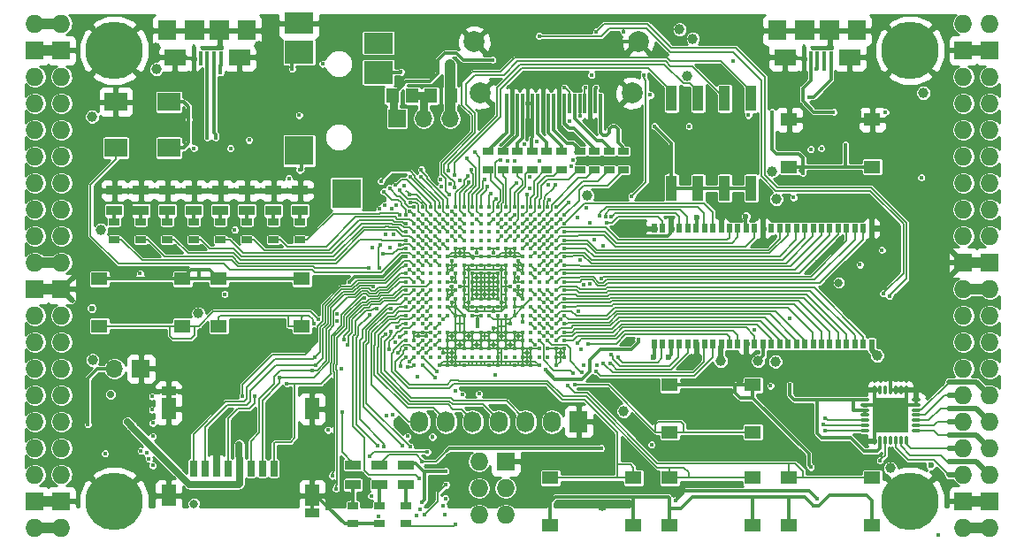
<source format=gtl>
G04 #@! TF.GenerationSoftware,KiCad,Pcbnew,5.0.0+dfsg1-1*
G04 #@! TF.CreationDate,2018-08-06T01:24:24+02:00*
G04 #@! TF.ProjectId,ulx3s,756C7833732E6B696361645F70636200,rev?*
G04 #@! TF.SameCoordinates,Original*
G04 #@! TF.FileFunction,Copper,L1,Top,Signal*
G04 #@! TF.FilePolarity,Positive*
%FSLAX46Y46*%
G04 Gerber Fmt 4.6, Leading zero omitted, Abs format (unit mm)*
G04 Created by KiCad (PCBNEW 5.0.0+dfsg1-1) date Mon Aug  6 01:24:24 2018*
%MOMM*%
%LPD*%
G01*
G04 APERTURE LIST*
G04 #@! TA.AperFunction,BGAPad,CuDef*
%ADD10C,0.400000*%
G04 #@! TD*
G04 #@! TA.AperFunction,SMDPad,CuDef*
%ADD11R,0.300000X1.900000*%
G04 #@! TD*
G04 #@! TA.AperFunction,ComponentPad*
%ADD12C,2.000000*%
G04 #@! TD*
G04 #@! TA.AperFunction,SMDPad,CuDef*
%ADD13R,1.120000X2.440000*%
G04 #@! TD*
G04 #@! TA.AperFunction,SMDPad,CuDef*
%ADD14R,0.560000X0.900000*%
G04 #@! TD*
G04 #@! TA.AperFunction,ComponentPad*
%ADD15O,1.727200X1.727200*%
G04 #@! TD*
G04 #@! TA.AperFunction,ComponentPad*
%ADD16R,1.727200X1.727200*%
G04 #@! TD*
G04 #@! TA.AperFunction,ComponentPad*
%ADD17C,5.500000*%
G04 #@! TD*
G04 #@! TA.AperFunction,SMDPad,CuDef*
%ADD18O,0.850000X0.300000*%
G04 #@! TD*
G04 #@! TA.AperFunction,SMDPad,CuDef*
%ADD19O,0.300000X0.850000*%
G04 #@! TD*
G04 #@! TA.AperFunction,SMDPad,CuDef*
%ADD20R,1.675000X1.675000*%
G04 #@! TD*
G04 #@! TA.AperFunction,ComponentPad*
%ADD21R,1.727200X2.032000*%
G04 #@! TD*
G04 #@! TA.AperFunction,ComponentPad*
%ADD22O,1.727200X2.032000*%
G04 #@! TD*
G04 #@! TA.AperFunction,SMDPad,CuDef*
%ADD23R,2.800000X2.000000*%
G04 #@! TD*
G04 #@! TA.AperFunction,SMDPad,CuDef*
%ADD24R,2.800000X2.200000*%
G04 #@! TD*
G04 #@! TA.AperFunction,SMDPad,CuDef*
%ADD25R,2.800000X2.800000*%
G04 #@! TD*
G04 #@! TA.AperFunction,SMDPad,CuDef*
%ADD26R,0.700000X1.500000*%
G04 #@! TD*
G04 #@! TA.AperFunction,SMDPad,CuDef*
%ADD27R,1.450000X0.900000*%
G04 #@! TD*
G04 #@! TA.AperFunction,SMDPad,CuDef*
%ADD28R,1.450000X2.000000*%
G04 #@! TD*
G04 #@! TA.AperFunction,SMDPad,CuDef*
%ADD29R,2.200000X1.800000*%
G04 #@! TD*
G04 #@! TA.AperFunction,SMDPad,CuDef*
%ADD30R,1.000000X0.670000*%
G04 #@! TD*
G04 #@! TA.AperFunction,SMDPad,CuDef*
%ADD31R,1.500000X0.970000*%
G04 #@! TD*
G04 #@! TA.AperFunction,ComponentPad*
%ADD32R,1.700000X1.700000*%
G04 #@! TD*
G04 #@! TA.AperFunction,ComponentPad*
%ADD33O,1.700000X1.700000*%
G04 #@! TD*
G04 #@! TA.AperFunction,SMDPad,CuDef*
%ADD34R,1.295000X1.400000*%
G04 #@! TD*
G04 #@! TA.AperFunction,SMDPad,CuDef*
%ADD35R,1.800000X1.900000*%
G04 #@! TD*
G04 #@! TA.AperFunction,SMDPad,CuDef*
%ADD36R,0.400000X1.350000*%
G04 #@! TD*
G04 #@! TA.AperFunction,SMDPad,CuDef*
%ADD37R,1.900000X1.900000*%
G04 #@! TD*
G04 #@! TA.AperFunction,SMDPad,CuDef*
%ADD38R,2.100000X1.600000*%
G04 #@! TD*
G04 #@! TA.AperFunction,SMDPad,CuDef*
%ADD39R,1.550000X1.300000*%
G04 #@! TD*
G04 #@! TA.AperFunction,ViaPad*
%ADD40C,2.000000*%
G04 #@! TD*
G04 #@! TA.AperFunction,ViaPad*
%ADD41C,0.419000*%
G04 #@! TD*
G04 #@! TA.AperFunction,ViaPad*
%ADD42C,0.454000*%
G04 #@! TD*
G04 #@! TA.AperFunction,ViaPad*
%ADD43C,0.600000*%
G04 #@! TD*
G04 #@! TA.AperFunction,ViaPad*
%ADD44C,1.000000*%
G04 #@! TD*
G04 #@! TA.AperFunction,ViaPad*
%ADD45C,0.500000*%
G04 #@! TD*
G04 #@! TA.AperFunction,ViaPad*
%ADD46C,0.800000*%
G04 #@! TD*
G04 #@! TA.AperFunction,ViaPad*
%ADD47C,0.700000*%
G04 #@! TD*
G04 #@! TA.AperFunction,Conductor*
%ADD48C,0.300000*%
G04 #@! TD*
G04 #@! TA.AperFunction,Conductor*
%ADD49C,0.127000*%
G04 #@! TD*
G04 #@! TA.AperFunction,Conductor*
%ADD50C,0.190000*%
G04 #@! TD*
G04 #@! TA.AperFunction,Conductor*
%ADD51C,0.500000*%
G04 #@! TD*
G04 #@! TA.AperFunction,Conductor*
%ADD52C,1.000000*%
G04 #@! TD*
G04 #@! TA.AperFunction,Conductor*
%ADD53C,0.700000*%
G04 #@! TD*
G04 #@! TA.AperFunction,Conductor*
%ADD54C,0.800000*%
G04 #@! TD*
G04 #@! TA.AperFunction,Conductor*
%ADD55C,0.140000*%
G04 #@! TD*
G04 #@! TA.AperFunction,Conductor*
%ADD56C,0.254000*%
G04 #@! TD*
G04 APERTURE END LIST*
D10*
G04 #@! TO.P,U1,Y19*
G04 #@! TO.N,GND*
X145280000Y-95400000D03*
G04 #@! TO.P,U1,Y17*
X143680000Y-95400000D03*
G04 #@! TO.P,U1,Y16*
X142880000Y-95400000D03*
G04 #@! TO.P,U1,Y15*
X142080000Y-95400000D03*
G04 #@! TO.P,U1,Y14*
X141280000Y-95400000D03*
G04 #@! TO.P,U1,Y12*
X139680000Y-95400000D03*
G04 #@! TO.P,U1,Y11*
X138880000Y-95400000D03*
G04 #@! TO.P,U1,Y8*
X136480000Y-95400000D03*
G04 #@! TO.P,U1,Y7*
X135680000Y-95400000D03*
G04 #@! TO.P,U1,Y6*
X134880000Y-95400000D03*
G04 #@! TO.P,U1,Y5*
X134080000Y-95400000D03*
G04 #@! TO.P,U1,Y3*
G04 #@! TO.N,/flash/FPGA_DONE*
X132480000Y-95400000D03*
G04 #@! TO.P,U1,Y2*
G04 #@! TO.N,/flash/FLASH_nWP*
X131680000Y-95400000D03*
G04 #@! TO.P,U1,W20*
G04 #@! TO.N,GND*
X146080000Y-94600000D03*
G04 #@! TO.P,U1,W19*
X145280000Y-94600000D03*
G04 #@! TO.P,U1,W18*
G04 #@! TO.N,Net-(U1-PadW18)*
X144480000Y-94600000D03*
G04 #@! TO.P,U1,W17*
G04 #@! TO.N,Net-(U1-PadW17)*
X143680000Y-94600000D03*
G04 #@! TO.P,U1,W16*
G04 #@! TO.N,GND*
X142880000Y-94600000D03*
G04 #@! TO.P,U1,W15*
X142080000Y-94600000D03*
G04 #@! TO.P,U1,W14*
G04 #@! TO.N,Net-(U1-PadW14)*
X141280000Y-94600000D03*
G04 #@! TO.P,U1,W13*
G04 #@! TO.N,Net-(U1-PadW13)*
X140480000Y-94600000D03*
G04 #@! TO.P,U1,W12*
G04 #@! TO.N,GND*
X139680000Y-94600000D03*
G04 #@! TO.P,U1,W11*
G04 #@! TO.N,N/C*
X138880000Y-94600000D03*
G04 #@! TO.P,U1,W10*
X138080000Y-94600000D03*
G04 #@! TO.P,U1,W9*
G04 #@! TO.N,Net-(U1-PadW9)*
X137280000Y-94600000D03*
G04 #@! TO.P,U1,W8*
G04 #@! TO.N,Net-(U1-PadW8)*
X136480000Y-94600000D03*
G04 #@! TO.P,U1,W7*
G04 #@! TO.N,GND*
X135680000Y-94600000D03*
G04 #@! TO.P,U1,W6*
X134880000Y-94600000D03*
G04 #@! TO.P,U1,W5*
G04 #@! TO.N,Net-(U1-PadW5)*
X134080000Y-94600000D03*
G04 #@! TO.P,U1,W4*
G04 #@! TO.N,Net-(U1-PadW4)*
X133280000Y-94600000D03*
G04 #@! TO.P,U1,W3*
G04 #@! TO.N,/flash/FPGA_PROGRAMN*
X132480000Y-94600000D03*
G04 #@! TO.P,U1,W2*
G04 #@! TO.N,/flash/FLASH_MOSI*
X131680000Y-94600000D03*
G04 #@! TO.P,U1,W1*
G04 #@! TO.N,/flash/FLASH_nHOLD*
X130880000Y-94600000D03*
G04 #@! TO.P,U1,V20*
G04 #@! TO.N,GND*
X146080000Y-93800000D03*
G04 #@! TO.P,U1,V19*
X145280000Y-93800000D03*
G04 #@! TO.P,U1,V18*
X144480000Y-93800000D03*
G04 #@! TO.P,U1,V17*
X143680000Y-93800000D03*
G04 #@! TO.P,U1,V16*
X142880000Y-93800000D03*
G04 #@! TO.P,U1,V15*
X142080000Y-93800000D03*
G04 #@! TO.P,U1,V14*
X141280000Y-93800000D03*
G04 #@! TO.P,U1,V13*
X140480000Y-93800000D03*
G04 #@! TO.P,U1,V12*
X139680000Y-93800000D03*
G04 #@! TO.P,U1,V11*
X138880000Y-93800000D03*
G04 #@! TO.P,U1,V10*
X138080000Y-93800000D03*
G04 #@! TO.P,U1,V9*
X137280000Y-93800000D03*
G04 #@! TO.P,U1,V8*
X136480000Y-93800000D03*
G04 #@! TO.P,U1,V7*
X135680000Y-93800000D03*
G04 #@! TO.P,U1,V6*
X134880000Y-93800000D03*
G04 #@! TO.P,U1,V5*
X134080000Y-93800000D03*
G04 #@! TO.P,U1,V4*
G04 #@! TO.N,JTAG_TDO*
X133280000Y-93800000D03*
G04 #@! TO.P,U1,V3*
G04 #@! TO.N,/flash/FPGA_INITN*
X132480000Y-93800000D03*
G04 #@! TO.P,U1,V2*
G04 #@! TO.N,/flash/FLASH_MISO*
X131680000Y-93800000D03*
G04 #@! TO.P,U1,V1*
G04 #@! TO.N,BTN_D*
X130880000Y-93800000D03*
G04 #@! TO.P,U1,U20*
G04 #@! TO.N,SDRAM_D7*
X146080000Y-93000000D03*
G04 #@! TO.P,U1,U19*
G04 #@! TO.N,SDRAM_DQM0*
X145280000Y-93000000D03*
G04 #@! TO.P,U1,U18*
G04 #@! TO.N,GP14*
X144480000Y-93000000D03*
G04 #@! TO.P,U1,U17*
G04 #@! TO.N,GN14*
X143680000Y-93000000D03*
G04 #@! TO.P,U1,U16*
G04 #@! TO.N,ADC_MISO*
X142880000Y-93000000D03*
G04 #@! TO.P,U1,U15*
G04 #@! TO.N,GND*
X142080000Y-93000000D03*
G04 #@! TO.P,U1,U14*
X141280000Y-93000000D03*
G04 #@! TO.P,U1,U13*
X140480000Y-93000000D03*
G04 #@! TO.P,U1,U12*
X139680000Y-93000000D03*
G04 #@! TO.P,U1,U11*
X138880000Y-93000000D03*
G04 #@! TO.P,U1,U10*
X138080000Y-93000000D03*
G04 #@! TO.P,U1,U9*
X137280000Y-93000000D03*
G04 #@! TO.P,U1,U8*
X136480000Y-93000000D03*
G04 #@! TO.P,U1,U7*
X135680000Y-93000000D03*
G04 #@! TO.P,U1,U6*
X134880000Y-93000000D03*
G04 #@! TO.P,U1,U5*
G04 #@! TO.N,JTAG_TMS*
X134080000Y-93000000D03*
G04 #@! TO.P,U1,U4*
G04 #@! TO.N,GND*
X133280000Y-93000000D03*
G04 #@! TO.P,U1,U3*
G04 #@! TO.N,/flash/FLASH_SCK*
X132480000Y-93000000D03*
G04 #@! TO.P,U1,U2*
G04 #@! TO.N,+3V3*
X131680000Y-93000000D03*
G04 #@! TO.P,U1,U1*
G04 #@! TO.N,BTN_L*
X130880000Y-93000000D03*
G04 #@! TO.P,U1,T20*
G04 #@! TO.N,SDRAM_nWE*
X146080000Y-92200000D03*
G04 #@! TO.P,U1,T19*
G04 #@! TO.N,SDRAM_nCAS*
X145280000Y-92200000D03*
G04 #@! TO.P,U1,T18*
G04 #@! TO.N,SDRAM_D5*
X144480000Y-92200000D03*
G04 #@! TO.P,U1,T17*
G04 #@! TO.N,SDRAM_D6*
X143680000Y-92200000D03*
G04 #@! TO.P,U1,T16*
G04 #@! TO.N,Net-(U1-PadT16)*
X142880000Y-92200000D03*
G04 #@! TO.P,U1,T15*
G04 #@! TO.N,GND*
X142080000Y-92200000D03*
G04 #@! TO.P,U1,T14*
X141280000Y-92200000D03*
G04 #@! TO.P,U1,T13*
X140480000Y-92200000D03*
G04 #@! TO.P,U1,T12*
X139680000Y-92200000D03*
G04 #@! TO.P,U1,T11*
X138880000Y-92200000D03*
G04 #@! TO.P,U1,T10*
X138080000Y-92200000D03*
G04 #@! TO.P,U1,T9*
X137280000Y-92200000D03*
G04 #@! TO.P,U1,T8*
X136480000Y-92200000D03*
G04 #@! TO.P,U1,T7*
X135680000Y-92200000D03*
G04 #@! TO.P,U1,T6*
X134880000Y-92200000D03*
G04 #@! TO.P,U1,T5*
G04 #@! TO.N,JTAG_TCK*
X134080000Y-92200000D03*
G04 #@! TO.P,U1,T4*
G04 #@! TO.N,+3V3*
X133280000Y-92200000D03*
G04 #@! TO.P,U1,T3*
X132480000Y-92200000D03*
G04 #@! TO.P,U1,T2*
X131680000Y-92200000D03*
G04 #@! TO.P,U1,T1*
G04 #@! TO.N,BTN_F2*
X130880000Y-92200000D03*
G04 #@! TO.P,U1,R20*
G04 #@! TO.N,SDRAM_nRAS*
X146080000Y-91400000D03*
G04 #@! TO.P,U1,R19*
G04 #@! TO.N,GND*
X145280000Y-91400000D03*
G04 #@! TO.P,U1,R18*
G04 #@! TO.N,BTN_U*
X144480000Y-91400000D03*
G04 #@! TO.P,U1,R17*
G04 #@! TO.N,ADC_CSn*
X143680000Y-91400000D03*
G04 #@! TO.P,U1,R16*
G04 #@! TO.N,ADC_MOSI*
X142880000Y-91400000D03*
G04 #@! TO.P,U1,R5*
G04 #@! TO.N,JTAG_TDI*
X134080000Y-91400000D03*
G04 #@! TO.P,U1,R4*
G04 #@! TO.N,GND*
X133280000Y-91400000D03*
G04 #@! TO.P,U1,R3*
G04 #@! TO.N,Net-(U1-PadR3)*
X132480000Y-91400000D03*
G04 #@! TO.P,U1,R2*
G04 #@! TO.N,/flash/FLASH_nCS*
X131680000Y-91400000D03*
G04 #@! TO.P,U1,R1*
G04 #@! TO.N,BTN_F1*
X130880000Y-91400000D03*
G04 #@! TO.P,U1,P20*
G04 #@! TO.N,SDRAM_nCS*
X146080000Y-90600000D03*
G04 #@! TO.P,U1,P19*
G04 #@! TO.N,SDRAM_BA0*
X145280000Y-90600000D03*
G04 #@! TO.P,U1,P18*
G04 #@! TO.N,SDRAM_D4*
X144480000Y-90600000D03*
G04 #@! TO.P,U1,P17*
G04 #@! TO.N,ADC_SCLK*
X143680000Y-90600000D03*
G04 #@! TO.P,U1,P16*
G04 #@! TO.N,GN15*
X142880000Y-90600000D03*
G04 #@! TO.P,U1,P15*
G04 #@! TO.N,+2V5*
X142080000Y-90600000D03*
G04 #@! TO.P,U1,P14*
G04 #@! TO.N,GND*
X141280000Y-90600000D03*
G04 #@! TO.P,U1,P13*
X140480000Y-90600000D03*
G04 #@! TO.P,U1,P12*
X139680000Y-90600000D03*
G04 #@! TO.P,U1,P11*
X138880000Y-90600000D03*
G04 #@! TO.P,U1,P10*
G04 #@! TO.N,+3V3*
X138080000Y-90600000D03*
G04 #@! TO.P,U1,P9*
X137280000Y-90600000D03*
G04 #@! TO.P,U1,P8*
G04 #@! TO.N,GND*
X136480000Y-90600000D03*
G04 #@! TO.P,U1,P7*
X135680000Y-90600000D03*
G04 #@! TO.P,U1,P6*
G04 #@! TO.N,+2V5*
X134880000Y-90600000D03*
G04 #@! TO.P,U1,P5*
G04 #@! TO.N,SD_WP*
X134080000Y-90600000D03*
G04 #@! TO.P,U1,P4*
G04 #@! TO.N,OLED_CLK*
X133280000Y-90600000D03*
G04 #@! TO.P,U1,P3*
G04 #@! TO.N,OLED_MOSI*
X132480000Y-90600000D03*
G04 #@! TO.P,U1,P2*
G04 #@! TO.N,OLED_RES*
X131680000Y-90600000D03*
G04 #@! TO.P,U1,P1*
G04 #@! TO.N,OLED_DC*
X130880000Y-90600000D03*
G04 #@! TO.P,U1,N20*
G04 #@! TO.N,SDRAM_BA1*
X146080000Y-89800000D03*
G04 #@! TO.P,U1,N19*
G04 #@! TO.N,SDRAM_A10*
X145280000Y-89800000D03*
G04 #@! TO.P,U1,N18*
G04 #@! TO.N,SDRAM_D3*
X144480000Y-89800000D03*
G04 #@! TO.P,U1,N17*
G04 #@! TO.N,GP15*
X143680000Y-89800000D03*
G04 #@! TO.P,U1,N16*
G04 #@! TO.N,GP16*
X142880000Y-89800000D03*
G04 #@! TO.P,U1,N15*
G04 #@! TO.N,GND*
X142080000Y-89800000D03*
G04 #@! TO.P,U1,N14*
X141280000Y-89800000D03*
G04 #@! TO.P,U1,N13*
G04 #@! TO.N,+1V1*
X140480000Y-89800000D03*
G04 #@! TO.P,U1,N12*
X139680000Y-89800000D03*
G04 #@! TO.P,U1,N11*
X138880000Y-89800000D03*
G04 #@! TO.P,U1,N10*
X138080000Y-89800000D03*
G04 #@! TO.P,U1,N9*
X137280000Y-89800000D03*
G04 #@! TO.P,U1,N8*
X136480000Y-89800000D03*
G04 #@! TO.P,U1,N7*
G04 #@! TO.N,GND*
X135680000Y-89800000D03*
G04 #@! TO.P,U1,N6*
X134880000Y-89800000D03*
G04 #@! TO.P,U1,N5*
G04 #@! TO.N,SD_CD*
X134080000Y-89800000D03*
G04 #@! TO.P,U1,N4*
G04 #@! TO.N,WIFI_GPIO5*
X133280000Y-89800000D03*
G04 #@! TO.P,U1,N3*
G04 #@! TO.N,WIFI_GPIO17*
X132480000Y-89800000D03*
G04 #@! TO.P,U1,N2*
G04 #@! TO.N,OLED_CS*
X131680000Y-89800000D03*
G04 #@! TO.P,U1,N1*
G04 #@! TO.N,FTDI_nDTR*
X130880000Y-89800000D03*
G04 #@! TO.P,U1,M20*
G04 #@! TO.N,SDRAM_A0*
X146080000Y-89000000D03*
G04 #@! TO.P,U1,M19*
G04 #@! TO.N,SDRAM_A1*
X145280000Y-89000000D03*
G04 #@! TO.P,U1,M18*
G04 #@! TO.N,SDRAM_D2*
X144480000Y-89000000D03*
G04 #@! TO.P,U1,M17*
G04 #@! TO.N,GN16*
X143680000Y-89000000D03*
G04 #@! TO.P,U1,M16*
G04 #@! TO.N,GND*
X142880000Y-89000000D03*
G04 #@! TO.P,U1,M15*
G04 #@! TO.N,+3V3*
X142080000Y-89000000D03*
G04 #@! TO.P,U1,M14*
G04 #@! TO.N,GND*
X141280000Y-89000000D03*
G04 #@! TO.P,U1,M13*
G04 #@! TO.N,+1V1*
X140480000Y-89000000D03*
G04 #@! TO.P,U1,M12*
G04 #@! TO.N,GND*
X139680000Y-89000000D03*
G04 #@! TO.P,U1,M11*
X138880000Y-89000000D03*
G04 #@! TO.P,U1,M10*
X138080000Y-89000000D03*
G04 #@! TO.P,U1,M9*
X137280000Y-89000000D03*
G04 #@! TO.P,U1,M8*
G04 #@! TO.N,+1V1*
X136480000Y-89000000D03*
G04 #@! TO.P,U1,M7*
G04 #@! TO.N,GND*
X135680000Y-89000000D03*
G04 #@! TO.P,U1,M6*
G04 #@! TO.N,+3V3*
X134880000Y-89000000D03*
G04 #@! TO.P,U1,M5*
G04 #@! TO.N,Net-(U1-PadM5)*
X134080000Y-89000000D03*
G04 #@! TO.P,U1,M4*
G04 #@! TO.N,USER_PROGRAMN*
X133280000Y-89000000D03*
G04 #@! TO.P,U1,M3*
G04 #@! TO.N,FTDI_nRTS*
X132480000Y-89000000D03*
G04 #@! TO.P,U1,M2*
G04 #@! TO.N,GND*
X131680000Y-89000000D03*
G04 #@! TO.P,U1,M1*
G04 #@! TO.N,FTDI_TXD*
X130880000Y-89000000D03*
G04 #@! TO.P,U1,L20*
G04 #@! TO.N,SDRAM_A2*
X146080000Y-88200000D03*
G04 #@! TO.P,U1,L19*
G04 #@! TO.N,SDRAM_A3*
X145280000Y-88200000D03*
G04 #@! TO.P,U1,L18*
G04 #@! TO.N,SDRAM_D1*
X144480000Y-88200000D03*
G04 #@! TO.P,U1,L17*
G04 #@! TO.N,GN17*
X143680000Y-88200000D03*
G04 #@! TO.P,U1,L16*
G04 #@! TO.N,GP17*
X142880000Y-88200000D03*
G04 #@! TO.P,U1,L15*
G04 #@! TO.N,+3V3*
X142080000Y-88200000D03*
G04 #@! TO.P,U1,L14*
X141280000Y-88200000D03*
G04 #@! TO.P,U1,L13*
G04 #@! TO.N,+1V1*
X140480000Y-88200000D03*
G04 #@! TO.P,U1,L12*
G04 #@! TO.N,GND*
X139680000Y-88200000D03*
G04 #@! TO.P,U1,L11*
X138880000Y-88200000D03*
G04 #@! TO.P,U1,L10*
X138080000Y-88200000D03*
G04 #@! TO.P,U1,L9*
X137280000Y-88200000D03*
G04 #@! TO.P,U1,L8*
G04 #@! TO.N,+1V1*
X136480000Y-88200000D03*
G04 #@! TO.P,U1,L7*
G04 #@! TO.N,+3V3*
X135680000Y-88200000D03*
G04 #@! TO.P,U1,L6*
X134880000Y-88200000D03*
G04 #@! TO.P,U1,L5*
G04 #@! TO.N,Net-(U1-PadL5)*
X134080000Y-88200000D03*
G04 #@! TO.P,U1,L4*
G04 #@! TO.N,FTDI_RXD*
X133280000Y-88200000D03*
G04 #@! TO.P,U1,L3*
G04 #@! TO.N,FTDI_TXDEN*
X132480000Y-88200000D03*
G04 #@! TO.P,U1,L2*
G04 #@! TO.N,WIFI_GPIO0*
X131680000Y-88200000D03*
G04 #@! TO.P,U1,L1*
G04 #@! TO.N,WIFI_GPIO16*
X130880000Y-88200000D03*
G04 #@! TO.P,U1,K20*
G04 #@! TO.N,SDRAM_A4*
X146080000Y-87400000D03*
G04 #@! TO.P,U1,K19*
G04 #@! TO.N,SDRAM_A5*
X145280000Y-87400000D03*
G04 #@! TO.P,U1,K18*
G04 #@! TO.N,SDRAM_A6*
X144480000Y-87400000D03*
G04 #@! TO.P,U1,K17*
G04 #@! TO.N,Net-(U1-PadK17)*
X143680000Y-87400000D03*
G04 #@! TO.P,U1,K16*
G04 #@! TO.N,Net-(U1-PadK16)*
X142880000Y-87400000D03*
G04 #@! TO.P,U1,K15*
G04 #@! TO.N,GND*
X142080000Y-87400000D03*
G04 #@! TO.P,U1,K14*
X141280000Y-87400000D03*
G04 #@! TO.P,U1,K13*
G04 #@! TO.N,+1V1*
X140480000Y-87400000D03*
G04 #@! TO.P,U1,K12*
G04 #@! TO.N,GND*
X139680000Y-87400000D03*
G04 #@! TO.P,U1,K11*
X138880000Y-87400000D03*
G04 #@! TO.P,U1,K10*
X138080000Y-87400000D03*
G04 #@! TO.P,U1,K9*
X137280000Y-87400000D03*
G04 #@! TO.P,U1,K8*
G04 #@! TO.N,+1V1*
X136480000Y-87400000D03*
G04 #@! TO.P,U1,K7*
G04 #@! TO.N,GND*
X135680000Y-87400000D03*
G04 #@! TO.P,U1,K6*
X134880000Y-87400000D03*
G04 #@! TO.P,U1,K5*
G04 #@! TO.N,Net-(U1-PadK5)*
X134080000Y-87400000D03*
G04 #@! TO.P,U1,K4*
G04 #@! TO.N,WIFI_TXD*
X133280000Y-87400000D03*
G04 #@! TO.P,U1,K3*
G04 #@! TO.N,WIFI_RXD*
X132480000Y-87400000D03*
G04 #@! TO.P,U1,K2*
G04 #@! TO.N,SD_D3*
X131680000Y-87400000D03*
G04 #@! TO.P,U1,K1*
G04 #@! TO.N,SD_D2*
X130880000Y-87400000D03*
G04 #@! TO.P,U1,J20*
G04 #@! TO.N,SDRAM_A7*
X146080000Y-86600000D03*
G04 #@! TO.P,U1,J19*
G04 #@! TO.N,SDRAM_A8*
X145280000Y-86600000D03*
G04 #@! TO.P,U1,J18*
G04 #@! TO.N,SDRAM_D14*
X144480000Y-86600000D03*
G04 #@! TO.P,U1,J17*
G04 #@! TO.N,SDRAM_D15*
X143680000Y-86600000D03*
G04 #@! TO.P,U1,J16*
G04 #@! TO.N,SDRAM_D0*
X142880000Y-86600000D03*
G04 #@! TO.P,U1,J15*
G04 #@! TO.N,+3V3*
X142080000Y-86600000D03*
G04 #@! TO.P,U1,J14*
G04 #@! TO.N,GND*
X141280000Y-86600000D03*
G04 #@! TO.P,U1,J13*
G04 #@! TO.N,+1V1*
X140480000Y-86600000D03*
G04 #@! TO.P,U1,J12*
G04 #@! TO.N,GND*
X139680000Y-86600000D03*
G04 #@! TO.P,U1,J11*
X138880000Y-86600000D03*
G04 #@! TO.P,U1,J10*
X138080000Y-86600000D03*
G04 #@! TO.P,U1,J9*
X137280000Y-86600000D03*
G04 #@! TO.P,U1,J8*
G04 #@! TO.N,+1V1*
X136480000Y-86600000D03*
G04 #@! TO.P,U1,J7*
G04 #@! TO.N,GND*
X135680000Y-86600000D03*
G04 #@! TO.P,U1,J6*
G04 #@! TO.N,2V5_3V3*
X134880000Y-86600000D03*
G04 #@! TO.P,U1,J5*
G04 #@! TO.N,Net-(U1-PadJ5)*
X134080000Y-86600000D03*
G04 #@! TO.P,U1,J4*
G04 #@! TO.N,Net-(U1-PadJ4)*
X133280000Y-86600000D03*
G04 #@! TO.P,U1,J3*
G04 #@! TO.N,SD_D0*
X132480000Y-86600000D03*
G04 #@! TO.P,U1,J2*
G04 #@! TO.N,GND*
X131680000Y-86600000D03*
G04 #@! TO.P,U1,J1*
G04 #@! TO.N,SD_CMD*
X130880000Y-86600000D03*
G04 #@! TO.P,U1,H20*
G04 #@! TO.N,SDRAM_A9*
X146080000Y-85800000D03*
G04 #@! TO.P,U1,H19*
G04 #@! TO.N,GND*
X145280000Y-85800000D03*
G04 #@! TO.P,U1,H18*
G04 #@! TO.N,GP18*
X144480000Y-85800000D03*
G04 #@! TO.P,U1,H17*
G04 #@! TO.N,GN18*
X143680000Y-85800000D03*
G04 #@! TO.P,U1,H16*
G04 #@! TO.N,BTN_R*
X142880000Y-85800000D03*
G04 #@! TO.P,U1,H15*
G04 #@! TO.N,+3V3*
X142080000Y-85800000D03*
G04 #@! TO.P,U1,H14*
X141280000Y-85800000D03*
G04 #@! TO.P,U1,H13*
G04 #@! TO.N,+1V1*
X140480000Y-85800000D03*
G04 #@! TO.P,U1,H12*
X139680000Y-85800000D03*
G04 #@! TO.P,U1,H11*
X138880000Y-85800000D03*
G04 #@! TO.P,U1,H10*
X138080000Y-85800000D03*
G04 #@! TO.P,U1,H9*
X137280000Y-85800000D03*
G04 #@! TO.P,U1,H8*
X136480000Y-85800000D03*
G04 #@! TO.P,U1,H7*
G04 #@! TO.N,2V5_3V3*
X135680000Y-85800000D03*
G04 #@! TO.P,U1,H6*
X134880000Y-85800000D03*
G04 #@! TO.P,U1,H5*
G04 #@! TO.N,AUDIO_V0*
X134080000Y-85800000D03*
G04 #@! TO.P,U1,H4*
G04 #@! TO.N,GP13*
X133280000Y-85800000D03*
G04 #@! TO.P,U1,H3*
G04 #@! TO.N,LED7*
X132480000Y-85800000D03*
G04 #@! TO.P,U1,H2*
G04 #@! TO.N,SD_CLK*
X131680000Y-85800000D03*
G04 #@! TO.P,U1,H1*
G04 #@! TO.N,SD_D1*
X130880000Y-85800000D03*
G04 #@! TO.P,U1,G20*
G04 #@! TO.N,SDRAM_A11*
X146080000Y-85000000D03*
G04 #@! TO.P,U1,G19*
G04 #@! TO.N,SDRAM_A12*
X145280000Y-85000000D03*
G04 #@! TO.P,U1,G18*
G04 #@! TO.N,GN19*
X144480000Y-85000000D03*
G04 #@! TO.P,U1,G17*
G04 #@! TO.N,GND*
X143680000Y-85000000D03*
G04 #@! TO.P,U1,G16*
G04 #@! TO.N,SHUTDOWN*
X142880000Y-85000000D03*
G04 #@! TO.P,U1,G15*
G04 #@! TO.N,GND*
X142080000Y-85000000D03*
G04 #@! TO.P,U1,G14*
X141280000Y-85000000D03*
G04 #@! TO.P,U1,G13*
X140480000Y-85000000D03*
G04 #@! TO.P,U1,G12*
X139680000Y-85000000D03*
G04 #@! TO.P,U1,G11*
X138880000Y-85000000D03*
G04 #@! TO.P,U1,G10*
X138080000Y-85000000D03*
G04 #@! TO.P,U1,G9*
X137280000Y-85000000D03*
G04 #@! TO.P,U1,G8*
X136480000Y-85000000D03*
G04 #@! TO.P,U1,G7*
X135680000Y-85000000D03*
G04 #@! TO.P,U1,G6*
X134880000Y-85000000D03*
G04 #@! TO.P,U1,G5*
G04 #@! TO.N,GN13*
X134080000Y-85000000D03*
G04 #@! TO.P,U1,G4*
G04 #@! TO.N,GND*
X133280000Y-85000000D03*
G04 #@! TO.P,U1,G3*
G04 #@! TO.N,GP12*
X132480000Y-85000000D03*
G04 #@! TO.P,U1,G2*
G04 #@! TO.N,CLK_25MHz*
X131680000Y-85000000D03*
G04 #@! TO.P,U1,G1*
G04 #@! TO.N,/usb/ANT_433MHz*
X130880000Y-85000000D03*
G04 #@! TO.P,U1,F20*
G04 #@! TO.N,SDRAM_CKE*
X146080000Y-84200000D03*
G04 #@! TO.P,U1,F19*
G04 #@! TO.N,SDRAM_CLK*
X145280000Y-84200000D03*
G04 #@! TO.P,U1,F18*
G04 #@! TO.N,SDRAM_D13*
X144480000Y-84200000D03*
G04 #@! TO.P,U1,F17*
G04 #@! TO.N,GP19*
X143680000Y-84200000D03*
G04 #@! TO.P,U1,F16*
G04 #@! TO.N,USB_FPGA_D-*
X142880000Y-84200000D03*
G04 #@! TO.P,U1,F15*
G04 #@! TO.N,+2V5*
X142080000Y-84200000D03*
G04 #@! TO.P,U1,F14*
G04 #@! TO.N,GND*
X141280000Y-84200000D03*
G04 #@! TO.P,U1,F13*
X140480000Y-84200000D03*
G04 #@! TO.P,U1,F12*
G04 #@! TO.N,+3V3*
X139680000Y-84200000D03*
G04 #@! TO.P,U1,F11*
X138880000Y-84200000D03*
G04 #@! TO.P,U1,F10*
G04 #@! TO.N,2V5_3V3*
X138080000Y-84200000D03*
G04 #@! TO.P,U1,F9*
X137280000Y-84200000D03*
G04 #@! TO.P,U1,F8*
G04 #@! TO.N,GND*
X136480000Y-84200000D03*
G04 #@! TO.P,U1,F7*
X135680000Y-84200000D03*
G04 #@! TO.P,U1,F6*
G04 #@! TO.N,+2V5*
X134880000Y-84200000D03*
G04 #@! TO.P,U1,F5*
G04 #@! TO.N,AUDIO_V2*
X134080000Y-84200000D03*
G04 #@! TO.P,U1,F4*
G04 #@! TO.N,GP11*
X133280000Y-84200000D03*
G04 #@! TO.P,U1,F3*
G04 #@! TO.N,GN12*
X132480000Y-84200000D03*
G04 #@! TO.P,U1,F2*
G04 #@! TO.N,AUDIO_V1*
X131680000Y-84200000D03*
G04 #@! TO.P,U1,F1*
G04 #@! TO.N,WIFI_EN*
X130880000Y-84200000D03*
G04 #@! TO.P,U1,E20*
G04 #@! TO.N,SDRAM_DQM1*
X146080000Y-83400000D03*
G04 #@! TO.P,U1,E19*
G04 #@! TO.N,SDRAM_D8*
X145280000Y-83400000D03*
G04 #@! TO.P,U1,E18*
G04 #@! TO.N,SDRAM_D12*
X144480000Y-83400000D03*
G04 #@! TO.P,U1,E17*
G04 #@! TO.N,GN20*
X143680000Y-83400000D03*
G04 #@! TO.P,U1,E16*
G04 #@! TO.N,USB_FPGA_D+*
X142880000Y-83400000D03*
G04 #@! TO.P,U1,E15*
G04 #@! TO.N,USB_FPGA_D-*
X142080000Y-83400000D03*
G04 #@! TO.P,U1,E14*
G04 #@! TO.N,GN25*
X141280000Y-83400000D03*
G04 #@! TO.P,U1,E13*
G04 #@! TO.N,GN27*
X140480000Y-83400000D03*
G04 #@! TO.P,U1,E12*
G04 #@! TO.N,FPDI_SCL*
X139680000Y-83400000D03*
G04 #@! TO.P,U1,E11*
G04 #@! TO.N,Net-(U1-PadE11)*
X138880000Y-83400000D03*
G04 #@! TO.P,U1,E10*
G04 #@! TO.N,Net-(U1-PadE10)*
X138080000Y-83400000D03*
G04 #@! TO.P,U1,E9*
G04 #@! TO.N,Net-(U1-PadE9)*
X137280000Y-83400000D03*
G04 #@! TO.P,U1,E8*
G04 #@! TO.N,SW1*
X136480000Y-83400000D03*
G04 #@! TO.P,U1,E7*
G04 #@! TO.N,SW4*
X135680000Y-83400000D03*
G04 #@! TO.P,U1,E6*
G04 #@! TO.N,Net-(U1-PadE6)*
X134880000Y-83400000D03*
G04 #@! TO.P,U1,E5*
G04 #@! TO.N,AUDIO_V3*
X134080000Y-83400000D03*
G04 #@! TO.P,U1,E4*
G04 #@! TO.N,AUDIO_L0*
X133280000Y-83400000D03*
G04 #@! TO.P,U1,E3*
G04 #@! TO.N,GN11*
X132480000Y-83400000D03*
G04 #@! TO.P,U1,E2*
G04 #@! TO.N,LED5*
X131680000Y-83400000D03*
G04 #@! TO.P,U1,E1*
G04 #@! TO.N,LED6*
X130880000Y-83400000D03*
G04 #@! TO.P,U1,D20*
G04 #@! TO.N,SDRAM_D9*
X146080000Y-82600000D03*
G04 #@! TO.P,U1,D19*
G04 #@! TO.N,SDRAM_D10*
X145280000Y-82600000D03*
G04 #@! TO.P,U1,D18*
G04 #@! TO.N,GP20*
X144480000Y-82600000D03*
G04 #@! TO.P,U1,D17*
G04 #@! TO.N,GN21*
X143680000Y-82600000D03*
G04 #@! TO.P,U1,D16*
G04 #@! TO.N,GN24*
X142880000Y-82600000D03*
G04 #@! TO.P,U1,D15*
G04 #@! TO.N,USB_FPGA_D+*
X142080000Y-82600000D03*
G04 #@! TO.P,U1,D14*
G04 #@! TO.N,GP25*
X141280000Y-82600000D03*
G04 #@! TO.P,U1,D13*
G04 #@! TO.N,GP27*
X140480000Y-82600000D03*
G04 #@! TO.P,U1,D12*
G04 #@! TO.N,Net-(U1-PadD12)*
X139680000Y-82600000D03*
G04 #@! TO.P,U1,D11*
G04 #@! TO.N,Net-(U1-PadD11)*
X138880000Y-82600000D03*
G04 #@! TO.P,U1,D10*
G04 #@! TO.N,Net-(U1-PadD10)*
X138080000Y-82600000D03*
G04 #@! TO.P,U1,D9*
G04 #@! TO.N,Net-(U1-PadD9)*
X137280000Y-82600000D03*
G04 #@! TO.P,U1,D8*
G04 #@! TO.N,SW2*
X136480000Y-82600000D03*
G04 #@! TO.P,U1,D7*
G04 #@! TO.N,SW3*
X135680000Y-82600000D03*
G04 #@! TO.P,U1,D6*
G04 #@! TO.N,BTN_PWRn*
X134880000Y-82600000D03*
G04 #@! TO.P,U1,D5*
G04 #@! TO.N,AUDIO_R2*
X134080000Y-82600000D03*
G04 #@! TO.P,U1,D4*
G04 #@! TO.N,GND*
X133280000Y-82600000D03*
G04 #@! TO.P,U1,D3*
G04 #@! TO.N,AUDIO_L1*
X132480000Y-82600000D03*
G04 #@! TO.P,U1,D2*
G04 #@! TO.N,LED3*
X131680000Y-82600000D03*
G04 #@! TO.P,U1,D1*
G04 #@! TO.N,LED4*
X130880000Y-82600000D03*
G04 #@! TO.P,U1,C20*
G04 #@! TO.N,SDRAM_D11*
X146080000Y-81800000D03*
G04 #@! TO.P,U1,C19*
G04 #@! TO.N,GND*
X145280000Y-81800000D03*
G04 #@! TO.P,U1,C18*
G04 #@! TO.N,GP21*
X144480000Y-81800000D03*
G04 #@! TO.P,U1,C17*
G04 #@! TO.N,GN23*
X143680000Y-81800000D03*
G04 #@! TO.P,U1,C16*
G04 #@! TO.N,GP24*
X142880000Y-81800000D03*
G04 #@! TO.P,U1,C15*
G04 #@! TO.N,GN22*
X142080000Y-81800000D03*
G04 #@! TO.P,U1,C14*
G04 #@! TO.N,FPDI_D1-*
X141280000Y-81800000D03*
G04 #@! TO.P,U1,C13*
G04 #@! TO.N,GN26*
X140480000Y-81800000D03*
G04 #@! TO.P,U1,C12*
G04 #@! TO.N,USB_FPGA_PULL_D-*
X139680000Y-81800000D03*
G04 #@! TO.P,U1,C11*
G04 #@! TO.N,GN0*
X138880000Y-81800000D03*
G04 #@! TO.P,U1,C10*
G04 #@! TO.N,GN3*
X138080000Y-81800000D03*
G04 #@! TO.P,U1,C9*
G04 #@! TO.N,Net-(U1-PadC9)*
X137280000Y-81800000D03*
G04 #@! TO.P,U1,C8*
G04 #@! TO.N,GP5*
X136480000Y-81800000D03*
G04 #@! TO.P,U1,C7*
G04 #@! TO.N,GN6*
X135680000Y-81800000D03*
G04 #@! TO.P,U1,C6*
G04 #@! TO.N,GP6*
X134880000Y-81800000D03*
G04 #@! TO.P,U1,C5*
G04 #@! TO.N,AUDIO_R3*
X134080000Y-81800000D03*
G04 #@! TO.P,U1,C4*
G04 #@! TO.N,GP10*
X133280000Y-81800000D03*
G04 #@! TO.P,U1,C3*
G04 #@! TO.N,AUDIO_L2*
X132480000Y-81800000D03*
G04 #@! TO.P,U1,C2*
G04 #@! TO.N,LED1*
X131680000Y-81800000D03*
G04 #@! TO.P,U1,C1*
G04 #@! TO.N,LED2*
X130880000Y-81800000D03*
G04 #@! TO.P,U1,B20*
G04 #@! TO.N,FPDI_ETH-*
X146080000Y-81000000D03*
G04 #@! TO.P,U1,B19*
G04 #@! TO.N,FPDI_SDA*
X145280000Y-81000000D03*
G04 #@! TO.P,U1,B18*
G04 #@! TO.N,FPDI_CLK-*
X144480000Y-81000000D03*
G04 #@! TO.P,U1,B17*
G04 #@! TO.N,GP23*
X143680000Y-81000000D03*
G04 #@! TO.P,U1,B16*
G04 #@! TO.N,FPDI_D0-*
X142880000Y-81000000D03*
G04 #@! TO.P,U1,B15*
G04 #@! TO.N,GP22*
X142080000Y-81000000D03*
G04 #@! TO.P,U1,B14*
G04 #@! TO.N,GND*
X141280000Y-81000000D03*
G04 #@! TO.P,U1,B13*
G04 #@! TO.N,GP26*
X140480000Y-81000000D03*
G04 #@! TO.P,U1,B12*
G04 #@! TO.N,USB_FPGA_PULL_D+*
X139680000Y-81000000D03*
G04 #@! TO.P,U1,B11*
G04 #@! TO.N,GP0*
X138880000Y-81000000D03*
G04 #@! TO.P,U1,B10*
G04 #@! TO.N,GN2*
X138080000Y-81000000D03*
G04 #@! TO.P,U1,B9*
G04 #@! TO.N,GP3*
X137280000Y-81000000D03*
G04 #@! TO.P,U1,B8*
G04 #@! TO.N,GN5*
X136480000Y-81000000D03*
G04 #@! TO.P,U1,B7*
G04 #@! TO.N,GND*
X135680000Y-81000000D03*
G04 #@! TO.P,U1,B6*
G04 #@! TO.N,GN7*
X134880000Y-81000000D03*
G04 #@! TO.P,U1,B5*
G04 #@! TO.N,AUDIO_R1*
X134080000Y-81000000D03*
G04 #@! TO.P,U1,B4*
G04 #@! TO.N,GN10*
X133280000Y-81000000D03*
G04 #@! TO.P,U1,B3*
G04 #@! TO.N,AUDIO_L3*
X132480000Y-81000000D03*
G04 #@! TO.P,U1,B2*
G04 #@! TO.N,LED0*
X131680000Y-81000000D03*
G04 #@! TO.P,U1,B1*
G04 #@! TO.N,GN9*
X130880000Y-81000000D03*
G04 #@! TO.P,U1,A19*
G04 #@! TO.N,FPDI_ETH+*
X145280000Y-80200000D03*
G04 #@! TO.P,U1,A18*
G04 #@! TO.N,/gpdi/FPDI_CEC*
X144480000Y-80200000D03*
G04 #@! TO.P,U1,A17*
G04 #@! TO.N,FPDI_CLK+*
X143680000Y-80200000D03*
G04 #@! TO.P,U1,A16*
G04 #@! TO.N,FPDI_D0+*
X142880000Y-80200000D03*
G04 #@! TO.P,U1,A15*
G04 #@! TO.N,Net-(U1-PadA15)*
X142080000Y-80200000D03*
G04 #@! TO.P,U1,A14*
G04 #@! TO.N,FPDI_D1+*
X141280000Y-80200000D03*
G04 #@! TO.P,U1,A13*
G04 #@! TO.N,FPDI_D2-*
X140480000Y-80200000D03*
G04 #@! TO.P,U1,A12*
G04 #@! TO.N,FPDI_D2+*
X139680000Y-80200000D03*
G04 #@! TO.P,U1,A11*
G04 #@! TO.N,GN1*
X138880000Y-80200000D03*
G04 #@! TO.P,U1,A10*
G04 #@! TO.N,GP1*
X138080000Y-80200000D03*
G04 #@! TO.P,U1,A9*
G04 #@! TO.N,GP2*
X137280000Y-80200000D03*
G04 #@! TO.P,U1,A8*
G04 #@! TO.N,GN4*
X136480000Y-80200000D03*
G04 #@! TO.P,U1,A7*
G04 #@! TO.N,GP4*
X135680000Y-80200000D03*
G04 #@! TO.P,U1,A6*
G04 #@! TO.N,GP7*
X134880000Y-80200000D03*
G04 #@! TO.P,U1,A5*
G04 #@! TO.N,GN8*
X134080000Y-80200000D03*
G04 #@! TO.P,U1,A4*
G04 #@! TO.N,GP8*
X133280000Y-80200000D03*
G04 #@! TO.P,U1,A3*
G04 #@! TO.N,AUDIO_R0*
X132480000Y-80200000D03*
G04 #@! TO.P,U1,A2*
G04 #@! TO.N,GP9*
X131680000Y-80200000D03*
G04 #@! TD*
D11*
G04 #@! TO.P,GPDI1,19*
G04 #@! TO.N,/gpdi/GPDI_ETH-*
X149546000Y-70312000D03*
G04 #@! TO.P,GPDI1,18*
G04 #@! TO.N,+5V*
X149046000Y-70312000D03*
G04 #@! TO.P,GPDI1,17*
G04 #@! TO.N,GND*
X148546000Y-70312000D03*
G04 #@! TO.P,GPDI1,16*
G04 #@! TO.N,GPDI_SDA*
X148046000Y-70312000D03*
G04 #@! TO.P,GPDI1,15*
G04 #@! TO.N,GPDI_SCL*
X147546000Y-70312000D03*
G04 #@! TO.P,GPDI1,14*
G04 #@! TO.N,/gpdi/GPDI_ETH+*
X147046000Y-70312000D03*
G04 #@! TO.P,GPDI1,13*
G04 #@! TO.N,GPDI_CEC*
X146546000Y-70312000D03*
G04 #@! TO.P,GPDI1,12*
G04 #@! TO.N,/gpdi/GPDI_CLK-*
X146046000Y-70312000D03*
G04 #@! TO.P,GPDI1,11*
G04 #@! TO.N,GND*
X145546000Y-70312000D03*
G04 #@! TO.P,GPDI1,10*
G04 #@! TO.N,/gpdi/GPDI_CLK+*
X145046000Y-70312000D03*
G04 #@! TO.P,GPDI1,9*
G04 #@! TO.N,/gpdi/GPDI_D0-*
X144546000Y-70312000D03*
G04 #@! TO.P,GPDI1,8*
G04 #@! TO.N,GND*
X144046000Y-70312000D03*
G04 #@! TO.P,GPDI1,7*
G04 #@! TO.N,/gpdi/GPDI_D0+*
X143546000Y-70312000D03*
G04 #@! TO.P,GPDI1,6*
G04 #@! TO.N,/gpdi/GPDI_D1-*
X143046000Y-70312000D03*
G04 #@! TO.P,GPDI1,5*
G04 #@! TO.N,GND*
X142546000Y-70312000D03*
G04 #@! TO.P,GPDI1,4*
G04 #@! TO.N,/gpdi/GPDI_D1+*
X142046000Y-70312000D03*
G04 #@! TO.P,GPDI1,3*
G04 #@! TO.N,/gpdi/GPDI_D2-*
X141546000Y-70312000D03*
G04 #@! TO.P,GPDI1,2*
G04 #@! TO.N,GND*
X141046000Y-70312000D03*
G04 #@! TO.P,GPDI1,1*
G04 #@! TO.N,/gpdi/GPDI_D2+*
X140546000Y-70312000D03*
D12*
G04 #@! TO.P,GPDI1,0*
G04 #@! TO.N,GND*
X152546000Y-69312000D03*
X138046000Y-69312000D03*
X153146000Y-64412000D03*
X137446000Y-64412000D03*
G04 #@! TD*
D13*
G04 #@! TO.P,SW1,8*
G04 #@! TO.N,SW1*
X156330000Y-69815000D03*
G04 #@! TO.P,SW1,4*
G04 #@! TO.N,/blinkey/SWPU*
X163950000Y-78425000D03*
G04 #@! TO.P,SW1,7*
G04 #@! TO.N,SW2*
X158870000Y-69815000D03*
G04 #@! TO.P,SW1,3*
G04 #@! TO.N,/blinkey/SWPU*
X161410000Y-78425000D03*
G04 #@! TO.P,SW1,6*
G04 #@! TO.N,SW3*
X161410000Y-69815000D03*
G04 #@! TO.P,SW1,2*
G04 #@! TO.N,/blinkey/SWPU*
X158870000Y-78425000D03*
G04 #@! TO.P,SW1,5*
G04 #@! TO.N,SW4*
X163950000Y-69815000D03*
G04 #@! TO.P,SW1,1*
G04 #@! TO.N,/blinkey/SWPU*
X156330000Y-78425000D03*
G04 #@! TD*
D14*
G04 #@! TO.P,U2,28*
G04 #@! TO.N,GND*
X175493000Y-82270000D03*
G04 #@! TO.P,U2,1*
G04 #@! TO.N,+3V3*
X154693000Y-93330000D03*
G04 #@! TO.P,U2,2*
G04 #@! TO.N,SDRAM_D0*
X155493000Y-93330000D03*
G04 #@! TO.P,U2,3*
G04 #@! TO.N,+3V3*
X156293000Y-93330000D03*
G04 #@! TO.P,U2,4*
G04 #@! TO.N,SDRAM_D1*
X157093000Y-93330000D03*
G04 #@! TO.P,U2,5*
G04 #@! TO.N,SDRAM_D2*
X157893000Y-93330000D03*
G04 #@! TO.P,U2,6*
G04 #@! TO.N,GND*
X158693000Y-93330000D03*
G04 #@! TO.P,U2,7*
G04 #@! TO.N,SDRAM_D3*
X159493000Y-93330000D03*
G04 #@! TO.P,U2,8*
G04 #@! TO.N,SDRAM_D4*
X160293000Y-93330000D03*
G04 #@! TO.P,U2,9*
G04 #@! TO.N,+3V3*
X161093000Y-93330000D03*
G04 #@! TO.P,U2,10*
G04 #@! TO.N,SDRAM_D5*
X161893000Y-93330000D03*
G04 #@! TO.P,U2,11*
G04 #@! TO.N,SDRAM_D6*
X162693000Y-93330000D03*
G04 #@! TO.P,U2,12*
G04 #@! TO.N,GND*
X163493000Y-93330000D03*
G04 #@! TO.P,U2,13*
G04 #@! TO.N,SDRAM_D7*
X164293000Y-93330000D03*
G04 #@! TO.P,U2,14*
G04 #@! TO.N,+3V3*
X165093000Y-93330000D03*
G04 #@! TO.P,U2,15*
G04 #@! TO.N,SDRAM_DQM0*
X165893000Y-93330000D03*
G04 #@! TO.P,U2,16*
G04 #@! TO.N,SDRAM_nWE*
X166693000Y-93330000D03*
G04 #@! TO.P,U2,17*
G04 #@! TO.N,SDRAM_nCAS*
X167493000Y-93330000D03*
G04 #@! TO.P,U2,18*
G04 #@! TO.N,SDRAM_nRAS*
X168293000Y-93330000D03*
G04 #@! TO.P,U2,19*
G04 #@! TO.N,SDRAM_nCS*
X169093000Y-93330000D03*
G04 #@! TO.P,U2,20*
G04 #@! TO.N,SDRAM_BA0*
X169893000Y-93330000D03*
G04 #@! TO.P,U2,21*
G04 #@! TO.N,SDRAM_BA1*
X170693000Y-93330000D03*
G04 #@! TO.P,U2,22*
G04 #@! TO.N,SDRAM_A10*
X171493000Y-93330000D03*
G04 #@! TO.P,U2,23*
G04 #@! TO.N,SDRAM_A0*
X172293000Y-93330000D03*
G04 #@! TO.P,U2,24*
G04 #@! TO.N,SDRAM_A1*
X173093000Y-93330000D03*
G04 #@! TO.P,U2,25*
G04 #@! TO.N,SDRAM_A2*
X173893000Y-93330000D03*
G04 #@! TO.P,U2,26*
G04 #@! TO.N,SDRAM_A3*
X174693000Y-93330000D03*
G04 #@! TO.P,U2,27*
G04 #@! TO.N,+3V3*
X175493000Y-93330000D03*
G04 #@! TO.P,U2,29*
G04 #@! TO.N,SDRAM_A4*
X174693000Y-82270000D03*
G04 #@! TO.P,U2,30*
G04 #@! TO.N,SDRAM_A5*
X173893000Y-82270000D03*
G04 #@! TO.P,U2,31*
G04 #@! TO.N,SDRAM_A6*
X173093000Y-82270000D03*
G04 #@! TO.P,U2,32*
G04 #@! TO.N,SDRAM_A7*
X172293000Y-82270000D03*
G04 #@! TO.P,U2,33*
G04 #@! TO.N,SDRAM_A8*
X171493000Y-82270000D03*
G04 #@! TO.P,U2,34*
G04 #@! TO.N,SDRAM_A9*
X170693000Y-82270000D03*
G04 #@! TO.P,U2,35*
G04 #@! TO.N,SDRAM_A11*
X169893000Y-82270000D03*
G04 #@! TO.P,U2,36*
G04 #@! TO.N,SDRAM_A12*
X169093000Y-82270000D03*
G04 #@! TO.P,U2,37*
G04 #@! TO.N,SDRAM_CKE*
X168293000Y-82270000D03*
G04 #@! TO.P,U2,38*
G04 #@! TO.N,SDRAM_CLK*
X167493000Y-82270000D03*
G04 #@! TO.P,U2,39*
G04 #@! TO.N,SDRAM_DQM1*
X166693000Y-82270000D03*
G04 #@! TO.P,U2,40*
G04 #@! TO.N,N/C*
X165893000Y-82270000D03*
G04 #@! TO.P,U2,41*
G04 #@! TO.N,GND*
X165093000Y-82270000D03*
G04 #@! TO.P,U2,42*
G04 #@! TO.N,SDRAM_D8*
X164293000Y-82270000D03*
G04 #@! TO.P,U2,43*
G04 #@! TO.N,+3V3*
X163493000Y-82270000D03*
G04 #@! TO.P,U2,44*
G04 #@! TO.N,SDRAM_D9*
X162693000Y-82270000D03*
G04 #@! TO.P,U2,45*
G04 #@! TO.N,SDRAM_D10*
X161893000Y-82270000D03*
G04 #@! TO.P,U2,46*
G04 #@! TO.N,GND*
X161093000Y-82270000D03*
G04 #@! TO.P,U2,47*
G04 #@! TO.N,SDRAM_D11*
X160293000Y-82270000D03*
G04 #@! TO.P,U2,48*
G04 #@! TO.N,SDRAM_D12*
X159493000Y-82270000D03*
G04 #@! TO.P,U2,49*
G04 #@! TO.N,+3V3*
X158693000Y-82270000D03*
G04 #@! TO.P,U2,50*
G04 #@! TO.N,SDRAM_D13*
X157893000Y-82270000D03*
G04 #@! TO.P,U2,51*
G04 #@! TO.N,SDRAM_D14*
X157093000Y-82270000D03*
G04 #@! TO.P,U2,52*
G04 #@! TO.N,GND*
X156293000Y-82270000D03*
G04 #@! TO.P,U2,53*
G04 #@! TO.N,SDRAM_D15*
X155493000Y-82270000D03*
G04 #@! TO.P,U2,54*
G04 #@! TO.N,GND*
X154693000Y-82270000D03*
G04 #@! TD*
D15*
G04 #@! TO.P,J1,1*
G04 #@! TO.N,2V5_3V3*
X97910000Y-62690000D03*
G04 #@! TO.P,J1,2*
X95370000Y-62690000D03*
D16*
G04 #@! TO.P,J1,3*
G04 #@! TO.N,GND*
X97910000Y-65230000D03*
G04 #@! TO.P,J1,4*
X95370000Y-65230000D03*
D15*
G04 #@! TO.P,J1,5*
G04 #@! TO.N,GN0*
X97910000Y-67770000D03*
G04 #@! TO.P,J1,6*
G04 #@! TO.N,GP0*
X95370000Y-67770000D03*
G04 #@! TO.P,J1,7*
G04 #@! TO.N,GN1*
X97910000Y-70310000D03*
G04 #@! TO.P,J1,8*
G04 #@! TO.N,GP1*
X95370000Y-70310000D03*
G04 #@! TO.P,J1,9*
G04 #@! TO.N,GN2*
X97910000Y-72850000D03*
G04 #@! TO.P,J1,10*
G04 #@! TO.N,GP2*
X95370000Y-72850000D03*
G04 #@! TO.P,J1,11*
G04 #@! TO.N,GN3*
X97910000Y-75390000D03*
G04 #@! TO.P,J1,12*
G04 #@! TO.N,GP3*
X95370000Y-75390000D03*
G04 #@! TO.P,J1,13*
G04 #@! TO.N,GN4*
X97910000Y-77930000D03*
G04 #@! TO.P,J1,14*
G04 #@! TO.N,GP4*
X95370000Y-77930000D03*
G04 #@! TO.P,J1,15*
G04 #@! TO.N,GN5*
X97910000Y-80470000D03*
G04 #@! TO.P,J1,16*
G04 #@! TO.N,GP5*
X95370000Y-80470000D03*
G04 #@! TO.P,J1,17*
G04 #@! TO.N,GN6*
X97910000Y-83010000D03*
G04 #@! TO.P,J1,18*
G04 #@! TO.N,GP6*
X95370000Y-83010000D03*
G04 #@! TO.P,J1,19*
G04 #@! TO.N,2V5_3V3*
X97910000Y-85550000D03*
G04 #@! TO.P,J1,20*
X95370000Y-85550000D03*
D16*
G04 #@! TO.P,J1,21*
G04 #@! TO.N,GND*
X97910000Y-88090000D03*
G04 #@! TO.P,J1,22*
X95370000Y-88090000D03*
D15*
G04 #@! TO.P,J1,23*
G04 #@! TO.N,GN7*
X97910000Y-90630000D03*
G04 #@! TO.P,J1,24*
G04 #@! TO.N,GP7*
X95370000Y-90630000D03*
G04 #@! TO.P,J1,25*
G04 #@! TO.N,GN8*
X97910000Y-93170000D03*
G04 #@! TO.P,J1,26*
G04 #@! TO.N,GP8*
X95370000Y-93170000D03*
G04 #@! TO.P,J1,27*
G04 #@! TO.N,GN9*
X97910000Y-95710000D03*
G04 #@! TO.P,J1,28*
G04 #@! TO.N,GP9*
X95370000Y-95710000D03*
G04 #@! TO.P,J1,29*
G04 #@! TO.N,GN10*
X97910000Y-98250000D03*
G04 #@! TO.P,J1,30*
G04 #@! TO.N,GP10*
X95370000Y-98250000D03*
G04 #@! TO.P,J1,31*
G04 #@! TO.N,GN11*
X97910000Y-100790000D03*
G04 #@! TO.P,J1,32*
G04 #@! TO.N,GP11*
X95370000Y-100790000D03*
G04 #@! TO.P,J1,33*
G04 #@! TO.N,GN12*
X97910000Y-103330000D03*
G04 #@! TO.P,J1,34*
G04 #@! TO.N,GP12*
X95370000Y-103330000D03*
G04 #@! TO.P,J1,35*
G04 #@! TO.N,GN13*
X97910000Y-105870000D03*
G04 #@! TO.P,J1,36*
G04 #@! TO.N,GP13*
X95370000Y-105870000D03*
D16*
G04 #@! TO.P,J1,37*
G04 #@! TO.N,GND*
X97910000Y-108410000D03*
G04 #@! TO.P,J1,38*
X95370000Y-108410000D03*
D15*
G04 #@! TO.P,J1,39*
G04 #@! TO.N,2V5_3V3*
X97910000Y-110950000D03*
G04 #@! TO.P,J1,40*
X95370000Y-110950000D03*
G04 #@! TD*
G04 #@! TO.P,J2,1*
G04 #@! TO.N,+3V3*
X184270000Y-110950000D03*
G04 #@! TO.P,J2,2*
X186810000Y-110950000D03*
D16*
G04 #@! TO.P,J2,3*
G04 #@! TO.N,GND*
X184270000Y-108410000D03*
G04 #@! TO.P,J2,4*
X186810000Y-108410000D03*
D15*
G04 #@! TO.P,J2,5*
G04 #@! TO.N,GN14*
X184270000Y-105870000D03*
G04 #@! TO.P,J2,6*
G04 #@! TO.N,GP14*
X186810000Y-105870000D03*
G04 #@! TO.P,J2,7*
G04 #@! TO.N,GN15*
X184270000Y-103330000D03*
G04 #@! TO.P,J2,8*
G04 #@! TO.N,GP15*
X186810000Y-103330000D03*
G04 #@! TO.P,J2,9*
G04 #@! TO.N,GN16*
X184270000Y-100790000D03*
G04 #@! TO.P,J2,10*
G04 #@! TO.N,GP16*
X186810000Y-100790000D03*
G04 #@! TO.P,J2,11*
G04 #@! TO.N,GN17*
X184270000Y-98250000D03*
G04 #@! TO.P,J2,12*
G04 #@! TO.N,GP17*
X186810000Y-98250000D03*
G04 #@! TO.P,J2,13*
G04 #@! TO.N,GN18*
X184270000Y-95710000D03*
G04 #@! TO.P,J2,14*
G04 #@! TO.N,GP18*
X186810000Y-95710000D03*
G04 #@! TO.P,J2,15*
G04 #@! TO.N,GN19*
X184270000Y-93170000D03*
G04 #@! TO.P,J2,16*
G04 #@! TO.N,GP19*
X186810000Y-93170000D03*
G04 #@! TO.P,J2,17*
G04 #@! TO.N,GN20*
X184270000Y-90630000D03*
G04 #@! TO.P,J2,18*
G04 #@! TO.N,GP20*
X186810000Y-90630000D03*
G04 #@! TO.P,J2,19*
G04 #@! TO.N,+3V3*
X184270000Y-88090000D03*
G04 #@! TO.P,J2,20*
X186810000Y-88090000D03*
D16*
G04 #@! TO.P,J2,21*
G04 #@! TO.N,GND*
X184270000Y-85550000D03*
G04 #@! TO.P,J2,22*
X186810000Y-85550000D03*
D15*
G04 #@! TO.P,J2,23*
G04 #@! TO.N,GN21*
X184270000Y-83010000D03*
G04 #@! TO.P,J2,24*
G04 #@! TO.N,GP21*
X186810000Y-83010000D03*
G04 #@! TO.P,J2,25*
G04 #@! TO.N,GN22*
X184270000Y-80470000D03*
G04 #@! TO.P,J2,26*
G04 #@! TO.N,GP22*
X186810000Y-80470000D03*
G04 #@! TO.P,J2,27*
G04 #@! TO.N,GN23*
X184270000Y-77930000D03*
G04 #@! TO.P,J2,28*
G04 #@! TO.N,GP23*
X186810000Y-77930000D03*
G04 #@! TO.P,J2,29*
G04 #@! TO.N,GN24*
X184270000Y-75390000D03*
G04 #@! TO.P,J2,30*
G04 #@! TO.N,GP24*
X186810000Y-75390000D03*
G04 #@! TO.P,J2,31*
G04 #@! TO.N,GN25*
X184270000Y-72850000D03*
G04 #@! TO.P,J2,32*
G04 #@! TO.N,GP25*
X186810000Y-72850000D03*
G04 #@! TO.P,J2,33*
G04 #@! TO.N,GN26*
X184270000Y-70310000D03*
G04 #@! TO.P,J2,34*
G04 #@! TO.N,GP26*
X186810000Y-70310000D03*
G04 #@! TO.P,J2,35*
G04 #@! TO.N,GN27*
X184270000Y-67770000D03*
G04 #@! TO.P,J2,36*
G04 #@! TO.N,GP27*
X186810000Y-67770000D03*
D16*
G04 #@! TO.P,J2,37*
G04 #@! TO.N,GND*
X184270000Y-65230000D03*
G04 #@! TO.P,J2,38*
X186810000Y-65230000D03*
D15*
G04 #@! TO.P,J2,39*
G04 #@! TO.N,/gpio/IN5V*
X184270000Y-62690000D03*
G04 #@! TO.P,J2,40*
G04 #@! TO.N,/gpio/OUT5V*
X186810000Y-62690000D03*
G04 #@! TD*
D17*
G04 #@! TO.P,H1,1*
G04 #@! TO.N,GND*
X102990000Y-108410000D03*
G04 #@! TD*
G04 #@! TO.P,H2,1*
G04 #@! TO.N,GND*
X179190000Y-108410000D03*
G04 #@! TD*
G04 #@! TO.P,H3,1*
G04 #@! TO.N,GND*
X179190000Y-65230000D03*
G04 #@! TD*
G04 #@! TO.P,H4,1*
G04 #@! TO.N,GND*
X102990000Y-65230000D03*
G04 #@! TD*
D16*
G04 #@! TO.P,J4,1*
G04 #@! TO.N,GND*
X140455000Y-104600000D03*
D15*
G04 #@! TO.P,J4,2*
G04 #@! TO.N,+3V3*
X137915000Y-104600000D03*
G04 #@! TO.P,J4,3*
G04 #@! TO.N,JTAG_TDI*
X140455000Y-107140000D03*
G04 #@! TO.P,J4,4*
G04 #@! TO.N,JTAG_TCK*
X137915000Y-107140000D03*
G04 #@! TO.P,J4,5*
G04 #@! TO.N,JTAG_TMS*
X140455000Y-109680000D03*
G04 #@! TO.P,J4,6*
G04 #@! TO.N,JTAG_TDO*
X137915000Y-109680000D03*
G04 #@! TD*
D18*
G04 #@! TO.P,U8,1*
G04 #@! TO.N,GP15*
X179735000Y-101655000D03*
G04 #@! TO.P,U8,2*
G04 #@! TO.N,GN16*
X179735000Y-101155000D03*
G04 #@! TO.P,U8,3*
G04 #@! TO.N,GP16*
X179735000Y-100655000D03*
G04 #@! TO.P,U8,4*
G04 #@! TO.N,GN17*
X179735000Y-100155000D03*
G04 #@! TO.P,U8,5*
G04 #@! TO.N,GP17*
X179735000Y-99655000D03*
G04 #@! TO.P,U8,6*
G04 #@! TO.N,GND*
X179735000Y-99155000D03*
G04 #@! TO.P,U8,7*
X179735000Y-98655000D03*
D19*
G04 #@! TO.P,U8,8*
X178785000Y-97705000D03*
G04 #@! TO.P,U8,9*
X178285000Y-97705000D03*
G04 #@! TO.P,U8,10*
X177785000Y-97705000D03*
G04 #@! TO.P,U8,11*
X177285000Y-97705000D03*
G04 #@! TO.P,U8,12*
G04 #@! TO.N,Net-(U8-Pad12)*
X176785000Y-97705000D03*
G04 #@! TO.P,U8,13*
G04 #@! TO.N,GND*
X176285000Y-97705000D03*
G04 #@! TO.P,U8,14*
X175785000Y-97705000D03*
D18*
G04 #@! TO.P,U8,15*
G04 #@! TO.N,/analog/ADC3V3*
X174835000Y-98655000D03*
G04 #@! TO.P,U8,16*
G04 #@! TO.N,GND*
X174835000Y-99155000D03*
G04 #@! TO.P,U8,17*
G04 #@! TO.N,/analog/ADC3V3*
X174835000Y-99655000D03*
G04 #@! TO.P,U8,18*
X174835000Y-100155000D03*
G04 #@! TO.P,U8,19*
G04 #@! TO.N,ADC_SCLK*
X174835000Y-100655000D03*
G04 #@! TO.P,U8,20*
G04 #@! TO.N,ADC_CSn*
X174835000Y-101155000D03*
G04 #@! TO.P,U8,21*
G04 #@! TO.N,ADC_MOSI*
X174835000Y-101655000D03*
D19*
G04 #@! TO.P,U8,22*
G04 #@! TO.N,GND*
X175785000Y-102605000D03*
G04 #@! TO.P,U8,23*
G04 #@! TO.N,/analog/ADC3V3*
X176285000Y-102605000D03*
G04 #@! TO.P,U8,24*
G04 #@! TO.N,ADC_MISO*
X176785000Y-102605000D03*
G04 #@! TO.P,U8,25*
G04 #@! TO.N,Net-(U8-Pad25)*
X177285000Y-102605000D03*
G04 #@! TO.P,U8,26*
G04 #@! TO.N,GN14*
X177785000Y-102605000D03*
G04 #@! TO.P,U8,27*
G04 #@! TO.N,GP14*
X178285000Y-102605000D03*
G04 #@! TO.P,U8,28*
G04 #@! TO.N,GN15*
X178785000Y-102605000D03*
D20*
G04 #@! TO.P,U8,29*
G04 #@! TO.N,GND*
X176447500Y-99317500D03*
X176447500Y-100992500D03*
X178122500Y-99317500D03*
X178122500Y-100992500D03*
G04 #@! TD*
D21*
G04 #@! TO.P,OLED1,1*
G04 #@! TO.N,GND*
X147440000Y-100790000D03*
D22*
G04 #@! TO.P,OLED1,2*
G04 #@! TO.N,+3V3*
X144900000Y-100790000D03*
G04 #@! TO.P,OLED1,3*
G04 #@! TO.N,OLED_CLK*
X142360000Y-100790000D03*
G04 #@! TO.P,OLED1,4*
G04 #@! TO.N,OLED_MOSI*
X139820000Y-100790000D03*
G04 #@! TO.P,OLED1,5*
G04 #@! TO.N,OLED_RES*
X137280000Y-100790000D03*
G04 #@! TO.P,OLED1,6*
G04 #@! TO.N,OLED_DC*
X134740000Y-100790000D03*
G04 #@! TO.P,OLED1,7*
G04 #@! TO.N,OLED_CS*
X132200000Y-100790000D03*
G04 #@! TD*
D23*
G04 #@! TO.P,AUDIO1,1*
G04 #@! TO.N,GND*
X120668000Y-62618000D03*
D24*
G04 #@! TO.P,AUDIO1,4*
G04 #@! TO.N,/analog/AUDIO_V*
X120668000Y-65418000D03*
D25*
G04 #@! TO.P,AUDIO1,2*
G04 #@! TO.N,/analog/AUDIO_L*
X120668000Y-74818000D03*
G04 #@! TO.P,AUDIO1,5*
G04 #@! TO.N,Net-(AUDIO1-Pad5)*
X125218000Y-78918000D03*
D24*
G04 #@! TO.P,AUDIO1,3*
G04 #@! TO.N,/analog/AUDIO_R*
X128268000Y-67318000D03*
D23*
G04 #@! TO.P,AUDIO1,6*
G04 #@! TO.N,Net-(AUDIO1-Pad6)*
X128268000Y-64518000D03*
G04 #@! TD*
D26*
G04 #@! TO.P,SD1,1*
G04 #@! TO.N,SD_D2*
X118250000Y-105250000D03*
G04 #@! TO.P,SD1,2*
G04 #@! TO.N,SD_D3*
X117150000Y-105250000D03*
G04 #@! TO.P,SD1,3*
G04 #@! TO.N,SD_CMD*
X116050000Y-105250000D03*
G04 #@! TO.P,SD1,4*
G04 #@! TO.N,/sdcard/SD3V3*
X114950000Y-105250000D03*
G04 #@! TO.P,SD1,5*
G04 #@! TO.N,SD_CLK*
X113850000Y-105250000D03*
G04 #@! TO.P,SD1,6*
G04 #@! TO.N,GND*
X112750000Y-105250000D03*
G04 #@! TO.P,SD1,7*
G04 #@! TO.N,SD_D0*
X111650000Y-105250000D03*
G04 #@! TO.P,SD1,8*
G04 #@! TO.N,SD_D1*
X110550000Y-105250000D03*
D27*
G04 #@! TO.P,SD1,10*
G04 #@! TO.N,GND*
X121925000Y-109550000D03*
G04 #@! TO.P,SD1,11*
X108175000Y-97850000D03*
D28*
G04 #@! TO.P,SD1,9*
X108175000Y-107850000D03*
X121925000Y-107850000D03*
X121925000Y-99550000D03*
X108175000Y-99550000D03*
G04 #@! TD*
D29*
G04 #@! TO.P,Y1,1*
G04 #@! TO.N,+3V3*
X108212000Y-70160000D03*
G04 #@! TO.P,Y1,2*
G04 #@! TO.N,GND*
X103132000Y-70160000D03*
G04 #@! TO.P,Y1,3*
G04 #@! TO.N,CLK_25MHz*
X103132000Y-74560000D03*
G04 #@! TO.P,Y1,4*
G04 #@! TO.N,+3V3*
X108212000Y-74560000D03*
G04 #@! TD*
D30*
G04 #@! TO.P,C36,1*
G04 #@! TO.N,FPDI_ETH+*
X150361000Y-76646000D03*
G04 #@! TO.P,C36,2*
G04 #@! TO.N,/gpdi/GPDI_ETH+*
X150361000Y-74896000D03*
G04 #@! TD*
G04 #@! TO.P,C37,2*
G04 #@! TO.N,/gpdi/GPDI_ETH-*
X151758000Y-74896000D03*
G04 #@! TO.P,C37,1*
G04 #@! TO.N,FPDI_ETH-*
X151758000Y-76646000D03*
G04 #@! TD*
G04 #@! TO.P,C38,2*
G04 #@! TO.N,/gpdi/GPDI_D2-*
X140201000Y-74896000D03*
G04 #@! TO.P,C38,1*
G04 #@! TO.N,FPDI_D2-*
X140201000Y-76646000D03*
G04 #@! TD*
G04 #@! TO.P,C39,1*
G04 #@! TO.N,FPDI_D1-*
X142995000Y-76646000D03*
G04 #@! TO.P,C39,2*
G04 #@! TO.N,/gpdi/GPDI_D1-*
X142995000Y-74896000D03*
G04 #@! TD*
G04 #@! TO.P,C40,1*
G04 #@! TO.N,FPDI_D0-*
X145789000Y-76646000D03*
G04 #@! TO.P,C40,2*
G04 #@! TO.N,/gpdi/GPDI_D0-*
X145789000Y-74896000D03*
G04 #@! TD*
G04 #@! TO.P,C41,2*
G04 #@! TO.N,/gpdi/GPDI_CLK-*
X148964000Y-74896000D03*
G04 #@! TO.P,C41,1*
G04 #@! TO.N,FPDI_CLK-*
X148964000Y-76646000D03*
G04 #@! TD*
G04 #@! TO.P,C42,1*
G04 #@! TO.N,FPDI_D2+*
X138742800Y-76638600D03*
G04 #@! TO.P,C42,2*
G04 #@! TO.N,/gpdi/GPDI_D2+*
X138742800Y-74888600D03*
G04 #@! TD*
G04 #@! TO.P,C43,2*
G04 #@! TO.N,/gpdi/GPDI_D1+*
X141598000Y-74896000D03*
G04 #@! TO.P,C43,1*
G04 #@! TO.N,FPDI_D1+*
X141598000Y-76646000D03*
G04 #@! TD*
G04 #@! TO.P,C44,2*
G04 #@! TO.N,/gpdi/GPDI_D0+*
X144392000Y-74896000D03*
G04 #@! TO.P,C44,1*
G04 #@! TO.N,FPDI_D0+*
X144392000Y-76646000D03*
G04 #@! TD*
G04 #@! TO.P,C45,1*
G04 #@! TO.N,FPDI_CLK+*
X147567000Y-76634000D03*
G04 #@! TO.P,C45,2*
G04 #@! TO.N,/gpdi/GPDI_CLK+*
X147567000Y-74884000D03*
G04 #@! TD*
D31*
G04 #@! TO.P,D19,1*
G04 #@! TO.N,/blinkey/LED_TXLED*
X130930000Y-106825000D03*
G04 #@! TO.P,D19,2*
G04 #@! TO.N,FT2V5*
X130930000Y-104915000D03*
G04 #@! TD*
G04 #@! TO.P,D0,1*
G04 #@! TO.N,GND*
X120770000Y-78644000D03*
G04 #@! TO.P,D0,2*
G04 #@! TO.N,/blinkey/ALED0*
X120770000Y-80554000D03*
G04 #@! TD*
G04 #@! TO.P,D1,2*
G04 #@! TO.N,/blinkey/ALED1*
X118230000Y-80554000D03*
G04 #@! TO.P,D1,1*
G04 #@! TO.N,GND*
X118230000Y-78644000D03*
G04 #@! TD*
G04 #@! TO.P,D2,1*
G04 #@! TO.N,GND*
X115690000Y-78644000D03*
G04 #@! TO.P,D2,2*
G04 #@! TO.N,/blinkey/ALED2*
X115690000Y-80554000D03*
G04 #@! TD*
G04 #@! TO.P,D3,1*
G04 #@! TO.N,GND*
X113150000Y-78644000D03*
G04 #@! TO.P,D3,2*
G04 #@! TO.N,/blinkey/ALED3*
X113150000Y-80554000D03*
G04 #@! TD*
G04 #@! TO.P,D4,2*
G04 #@! TO.N,/blinkey/ALED4*
X110610000Y-80554000D03*
G04 #@! TO.P,D4,1*
G04 #@! TO.N,GND*
X110610000Y-78644000D03*
G04 #@! TD*
G04 #@! TO.P,D5,2*
G04 #@! TO.N,/blinkey/ALED5*
X108070000Y-80554000D03*
G04 #@! TO.P,D5,1*
G04 #@! TO.N,GND*
X108070000Y-78644000D03*
G04 #@! TD*
G04 #@! TO.P,D6,1*
G04 #@! TO.N,GND*
X105545000Y-78644000D03*
G04 #@! TO.P,D6,2*
G04 #@! TO.N,/blinkey/ALED6*
X105545000Y-80554000D03*
G04 #@! TD*
G04 #@! TO.P,D7,2*
G04 #@! TO.N,/blinkey/ALED7*
X102990000Y-80554000D03*
G04 #@! TO.P,D7,1*
G04 #@! TO.N,GND*
X102990000Y-78644000D03*
G04 #@! TD*
G04 #@! TO.P,D18,1*
G04 #@! TO.N,/blinkey/LED_PWREN*
X128390000Y-106825000D03*
G04 #@! TO.P,D18,2*
G04 #@! TO.N,FTDI_nSLEEP*
X128390000Y-104915000D03*
G04 #@! TD*
G04 #@! TO.P,D22,2*
G04 #@! TO.N,WIFI_GPIO5*
X125850000Y-104915000D03*
G04 #@! TO.P,D22,1*
G04 #@! TO.N,/blinkey/LED_WIFI*
X125850000Y-106825000D03*
G04 #@! TD*
D30*
G04 #@! TO.P,R41,1*
G04 #@! TO.N,LED0*
X120770000Y-83377000D03*
G04 #@! TO.P,R41,2*
G04 #@! TO.N,/blinkey/ALED0*
X120770000Y-81627000D03*
G04 #@! TD*
G04 #@! TO.P,R42,2*
G04 #@! TO.N,/blinkey/ALED1*
X118230000Y-81627000D03*
G04 #@! TO.P,R42,1*
G04 #@! TO.N,LED1*
X118230000Y-83377000D03*
G04 #@! TD*
G04 #@! TO.P,R43,1*
G04 #@! TO.N,LED2*
X115690000Y-83377000D03*
G04 #@! TO.P,R43,2*
G04 #@! TO.N,/blinkey/ALED2*
X115690000Y-81627000D03*
G04 #@! TD*
G04 #@! TO.P,R44,2*
G04 #@! TO.N,/blinkey/ALED3*
X113150000Y-81627000D03*
G04 #@! TO.P,R44,1*
G04 #@! TO.N,LED3*
X113150000Y-83377000D03*
G04 #@! TD*
G04 #@! TO.P,R45,2*
G04 #@! TO.N,/blinkey/ALED4*
X110610000Y-81627000D03*
G04 #@! TO.P,R45,1*
G04 #@! TO.N,LED4*
X110610000Y-83377000D03*
G04 #@! TD*
G04 #@! TO.P,R46,1*
G04 #@! TO.N,LED5*
X108070000Y-83377000D03*
G04 #@! TO.P,R46,2*
G04 #@! TO.N,/blinkey/ALED5*
X108070000Y-81627000D03*
G04 #@! TD*
G04 #@! TO.P,R47,2*
G04 #@! TO.N,/blinkey/ALED6*
X105530000Y-81627000D03*
G04 #@! TO.P,R47,1*
G04 #@! TO.N,LED6*
X105530000Y-83377000D03*
G04 #@! TD*
G04 #@! TO.P,R48,1*
G04 #@! TO.N,LED7*
X102990000Y-83377000D03*
G04 #@! TO.P,R48,2*
G04 #@! TO.N,/blinkey/ALED7*
X102990000Y-81627000D03*
G04 #@! TD*
G04 #@! TO.P,R36,2*
G04 #@! TO.N,GND*
X128390000Y-110555000D03*
G04 #@! TO.P,R36,1*
G04 #@! TO.N,/blinkey/LED_PWREN*
X128390000Y-108805000D03*
G04 #@! TD*
G04 #@! TO.P,R37,1*
G04 #@! TO.N,FTDI_nTXLED*
X130930000Y-110555000D03*
G04 #@! TO.P,R37,2*
G04 #@! TO.N,/blinkey/LED_TXLED*
X130930000Y-108805000D03*
G04 #@! TD*
G04 #@! TO.P,R62,1*
G04 #@! TO.N,/blinkey/LED_WIFI*
X125850000Y-108805000D03*
G04 #@! TO.P,R62,2*
G04 #@! TO.N,GND*
X125850000Y-110555000D03*
G04 #@! TD*
D32*
G04 #@! TO.P,J3,1*
G04 #@! TO.N,GND*
X105530000Y-95710000D03*
D33*
G04 #@! TO.P,J3,2*
G04 #@! TO.N,/wifi/WIFIEN*
X102990000Y-95710000D03*
G04 #@! TD*
D32*
G04 #@! TO.P,J5,1*
G04 #@! TO.N,+2V5*
X130056000Y-71725000D03*
D33*
G04 #@! TO.P,J5,2*
G04 #@! TO.N,2V5_3V3*
X132596000Y-71725000D03*
G04 #@! TO.P,J5,3*
G04 #@! TO.N,+3V3*
X135136000Y-71725000D03*
G04 #@! TD*
D34*
G04 #@! TO.P,RV2,2*
G04 #@! TO.N,2V5_3V3*
X131531500Y-69566000D03*
G04 #@! TO.P,RV2,1*
G04 #@! TO.N,+2V5*
X129596500Y-69566000D03*
G04 #@! TD*
G04 #@! TO.P,RV3,1*
G04 #@! TO.N,2V5_3V3*
X133279500Y-69566000D03*
G04 #@! TO.P,RV3,2*
G04 #@! TO.N,+3V3*
X135214500Y-69566000D03*
G04 #@! TD*
D35*
G04 #@! TO.P,US1,6*
G04 #@! TO.N,GND*
X108080000Y-63325000D03*
X115680000Y-63325000D03*
D36*
G04 #@! TO.P,US1,5*
X110580000Y-66000000D03*
G04 #@! TO.P,US1,4*
G04 #@! TO.N,Net-(US1-Pad4)*
X111230000Y-66000000D03*
G04 #@! TO.P,US1,3*
G04 #@! TO.N,/usb/FTD+*
X111880000Y-66000000D03*
G04 #@! TO.P,US1,2*
G04 #@! TO.N,/usb/FTD-*
X112530000Y-66000000D03*
G04 #@! TO.P,US1,1*
G04 #@! TO.N,USB5V*
X113180000Y-66000000D03*
D37*
G04 #@! TO.P,US1,6*
G04 #@! TO.N,GND*
X110680000Y-63325000D03*
X113080000Y-63325000D03*
D38*
X108780000Y-65875000D03*
X114980000Y-65875000D03*
G04 #@! TD*
G04 #@! TO.P,US2,6*
G04 #@! TO.N,GND*
X173400000Y-65875000D03*
X167200000Y-65875000D03*
D37*
X171500000Y-63325000D03*
X169100000Y-63325000D03*
D36*
G04 #@! TO.P,US2,1*
G04 #@! TO.N,/usb/US2VBUS*
X171600000Y-66000000D03*
G04 #@! TO.P,US2,2*
G04 #@! TO.N,/usb/FPD-*
X170950000Y-66000000D03*
G04 #@! TO.P,US2,3*
G04 #@! TO.N,/usb/FPD+*
X170300000Y-66000000D03*
G04 #@! TO.P,US2,4*
G04 #@! TO.N,US2_ID*
X169650000Y-66000000D03*
G04 #@! TO.P,US2,5*
G04 #@! TO.N,GND*
X169000000Y-66000000D03*
D35*
G04 #@! TO.P,US2,6*
X174100000Y-63325000D03*
X166500000Y-63325000D03*
G04 #@! TD*
D39*
G04 #@! TO.P,B0,2*
G04 #@! TO.N,GND*
X175550000Y-71870000D03*
G04 #@! TO.P,B0,1*
G04 #@! TO.N,PWRBTn*
X175550000Y-76370000D03*
X167590000Y-76370000D03*
G04 #@! TO.P,B0,2*
G04 #@! TO.N,GND*
X167590000Y-71870000D03*
G04 #@! TD*
G04 #@! TO.P,B1,2*
G04 #@! TO.N,BTN_F1*
X109510000Y-91610000D03*
G04 #@! TO.P,B1,1*
G04 #@! TO.N,/blinkey/BTNPUL*
X109510000Y-87110000D03*
X101550000Y-87110000D03*
G04 #@! TO.P,B1,2*
G04 #@! TO.N,BTN_F1*
X101550000Y-91610000D03*
G04 #@! TD*
G04 #@! TO.P,B2,2*
G04 #@! TO.N,BTN_F2*
X112980000Y-91610000D03*
G04 #@! TO.P,B2,1*
G04 #@! TO.N,/blinkey/BTNPUL*
X112980000Y-87110000D03*
X120940000Y-87110000D03*
G04 #@! TO.P,B2,2*
G04 #@! TO.N,BTN_F2*
X120940000Y-91610000D03*
G04 #@! TD*
G04 #@! TO.P,B3,2*
G04 #@! TO.N,BTN_U*
X164120000Y-101770000D03*
G04 #@! TO.P,B3,1*
G04 #@! TO.N,/blinkey/BTNPUR*
X164120000Y-97270000D03*
X156160000Y-97270000D03*
G04 #@! TO.P,B3,2*
G04 #@! TO.N,BTN_U*
X156160000Y-101770000D03*
G04 #@! TD*
G04 #@! TO.P,B4,2*
G04 #@! TO.N,BTN_D*
X164120000Y-106160000D03*
G04 #@! TO.P,B4,1*
G04 #@! TO.N,/blinkey/BTNPUR*
X164120000Y-110660000D03*
X156160000Y-110660000D03*
G04 #@! TO.P,B4,2*
G04 #@! TO.N,BTN_D*
X156160000Y-106160000D03*
G04 #@! TD*
G04 #@! TO.P,B5,2*
G04 #@! TO.N,BTN_L*
X144730000Y-106160000D03*
G04 #@! TO.P,B5,1*
G04 #@! TO.N,/blinkey/BTNPUR*
X144730000Y-110660000D03*
X152690000Y-110660000D03*
G04 #@! TO.P,B5,2*
G04 #@! TO.N,BTN_L*
X152690000Y-106160000D03*
G04 #@! TD*
G04 #@! TO.P,B6,2*
G04 #@! TO.N,BTN_R*
X175550000Y-106160000D03*
G04 #@! TO.P,B6,1*
G04 #@! TO.N,/blinkey/BTNPUR*
X175550000Y-110660000D03*
X167590000Y-110660000D03*
G04 #@! TO.P,B6,2*
G04 #@! TO.N,BTN_R*
X167590000Y-106160000D03*
G04 #@! TD*
D40*
G04 #@! TO.N,GND*
X118689500Y-101316000D03*
D41*
X152408000Y-72169500D03*
X140080000Y-92600000D03*
X135280000Y-87000000D03*
D42*
X141675979Y-86986521D03*
D41*
X177287984Y-96778661D03*
D43*
X152510125Y-81695229D03*
D44*
X177658444Y-82281349D03*
X163203000Y-94966000D03*
X158539988Y-94868772D03*
D43*
X156262773Y-81349374D03*
X123437000Y-108972000D03*
D41*
X170309539Y-85441529D03*
X133216000Y-107465000D03*
D45*
X137680000Y-88600000D03*
D41*
X142480000Y-95000000D03*
X141680000Y-92600000D03*
D44*
X116880503Y-64802940D03*
X106974809Y-64953974D03*
D41*
X142480000Y-94200000D03*
X140880000Y-93400000D03*
X139280000Y-93400000D03*
X137680000Y-93400000D03*
X136880000Y-92600000D03*
X135280000Y-92600000D03*
X132880000Y-91800000D03*
X132880000Y-93400000D03*
D45*
X139280000Y-87000000D03*
X137680000Y-87000000D03*
X136080000Y-84600000D03*
X139280000Y-88600000D03*
D44*
X175776000Y-63343000D03*
X164854000Y-63343000D03*
X158645000Y-98635000D03*
X104402000Y-76932000D03*
X123198000Y-64232000D03*
D46*
X167267000Y-68677000D03*
D41*
X170061000Y-103094000D03*
X173109000Y-103094000D03*
D44*
X166632000Y-96363000D03*
X173490000Y-94585000D03*
D46*
X176411000Y-86838000D03*
D41*
X122944000Y-67788000D03*
D44*
X118245000Y-67534000D03*
D41*
X114181000Y-76678000D03*
X111006000Y-76551000D03*
X106815000Y-76424000D03*
X101354000Y-76297000D03*
X116340000Y-76678000D03*
D44*
X121674000Y-104618000D03*
X108339000Y-71852000D03*
X147455000Y-107031000D03*
X149741000Y-108809000D03*
D43*
X152408000Y-92997500D03*
D44*
X173934500Y-68550000D03*
X180221000Y-94712000D03*
D40*
X115197000Y-101316000D03*
D41*
X180460000Y-74374000D03*
X116452000Y-74247000D03*
X100450000Y-103838000D03*
X131280000Y-89400000D03*
X131280000Y-86200000D03*
X132880000Y-82200000D03*
X135280000Y-80600000D03*
X132880000Y-84600000D03*
X134480000Y-94200000D03*
X135280000Y-94200000D03*
X135280000Y-95000000D03*
X136080000Y-93400000D03*
X145680000Y-94200000D03*
X145680000Y-85400000D03*
X145680000Y-81400000D03*
X144080000Y-84600000D03*
X140880000Y-81400000D03*
X145680000Y-91000000D03*
D45*
X140880000Y-84600000D03*
D41*
X139280000Y-91800000D03*
X140880000Y-91400000D03*
X141480000Y-68800000D03*
X174313117Y-71127457D03*
D43*
X179459000Y-71036957D03*
D44*
X105149000Y-71727010D03*
X180714000Y-91900000D03*
D43*
X154567000Y-79178521D03*
D44*
X101847000Y-100790000D03*
D46*
X164331000Y-81232000D03*
D41*
X181412500Y-86312000D03*
D44*
X159266000Y-72205935D03*
X173030500Y-77212479D03*
D46*
X112794578Y-101644078D03*
D41*
X101974000Y-88788500D03*
X100005500Y-79962000D03*
X135280000Y-89400000D03*
D45*
X138480000Y-88600000D03*
D46*
X161092500Y-81232000D03*
D43*
X169220500Y-79644500D03*
X172840000Y-79644500D03*
X174110000Y-79263500D03*
D44*
G04 #@! TO.N,+5V*
X107021491Y-67043629D03*
X157807568Y-67669269D03*
X101707889Y-82423180D03*
X166284693Y-95025145D03*
D41*
X174379000Y-85743000D03*
X149080000Y-68800000D03*
D44*
X166363006Y-79473521D03*
X165982000Y-76801043D03*
G04 #@! TO.N,/gpio/IN5V*
X157107000Y-63216000D03*
G04 #@! TO.N,/gpio/OUT5V*
X158376998Y-64105000D03*
X180444709Y-69292440D03*
D41*
G04 #@! TO.N,+3V3*
X119692151Y-77494120D03*
D43*
X156091000Y-94585000D03*
D41*
X137803000Y-91664000D03*
D43*
X181155918Y-104980708D03*
D44*
X135105588Y-66616618D03*
D41*
X114513935Y-82409431D03*
X165803369Y-97344883D03*
D43*
X154593901Y-94607945D03*
D44*
X164625730Y-94982471D03*
D46*
X110593913Y-108636458D03*
D41*
X129005202Y-100174798D03*
X141680000Y-86200000D03*
X132880000Y-92600000D03*
X141680000Y-85400000D03*
D47*
X102624000Y-98141000D03*
D41*
X110117000Y-71852000D03*
D46*
X172347000Y-87473000D03*
D43*
X163457000Y-81123000D03*
D44*
X161044000Y-94966000D03*
D43*
X158758000Y-81250000D03*
D41*
X102101000Y-103838000D03*
X132080000Y-92600000D03*
X135280000Y-87800000D03*
X139280000Y-84600000D03*
X148680006Y-67600000D03*
D44*
X177285000Y-105235000D03*
X176015000Y-94440000D03*
X100894500Y-94884500D03*
D41*
X113546000Y-88559731D03*
X180255508Y-77402208D03*
D44*
X148268387Y-79156021D03*
D41*
X135280000Y-88600000D03*
X141680000Y-88600000D03*
X141680273Y-87827458D03*
G04 #@! TO.N,BTN_F1*
X130092500Y-91742500D03*
X122520963Y-90982169D03*
G04 #@! TO.N,BTN_F2*
X130283002Y-92694998D03*
X122116566Y-91386566D03*
G04 #@! TO.N,BTN_R*
X146394787Y-97333919D03*
X143300000Y-86220000D03*
G04 #@! TO.N,BTN_U*
X147700000Y-93820000D03*
X144880000Y-91800000D03*
X147047006Y-97267000D03*
G04 #@! TO.N,+2V5*
X142107219Y-91201016D03*
X142480000Y-83800000D03*
X134480000Y-83800000D03*
X134480000Y-91000000D03*
X139200000Y-66137000D03*
D44*
X111025100Y-90413100D03*
D41*
G04 #@! TO.N,/power/PWREN*
X154313000Y-69502500D03*
X122926177Y-66532317D03*
X105454500Y-86599000D03*
X120664983Y-71436510D03*
G04 #@! TO.N,/power/VBAT*
X156725998Y-108301000D03*
X170315004Y-108174000D03*
G04 #@! TO.N,JTAG_TDI*
X132708000Y-109680000D03*
X134750646Y-106810513D03*
X133680000Y-91800000D03*
X136280000Y-98200000D03*
X128251000Y-109840000D03*
G04 #@! TO.N,JTAG_TCK*
X134675868Y-108131585D03*
D42*
X133449289Y-102232615D03*
D41*
X133680000Y-92600000D03*
X135680000Y-97800000D03*
G04 #@! TO.N,JTAG_TMS*
X127419091Y-104077728D03*
X134463998Y-108841973D03*
X133680000Y-93400000D03*
X132950000Y-103680500D03*
G04 #@! TO.N,JTAG_TDO*
X131039072Y-102187000D03*
X134636872Y-109719950D03*
X132880000Y-94200000D03*
X131997500Y-96505000D03*
G04 #@! TO.N,SHUTDOWN*
X143260000Y-84620000D03*
X176480289Y-84343711D03*
G04 #@! TO.N,GPDI_SDA*
X148059490Y-68800000D03*
G04 #@! TO.N,GPDI_SCL*
X147582000Y-71534498D03*
G04 #@! TO.N,SD_CMD*
X121928000Y-95855000D03*
G04 #@! TO.N,SD_CLK*
X115245500Y-98377000D03*
X116438522Y-98377000D03*
G04 #@! TO.N,SD_D0*
X122309000Y-95347000D03*
X132080000Y-86200000D03*
X127747678Y-87860116D03*
G04 #@! TO.N,SD_D1*
X122203636Y-94585375D03*
X124707000Y-95710000D03*
G04 #@! TO.N,USB5V*
X113157250Y-67343629D03*
X127586603Y-107875044D03*
X115880000Y-73800000D03*
G04 #@! TO.N,GPDI_CEC*
X146080000Y-68800000D03*
G04 #@! TO.N,FTDI_nDTR*
X131299000Y-103172500D03*
G04 #@! TO.N,SDRAM_D15*
X144080000Y-86200000D03*
X150107000Y-81740000D03*
G04 #@! TO.N,SDRAM_A6*
X144880000Y-87000000D03*
X149575498Y-87093010D03*
G04 #@! TO.N,SDRAM_D13*
X144880000Y-83800000D03*
X150013807Y-81172725D03*
G04 #@! TO.N,SDRAM_D6*
X147343891Y-93217126D03*
X144080000Y-92600000D03*
G04 #@! TO.N,SDRAM_D14*
X144880000Y-86200000D03*
X150559802Y-81168435D03*
G04 #@! TO.N,SDRAM_D12*
X144880000Y-83000000D03*
X149471988Y-81105000D03*
G04 #@! TO.N,SDRAM_D5*
X148349010Y-93322307D03*
X144880000Y-92600000D03*
G04 #@! TO.N,SDRAM_D4*
X149091000Y-95964000D03*
X144880000Y-91000000D03*
G04 #@! TO.N,SDRAM_D3*
X144880000Y-90200000D03*
X149777490Y-95171500D03*
G04 #@! TO.N,SDRAM_D2*
X144880000Y-89400000D03*
X150476000Y-95171500D03*
G04 #@! TO.N,SDRAM_D1*
X144880000Y-88600000D03*
X150539500Y-94346000D03*
G04 #@! TO.N,SDRAM_D0*
X143280000Y-87000000D03*
X151190159Y-94650846D03*
G04 #@! TO.N,/flash/FLASH_nWP*
X131084713Y-95564177D03*
X129861888Y-93188963D03*
G04 #@! TO.N,/flash/FLASH_nHOLD*
X130405479Y-95464307D03*
G04 #@! TO.N,/flash/FLASH_MOSI*
X131280000Y-95000000D03*
G04 #@! TO.N,/flash/FLASH_MISO*
X130176181Y-94152270D03*
G04 #@! TO.N,/flash/FLASH_SCK*
X132080000Y-93400000D03*
G04 #@! TO.N,/flash/FLASH_nCS*
X129318354Y-93878451D03*
G04 #@! TO.N,/flash/FPGA_PROGRAMN*
X139439000Y-96345000D03*
X133880000Y-96000000D03*
G04 #@! TO.N,/flash/FPGA_DONE*
X133680000Y-96600000D03*
G04 #@! TO.N,/flash/FPGA_INITN*
X132080000Y-94200000D03*
G04 #@! TO.N,WIFI_EN*
X105530000Y-103584000D03*
X128701140Y-84724382D03*
G04 #@! TO.N,FTDI_nRTS*
X129449238Y-89937935D03*
X132080000Y-89400000D03*
X130537000Y-103109000D03*
G04 #@! TO.N,FTDI_TXD*
X128806823Y-103185900D03*
G04 #@! TO.N,FTDI_RXD*
X132162861Y-106185868D03*
X132880000Y-88600000D03*
X128132185Y-89930183D03*
G04 #@! TO.N,WIFI_RXD*
X132080000Y-87000000D03*
X123863489Y-105966500D03*
X126923286Y-88929791D03*
G04 #@! TO.N,WIFI_GPIO0*
X125291490Y-93393500D03*
G04 #@! TO.N,WIFI_TXD*
X124202418Y-107207639D03*
G04 #@! TO.N,USB_FTDI_D+*
X110599084Y-74589383D03*
X131882500Y-109743500D03*
G04 #@! TO.N,USB_FTDI_D-*
X114104080Y-74612196D03*
X132275111Y-109182963D03*
G04 #@! TO.N,SD_D3*
X118804124Y-96541124D03*
G04 #@! TO.N,AUDIO_L3*
X131297848Y-79823446D03*
G04 #@! TO.N,AUDIO_L2*
X132080000Y-81400000D03*
G04 #@! TO.N,AUDIO_L1*
X132080000Y-82200000D03*
G04 #@! TO.N,AUDIO_L0*
X132880000Y-83000000D03*
G04 #@! TO.N,AUDIO_R3*
X133680000Y-81400000D03*
G04 #@! TO.N,AUDIO_R2*
X133680000Y-82200000D03*
G04 #@! TO.N,AUDIO_R1*
X131285655Y-77327355D03*
G04 #@! TO.N,AUDIO_R0*
X130283053Y-78624643D03*
G04 #@! TO.N,OLED_CLK*
X132880000Y-91000000D03*
X129457500Y-92123500D03*
G04 #@! TO.N,OLED_MOSI*
X132077338Y-91002010D03*
X128962831Y-92390827D03*
G04 #@! TO.N,LED0*
X131280000Y-80623627D03*
X130295000Y-80978000D03*
G04 #@! TO.N,LED7*
X132080000Y-85414999D03*
X127374000Y-86058000D03*
G04 #@! TO.N,BTN_PWRn*
X134480000Y-82200000D03*
X146565997Y-71977990D03*
X134250196Y-78254176D03*
X163690901Y-71416935D03*
G04 #@! TO.N,FTDI_nTXLED*
X135656559Y-110610712D03*
G04 #@! TO.N,FTDI_nSLEEP*
X149577281Y-103320847D03*
X132442000Y-104633000D03*
D47*
G04 #@! TO.N,/sdcard/SD3V3*
X104260000Y-100790000D03*
D41*
G04 #@! TO.N,SD_D2*
X119515000Y-97125000D03*
G04 #@! TO.N,/blinkey/BTNPUL*
X111895217Y-86253790D03*
G04 #@! TO.N,/blinkey/BTNPUR*
X162441000Y-97270000D03*
X169934000Y-108808998D03*
X169680000Y-105126000D03*
G04 #@! TO.N,USB_FPGA_D+*
X142480000Y-82200000D03*
X143280000Y-83000000D03*
X169653000Y-74706510D03*
G04 #@! TO.N,/power/FTDI_nSUSPEND*
X154425580Y-102987766D03*
X168014000Y-79327000D03*
G04 #@! TO.N,/usb/FTD-*
X112680000Y-73600000D03*
G04 #@! TO.N,/usb/FTD+*
X111880000Y-73600000D03*
G04 #@! TO.N,ADC_MISO*
X176284000Y-104491000D03*
X143280000Y-93400000D03*
G04 #@! TO.N,ADC_MOSI*
X143280000Y-91800000D03*
X171050000Y-101628490D03*
G04 #@! TO.N,ADC_CSn*
X144080000Y-91800000D03*
X170859500Y-101077000D03*
G04 #@! TO.N,ADC_SCLK*
X144080000Y-91000000D03*
X171050000Y-100442000D03*
G04 #@! TO.N,SW3*
X135280000Y-82200000D03*
X135591505Y-78376591D03*
G04 #@! TO.N,SW2*
X136080000Y-82200000D03*
X134993992Y-76723500D03*
G04 #@! TO.N,SW1*
X136080000Y-83000000D03*
X135565500Y-77168000D03*
G04 #@! TO.N,USB_FPGA_D-*
X142460000Y-83020000D03*
X143280000Y-83800000D03*
X170680000Y-74600000D03*
X142785835Y-77336599D03*
G04 #@! TO.N,/usb/FPD+*
X170188000Y-67026000D03*
G04 #@! TO.N,/usb/FPD-*
X170950000Y-67026000D03*
G04 #@! TO.N,WIFI_GPIO16*
X124963994Y-92956608D03*
G04 #@! TO.N,/usb/ANT_433MHz*
X181872000Y-111603000D03*
X125488374Y-87410874D03*
G04 #@! TO.N,PROG_DONE*
X129660000Y-100155000D03*
X123425447Y-101564351D03*
G04 #@! TO.N,FTDI_TXDEN*
X132080000Y-88600000D03*
X128187500Y-103109000D03*
X127438343Y-90557396D03*
G04 #@! TO.N,/analog/AUDIO_V*
X120008000Y-67008000D03*
G04 #@! TO.N,AUDIO_V3*
X133680000Y-83000000D03*
X129947106Y-80044312D03*
G04 #@! TO.N,AUDIO_V2*
X133680000Y-83800000D03*
X129507513Y-80406500D03*
G04 #@! TO.N,AUDIO_V1*
X130334100Y-83854100D03*
X128834500Y-80089000D03*
G04 #@! TO.N,AUDIO_V0*
X133680000Y-85400000D03*
X128453500Y-83899000D03*
X128390000Y-80406500D03*
X128340716Y-86062072D03*
G04 #@! TO.N,+1V1*
X136080000Y-87800000D03*
X140080000Y-89400000D03*
X136880000Y-89400000D03*
X140896226Y-87816226D03*
D44*
X151758000Y-99774000D03*
D41*
X136880000Y-86200000D03*
X140080000Y-86200000D03*
X137680000Y-90200000D03*
X139280000Y-90200000D03*
G04 #@! TO.N,SW4*
X135021320Y-79024950D03*
X135280000Y-83000000D03*
G04 #@! TO.N,/blinkey/SWPU*
X154694000Y-72487000D03*
G04 #@! TO.N,/wifi/WIFIEN*
X100450000Y-101044000D03*
G04 #@! TO.N,FT2V5*
X134707351Y-105508447D03*
X132442000Y-108506500D03*
G04 #@! TO.N,GN0*
X139280000Y-81400000D03*
G04 #@! TO.N,GP0*
X139554000Y-79423500D03*
G04 #@! TO.N,GN1*
X139046000Y-78915500D03*
G04 #@! TO.N,GP1*
X138728500Y-78280500D03*
G04 #@! TO.N,GN2*
X138405916Y-77551542D03*
G04 #@! TO.N,GP2*
X137480000Y-75000000D03*
G04 #@! TO.N,GN3*
X137680000Y-81400000D03*
G04 #@! TO.N,GP3*
X136742593Y-75579407D03*
G04 #@! TO.N,GN4*
X137174375Y-76624866D03*
G04 #@! TO.N,GP4*
X136863200Y-77287600D03*
G04 #@! TO.N,GN5*
X136894606Y-77861070D03*
G04 #@! TO.N,GP5*
X136048819Y-77645502D03*
X136080000Y-81400000D03*
G04 #@! TO.N,GN6*
X135280000Y-81400000D03*
X135172500Y-78026500D03*
G04 #@! TO.N,GP6*
X134480000Y-81400000D03*
X134211634Y-77583950D03*
G04 #@! TO.N,GN14*
X146885134Y-96104826D03*
G04 #@! TO.N,GP14*
X147747247Y-96057357D03*
G04 #@! TO.N,GN15*
X147928857Y-95339016D03*
X143280000Y-91000000D03*
G04 #@! TO.N,GP15*
X144080000Y-90200000D03*
X149206000Y-95362000D03*
G04 #@! TO.N,GN16*
X144080000Y-89400000D03*
X147430953Y-90233021D03*
G04 #@! TO.N,GP16*
X143280000Y-90200000D03*
G04 #@! TO.N,GN17*
X147910791Y-87683418D03*
X144080000Y-88600000D03*
G04 #@! TO.N,GP17*
X148483539Y-87623462D03*
X143280000Y-88600000D03*
G04 #@! TO.N,GN18*
X144080000Y-85400000D03*
G04 #@! TO.N,GP18*
X144880000Y-85400000D03*
X147612154Y-85271855D03*
G04 #@! TO.N,GN19*
X144880000Y-84600000D03*
X149764011Y-83914020D03*
G04 #@! TO.N,GP19*
X144080000Y-83800000D03*
X148964000Y-83391010D03*
G04 #@! TO.N,GN20*
X144080000Y-83000000D03*
X148519500Y-81740000D03*
G04 #@! TO.N,GP20*
X144880000Y-82200000D03*
G04 #@! TO.N,GN21*
X144080000Y-82200000D03*
X148202000Y-80343000D03*
G04 #@! TO.N,GP21*
X144880000Y-81400000D03*
X147301000Y-81265000D03*
G04 #@! TO.N,GN22*
X142480000Y-81400000D03*
X142773292Y-78438000D03*
G04 #@! TO.N,GP22*
X142463773Y-79031095D03*
G04 #@! TO.N,GN23*
X144080000Y-81400000D03*
X144519000Y-78120500D03*
G04 #@! TO.N,GP23*
X145217500Y-78120500D03*
G04 #@! TO.N,GN24*
X143280000Y-82200000D03*
X146700290Y-76355020D03*
G04 #@! TO.N,GP24*
X146868500Y-75707500D03*
X143280000Y-81400000D03*
G04 #@! TO.N,GN25*
X143708879Y-75817300D03*
X141680000Y-83000000D03*
G04 #@! TO.N,GP25*
X141680000Y-82200000D03*
G04 #@! TO.N,GN26*
X140080000Y-82200000D03*
G04 #@! TO.N,GP26*
X141459000Y-77962998D03*
G04 #@! TO.N,GN27*
X140880000Y-83000000D03*
X142280000Y-74200000D03*
G04 #@! TO.N,GP27*
X140880000Y-82200000D03*
X143418626Y-73975126D03*
G04 #@! TO.N,GN7*
X132309031Y-77342560D03*
G04 #@! TO.N,GP7*
X132378500Y-76629500D03*
G04 #@! TO.N,GN8*
X128517000Y-77754510D03*
G04 #@! TO.N,GP8*
X129914000Y-78120498D03*
G04 #@! TO.N,GN9*
X128771000Y-78755500D03*
G04 #@! TO.N,GP9*
X129342500Y-78438000D03*
G04 #@! TO.N,GN10*
X131248178Y-79023435D03*
G04 #@! TO.N,GP10*
X132880000Y-81400000D03*
X130739500Y-78184000D03*
G04 #@! TO.N,GN11*
X132080000Y-83000000D03*
X106609500Y-99647000D03*
X129723500Y-82838510D03*
G04 #@! TO.N,GP11*
X132880000Y-83800000D03*
X106609500Y-98377000D03*
X128961500Y-82883000D03*
G04 #@! TO.N,GN12*
X132080000Y-83800000D03*
X106673000Y-102187010D03*
X129405008Y-84108521D03*
G04 #@! TO.N,GP12*
X132080000Y-84600000D03*
X106673000Y-100917000D03*
X127691500Y-84153000D03*
G04 #@! TO.N,GN13*
X133680000Y-84600000D03*
X106673000Y-104981000D03*
X106059700Y-103716425D03*
G04 #@! TO.N,GP13*
X132880000Y-85400000D03*
X106292000Y-104346000D03*
G04 #@! TO.N,WIFI_GPIO5*
X132900000Y-90180000D03*
X124770500Y-99901000D03*
X124337009Y-91171000D03*
G04 #@! TO.N,WIFI_GPIO17*
X132080000Y-90200000D03*
X124337018Y-90487913D03*
G04 #@! TO.N,USB_FPGA_PULL_D+*
X162271466Y-66284958D03*
X139993521Y-75751715D03*
G04 #@! TO.N,USB_FPGA_PULL_D-*
X140080000Y-81400000D03*
X140680000Y-75800000D03*
X176797084Y-71127457D03*
G04 #@! TO.N,FPDI_SDA*
X176605426Y-88507160D03*
X152497066Y-79193467D03*
X146481406Y-79819384D03*
X143650666Y-63862520D03*
X151773000Y-63470000D03*
X153680000Y-67600000D03*
G04 #@! TO.N,FPDI_SCL*
X140060000Y-83020000D03*
X149134122Y-63424051D03*
X177188990Y-88764025D03*
X141280000Y-75800000D03*
G04 #@! TO.N,/gpdi/FPDI_CEC*
X144634000Y-79522787D03*
G04 #@! TO.N,2V5_3V3*
X157996000Y-72487000D03*
D44*
X100855891Y-71574861D03*
D41*
X135280000Y-85400000D03*
X135280000Y-86200000D03*
X137680000Y-84600000D03*
D43*
X100831000Y-89931500D03*
D41*
G04 #@! TO.N,/usb/US2VBUS*
X169517039Y-69686488D03*
G04 #@! TO.N,US2_ID*
X171839000Y-71127457D03*
G04 #@! TO.N,/analog/AUDIO_L*
X120739932Y-76694083D03*
G04 #@! TO.N,/analog/AUDIO_R*
X130437000Y-67280000D03*
G04 #@! TO.N,/analog/ADC3V3*
X167648000Y-90902000D03*
X167648000Y-97252000D03*
G04 #@! TO.N,PWRBTn*
X172982000Y-74265000D03*
X164285100Y-91945900D03*
X153155000Y-92916000D03*
X144264994Y-95837000D03*
X165982000Y-71127457D03*
X168903000Y-76972035D03*
G04 #@! TO.N,USER_PROGRAMN*
X137914992Y-98123000D03*
X132880000Y-89400000D03*
G04 #@! TD*
D48*
G04 #@! TO.N,GND*
X153146000Y-64412000D02*
X151466000Y-64412000D01*
X151466000Y-64412000D02*
X151392000Y-64486000D01*
X125850000Y-110555000D02*
X125020000Y-110555000D01*
X125020000Y-110555000D02*
X123437000Y-108972000D01*
X128390000Y-110555000D02*
X125850000Y-110555000D01*
X118230000Y-78644000D02*
X120770000Y-78644000D01*
X115690000Y-78644000D02*
X118230000Y-78644000D01*
X113150000Y-78644000D02*
X115690000Y-78644000D01*
X110610000Y-78644000D02*
X113150000Y-78644000D01*
X108070000Y-78644000D02*
X110610000Y-78644000D01*
X105545000Y-78644000D02*
X108070000Y-78644000D01*
X102990000Y-78644000D02*
X105545000Y-78644000D01*
X148407500Y-68359500D02*
X148598000Y-68550000D01*
X144046000Y-70312000D02*
X144046000Y-68951000D01*
X145546000Y-70312000D02*
X145546000Y-69062000D01*
X145546000Y-69062000D02*
X145550000Y-69058000D01*
X142565500Y-69375500D02*
X142565500Y-69058000D01*
X142546000Y-70312000D02*
X142546000Y-69395000D01*
X142546000Y-69395000D02*
X142565500Y-69375500D01*
D49*
X138480000Y-92200000D02*
X138880000Y-92200000D01*
X138080000Y-92200000D02*
X138480000Y-92200000D01*
D50*
X138480000Y-92200000D02*
X138480000Y-92600000D01*
D49*
X140080000Y-92200000D02*
X140480000Y-92200000D01*
X139680000Y-92200000D02*
X140080000Y-92200000D01*
D50*
X140080000Y-92200000D02*
X140080000Y-92600000D01*
D49*
X135680000Y-89800000D02*
X135280000Y-89800000D01*
X135280000Y-89800000D02*
X134880000Y-89800000D01*
D48*
X141675979Y-86986521D02*
X141675979Y-87004021D01*
X141675979Y-86986521D02*
X141675979Y-86995979D01*
X141666521Y-86986521D02*
X141675979Y-86986521D01*
X177285000Y-96781645D02*
X177287984Y-96778661D01*
X177285000Y-97705000D02*
X177285000Y-96781645D01*
D51*
X184230000Y-85550000D02*
X182920003Y-84240003D01*
X182920003Y-84240003D02*
X182920003Y-84225534D01*
D48*
X184270000Y-85550000D02*
X184230000Y-85550000D01*
D51*
X184270000Y-85610000D02*
X182952738Y-86927262D01*
X182952738Y-86927262D02*
X182916738Y-86927262D01*
D48*
X184270000Y-85550000D02*
X184270000Y-85610000D01*
D51*
X97910000Y-88090000D02*
X99203955Y-86796045D01*
X99203955Y-86796045D02*
X99203955Y-86791266D01*
D48*
X177252609Y-82281349D02*
X177658444Y-82281349D01*
X177241260Y-82270000D02*
X177252609Y-82281349D01*
X121925000Y-107450000D02*
X121925000Y-109150000D01*
X156280000Y-82270000D02*
X156280000Y-81366601D01*
X156280000Y-81366601D02*
X156262773Y-81349374D01*
D51*
X175480000Y-82270000D02*
X177241260Y-82270000D01*
D48*
X121930000Y-107465000D02*
X123437000Y-108972000D01*
D52*
X184270000Y-65230000D02*
X186810000Y-65230000D01*
X184270000Y-85550000D02*
X186810000Y-85550000D01*
X184270000Y-108410000D02*
X186810000Y-108410000D01*
X95370000Y-108410000D02*
X97910000Y-108410000D01*
D51*
X97910000Y-88090000D02*
X99013590Y-89193590D01*
D48*
X99013590Y-89193590D02*
X99060056Y-89193590D01*
D52*
X95370000Y-88090000D02*
X97910000Y-88090000D01*
X95370000Y-65230000D02*
X97910000Y-65230000D01*
D49*
X142480000Y-94600000D02*
X142880000Y-94600000D01*
X142080000Y-94600000D02*
X142480000Y-94600000D01*
D50*
X142480000Y-94600000D02*
X142480000Y-95000000D01*
D49*
X141680000Y-92200000D02*
X142080000Y-92200000D01*
X141280000Y-92200000D02*
X141680000Y-92200000D01*
D50*
X141680000Y-92200000D02*
X141680000Y-92600000D01*
D49*
X145280000Y-94600000D02*
X145280000Y-95400000D01*
D48*
X143590561Y-93800000D02*
X143680000Y-93800000D01*
D49*
X145280000Y-93800000D02*
X144480000Y-93800000D01*
X142080000Y-93000000D02*
X142080000Y-93800000D01*
X140480000Y-92200000D02*
X141280000Y-92200000D01*
D48*
X175495631Y-72230631D02*
X175495631Y-71740274D01*
X175535000Y-72270000D02*
X175495631Y-72230631D01*
X178785000Y-97705000D02*
X178785000Y-98655000D01*
X178785000Y-98655000D02*
X178122500Y-99317500D01*
X176285000Y-97705000D02*
X175785000Y-97705000D01*
X175785000Y-102605000D02*
X175785000Y-101655000D01*
X175785000Y-101655000D02*
X176447500Y-100992500D01*
X178122500Y-99317500D02*
X178122500Y-100992500D01*
X176447500Y-99317500D02*
X178122500Y-99317500D01*
X176447500Y-100992500D02*
X178122500Y-100992500D01*
X178122500Y-99317500D02*
X178285000Y-99155000D01*
X178285000Y-99155000D02*
X179735000Y-99155000D01*
X179735000Y-98655000D02*
X179735000Y-99155000D01*
X177785000Y-97705000D02*
X177920000Y-97705000D01*
X177920000Y-97705000D02*
X178285000Y-97705000D01*
X178285000Y-97705000D02*
X178785000Y-97705000D01*
X177285000Y-97705000D02*
X177785000Y-97705000D01*
X175785000Y-97705000D02*
X175785000Y-98655000D01*
X175785000Y-98655000D02*
X176447500Y-99317500D01*
X174835000Y-99155000D02*
X176285000Y-99155000D01*
X176285000Y-99155000D02*
X176447500Y-99317500D01*
X137368351Y-85088351D02*
X137280000Y-85000000D01*
D49*
X139680000Y-88200000D02*
X139680000Y-89000000D01*
X139680000Y-87400000D02*
X139680000Y-88200000D01*
X139680000Y-86600000D02*
X139680000Y-87400000D01*
X137280000Y-88200000D02*
X137280000Y-89000000D01*
X137280000Y-88200000D02*
X138080000Y-88200000D01*
X145680000Y-93800000D02*
X145280000Y-93800000D01*
X146080000Y-93800000D02*
X145680000Y-93800000D01*
X135280000Y-95400000D02*
X135680000Y-95400000D01*
X134880000Y-95400000D02*
X135280000Y-95400000D01*
X135280000Y-93800000D02*
X135680000Y-93800000D01*
X134880000Y-93800000D02*
X135280000Y-93800000D01*
X142480000Y-93800000D02*
X142080000Y-93800000D01*
X142880000Y-93800000D02*
X142480000Y-93800000D01*
D50*
X142480000Y-93800000D02*
X142480000Y-94200000D01*
D49*
X140880000Y-93000000D02*
X141280000Y-93000000D01*
X140480000Y-93000000D02*
X140880000Y-93000000D01*
D50*
X140880000Y-93000000D02*
X140880000Y-93400000D01*
D49*
X139280000Y-93000000D02*
X138880000Y-93000000D01*
X139680000Y-93000000D02*
X139280000Y-93000000D01*
D50*
X139280000Y-93000000D02*
X139280000Y-93400000D01*
D49*
X137680000Y-93000000D02*
X137280000Y-93000000D01*
D50*
X137680000Y-93000000D02*
X137680000Y-93400000D01*
D49*
X138080000Y-93000000D02*
X137680000Y-93000000D01*
X136080000Y-93000000D02*
X135680000Y-93000000D01*
X136480000Y-93000000D02*
X136080000Y-93000000D01*
X136880000Y-93000000D02*
X136480000Y-93000000D01*
X137280000Y-93000000D02*
X136880000Y-93000000D01*
D50*
X136880000Y-93000000D02*
X136880000Y-92600000D01*
D49*
X135280000Y-93000000D02*
X135680000Y-93000000D01*
X134880000Y-93000000D02*
X135280000Y-93000000D01*
D50*
X135280000Y-93000000D02*
X135280000Y-92600000D01*
D49*
X133280000Y-91400000D02*
X132880000Y-91800000D01*
X133280000Y-93000000D02*
X132880000Y-93400000D01*
X138880000Y-86600000D02*
X139680000Y-86600000D01*
X135680000Y-90600000D02*
X135680000Y-89800000D01*
X134880000Y-95400000D02*
X134080000Y-95400000D01*
X134880000Y-93000000D02*
X134880000Y-93800000D01*
X136480000Y-93800000D02*
X137280000Y-93800000D01*
X137280000Y-92200000D02*
X138080000Y-92200000D01*
X137280000Y-92200000D02*
X137280000Y-93000000D01*
X138880000Y-93800000D02*
X138080000Y-93800000D01*
X141280000Y-93800000D02*
X142080000Y-93800000D01*
D48*
X109555000Y-66000000D02*
X109280000Y-65725000D01*
X110580000Y-66000000D02*
X109555000Y-66000000D01*
X167975000Y-66000000D02*
X167700000Y-65725000D01*
X169000000Y-66000000D02*
X167975000Y-66000000D01*
X161080000Y-82270000D02*
X161044000Y-82234000D01*
X153117000Y-64412000D02*
X153146000Y-64412000D01*
X153146000Y-64412000D02*
X152990000Y-64412000D01*
X152990000Y-64412000D02*
X152154000Y-65248000D01*
X152154000Y-65248000D02*
X152027000Y-65375000D01*
X152027000Y-65375000D02*
X151519000Y-65375000D01*
D49*
X131280000Y-89400000D02*
X131680000Y-89000000D01*
X131280000Y-86200000D02*
X131680000Y-86600000D01*
X132880000Y-82200000D02*
X133280000Y-82600000D01*
X135280000Y-80600000D02*
X135680000Y-81000000D01*
X132880000Y-84600000D02*
X133280000Y-85000000D01*
X135288625Y-93808625D02*
X135280000Y-93800000D01*
D50*
X135288625Y-94191375D02*
X135288625Y-93808625D01*
D48*
X135280000Y-94200000D02*
X135288625Y-94191375D01*
D49*
X135284627Y-95395373D02*
X135280000Y-95400000D01*
D50*
X135284627Y-95004627D02*
X135284627Y-95395373D01*
D48*
X135280000Y-95000000D02*
X135284627Y-95004627D01*
D49*
X136095958Y-93015958D02*
X136080000Y-93000000D01*
D50*
X136095958Y-93384042D02*
X136095958Y-93015958D01*
D48*
X136080000Y-93400000D02*
X136095958Y-93384042D01*
D50*
X145691238Y-94188762D02*
X145691238Y-93811238D01*
D49*
X145691238Y-93811238D02*
X145680000Y-93800000D01*
D48*
X145680000Y-94200000D02*
X145691238Y-94188762D01*
D49*
X145680000Y-85400000D02*
X145280000Y-85800000D01*
X145680000Y-81400000D02*
X145280000Y-81800000D01*
X144080000Y-84600000D02*
X143680000Y-85000000D01*
X140880000Y-81400000D02*
X141280000Y-81000000D01*
X141280000Y-90600000D02*
X141280000Y-90000000D01*
X145680000Y-91000000D02*
X145280000Y-91400000D01*
D48*
X139280000Y-91800000D02*
X139264636Y-91784636D01*
D49*
X138880000Y-90600000D02*
X139280000Y-91000000D01*
X140880000Y-91000000D02*
X141280000Y-90600000D01*
X140480000Y-90600000D02*
X140480000Y-91000000D01*
D50*
X139680000Y-91000000D02*
X139280000Y-91000000D01*
D49*
X139680000Y-90600000D02*
X139680000Y-91000000D01*
D50*
X140880000Y-91400000D02*
X140480000Y-91400000D01*
D48*
X141280000Y-68828000D02*
X141046000Y-69062000D01*
X141046000Y-69062000D02*
X141046000Y-70312000D01*
X141480000Y-68800000D02*
X141280000Y-68800000D01*
X141280000Y-68800000D02*
X141280000Y-68828000D01*
X145546000Y-69062000D02*
X145546000Y-68534000D01*
X145546000Y-68534000D02*
X145966502Y-68113498D01*
X148161498Y-68113498D02*
X148407500Y-68359500D01*
X145966502Y-68113498D02*
X148161498Y-68113498D01*
X148546000Y-69062000D02*
X148546000Y-70312000D01*
X148546000Y-68602000D02*
X148546000Y-69062000D01*
X148598000Y-68550000D02*
X148546000Y-68602000D01*
X148948000Y-68200000D02*
X148598000Y-68550000D01*
X152546000Y-69312000D02*
X151434000Y-68200000D01*
X151434000Y-68200000D02*
X148948000Y-68200000D01*
X175550000Y-71870000D02*
X174475000Y-71870000D01*
X174313117Y-71423734D02*
X174313117Y-71127457D01*
X174475000Y-71870000D02*
X174313117Y-71708117D01*
X174313117Y-71708117D02*
X174313117Y-71423734D01*
X156205000Y-81920000D02*
X156205000Y-82786602D01*
X156205000Y-82786602D02*
X155977635Y-83013967D01*
X155977635Y-83013967D02*
X153828863Y-83013967D01*
X153828863Y-83013967D02*
X152810124Y-81995228D01*
X152810124Y-81995228D02*
X152510125Y-81695229D01*
D53*
X112750000Y-101688656D02*
X112794578Y-101644078D01*
X112750000Y-105250000D02*
X112750000Y-101688656D01*
D49*
X134480000Y-93806000D02*
X134486000Y-93800000D01*
D50*
X134480000Y-94200000D02*
X134480000Y-93806000D01*
D49*
X134080000Y-93800000D02*
X134486000Y-93800000D01*
X134486000Y-93800000D02*
X134880000Y-93800000D01*
D50*
X142480000Y-95000000D02*
X142880000Y-95000000D01*
D49*
X142880000Y-95400000D02*
X142880000Y-95000000D01*
X142880000Y-95000000D02*
X142880000Y-94600000D01*
D50*
X142480000Y-95000000D02*
X142080000Y-95000000D01*
D49*
X142080000Y-95400000D02*
X142080000Y-95000000D01*
X142080000Y-95000000D02*
X142080000Y-94600000D01*
D50*
X142480000Y-95000000D02*
X142480000Y-95400000D01*
D49*
X142080000Y-95400000D02*
X142480000Y-95400000D01*
X142480000Y-95400000D02*
X142880000Y-95400000D01*
D50*
X142480000Y-94200000D02*
X142880000Y-94200000D01*
D49*
X142880000Y-94600000D02*
X142880000Y-94200000D01*
X142880000Y-94200000D02*
X142880000Y-93800000D01*
D50*
X142480000Y-94200000D02*
X142080000Y-94200000D01*
D49*
X142080000Y-93800000D02*
X142080000Y-94200000D01*
X142080000Y-94200000D02*
X142080000Y-94600000D01*
D50*
X142480000Y-94200000D02*
X142480000Y-94600000D01*
X135280000Y-92600000D02*
X135280000Y-92200000D01*
D49*
X135680000Y-92200000D02*
X135280000Y-92200000D01*
X135280000Y-92200000D02*
X134880000Y-92200000D01*
D50*
X135280000Y-92600000D02*
X135680000Y-92600000D01*
D49*
X135680000Y-92200000D02*
X135680000Y-92600000D01*
X135680000Y-92600000D02*
X135680000Y-93000000D01*
D50*
X135280000Y-92600000D02*
X134880000Y-92600000D01*
D49*
X134880000Y-92200000D02*
X134880000Y-92600000D01*
X134880000Y-92600000D02*
X134880000Y-93000000D01*
X136480000Y-92200000D02*
X136880000Y-92200000D01*
D50*
X136880000Y-92600000D02*
X136880000Y-92200000D01*
D49*
X136880000Y-92200000D02*
X137280000Y-92200000D01*
D50*
X136880000Y-92600000D02*
X137280000Y-92600000D01*
X136880000Y-92600000D02*
X136480000Y-92600000D01*
D49*
X136480000Y-92200000D02*
X136480000Y-92600000D01*
X136480000Y-92600000D02*
X136480000Y-93000000D01*
D50*
X138480000Y-92600000D02*
X138480000Y-93000000D01*
D49*
X138080000Y-93000000D02*
X138480000Y-93000000D01*
X138480000Y-93000000D02*
X138880000Y-93000000D01*
D50*
X138480000Y-92600000D02*
X138880000Y-92600000D01*
D49*
X138880000Y-92200000D02*
X138880000Y-92600000D01*
X138880000Y-92600000D02*
X138880000Y-93000000D01*
D50*
X138480000Y-92600000D02*
X138080000Y-92600000D01*
D49*
X138080000Y-92200000D02*
X138080000Y-92600000D01*
X138080000Y-92600000D02*
X138080000Y-93000000D01*
D50*
X139280000Y-91800000D02*
X139280000Y-92200000D01*
D49*
X138880000Y-92200000D02*
X139280000Y-92200000D01*
X139280000Y-92200000D02*
X139680000Y-92200000D01*
D50*
X139280000Y-91800000D02*
X139680000Y-91800000D01*
D49*
X139680000Y-91800000D02*
X139680000Y-92200000D01*
D50*
X140080000Y-92600000D02*
X140080000Y-93000000D01*
D49*
X140480000Y-93000000D02*
X140080000Y-93000000D01*
X140080000Y-93000000D02*
X139680000Y-93000000D01*
D50*
X140080000Y-92600000D02*
X140480000Y-92600000D01*
D49*
X140480000Y-93000000D02*
X140480000Y-92600000D01*
X140480000Y-92600000D02*
X140480000Y-92200000D01*
D50*
X140080000Y-92600000D02*
X139680000Y-92600000D01*
D49*
X139680000Y-92200000D02*
X139680000Y-92600000D01*
X139680000Y-92600000D02*
X139680000Y-93000000D01*
D50*
X140880000Y-93400000D02*
X140480000Y-93400000D01*
D49*
X140480000Y-93000000D02*
X140480000Y-93400000D01*
X140480000Y-93400000D02*
X140480000Y-93800000D01*
D50*
X140880000Y-93400000D02*
X141280000Y-93400000D01*
D49*
X141280000Y-93000000D02*
X141280000Y-93400000D01*
X141280000Y-93400000D02*
X141280000Y-93800000D01*
D50*
X140880000Y-93400000D02*
X140880000Y-93800000D01*
D49*
X140480000Y-93800000D02*
X140880000Y-93800000D01*
X140880000Y-93800000D02*
X141280000Y-93800000D01*
D50*
X141680000Y-92600000D02*
X141680000Y-93000000D01*
D49*
X142080000Y-93000000D02*
X141680000Y-93000000D01*
X141680000Y-93000000D02*
X141280000Y-93000000D01*
D50*
X141680000Y-92600000D02*
X142080000Y-92600000D01*
D49*
X142080000Y-92200000D02*
X142080000Y-92600000D01*
X142080000Y-92600000D02*
X142080000Y-93000000D01*
X141280000Y-93000000D02*
X141280000Y-92600000D01*
D50*
X141680000Y-92600000D02*
X141280000Y-92600000D01*
D49*
X141280000Y-92600000D02*
X141280000Y-92200000D01*
X140480000Y-85000000D02*
X140480000Y-84600000D01*
D50*
X140880000Y-84600000D02*
X140480000Y-84600000D01*
D49*
X140480000Y-84600000D02*
X140480000Y-84200000D01*
D50*
X140880000Y-84600000D02*
X140880000Y-84200000D01*
D49*
X140480000Y-84200000D02*
X140880000Y-84200000D01*
X140880000Y-84200000D02*
X141280000Y-84200000D01*
D50*
X140880000Y-84600000D02*
X140880000Y-85000000D01*
D49*
X140480000Y-85000000D02*
X140880000Y-85000000D01*
X140880000Y-85000000D02*
X141280000Y-85000000D01*
X138880000Y-85000000D02*
X139680000Y-85000000D01*
X139680000Y-85000000D02*
X140480000Y-85000000D01*
X141280000Y-85000000D02*
X142080000Y-85000000D01*
X134880000Y-85000000D02*
X135680000Y-85000000D01*
X136480000Y-85000000D02*
X137280000Y-85000000D01*
X137280000Y-85000000D02*
X138080000Y-85000000D01*
X138080000Y-85000000D02*
X138880000Y-85000000D01*
X135680000Y-84200000D02*
X135680000Y-85000000D01*
D50*
X136080000Y-84600000D02*
X136080000Y-84200000D01*
D49*
X135680000Y-84200000D02*
X136080000Y-84200000D01*
X136080000Y-84200000D02*
X136480000Y-84200000D01*
D50*
X136080000Y-84600000D02*
X136080000Y-85000000D01*
D49*
X135680000Y-85000000D02*
X136080000Y-85000000D01*
X136080000Y-85000000D02*
X136480000Y-85000000D01*
D50*
X136080000Y-84600000D02*
X136480000Y-84600000D01*
D49*
X136480000Y-84200000D02*
X136480000Y-84600000D01*
X136480000Y-84600000D02*
X136480000Y-85000000D01*
D50*
X136080000Y-84600000D02*
X135680000Y-84600000D01*
D49*
X141675979Y-87395979D02*
X141680000Y-87400000D01*
X141675979Y-86986521D02*
X141675979Y-87395979D01*
X142080000Y-87400000D02*
X141680000Y-87400000D01*
X141680000Y-87400000D02*
X141280000Y-87400000D01*
X141293479Y-86986521D02*
X141280000Y-87000000D01*
D50*
X141675979Y-86986521D02*
X141293479Y-86986521D01*
D49*
X141280000Y-86600000D02*
X141280000Y-87000000D01*
X141280000Y-87000000D02*
X141280000Y-87400000D01*
X142080000Y-89800000D02*
X142880000Y-89000000D01*
X141280000Y-89000000D02*
X141280000Y-89800000D01*
X141280000Y-89800000D02*
X142080000Y-89800000D01*
D48*
X135342764Y-89337236D02*
X135280000Y-89400000D01*
X135298370Y-89381630D02*
X135280000Y-89400000D01*
D50*
X135280000Y-89400000D02*
X135280000Y-89800000D01*
X135280000Y-89400000D02*
X135680000Y-89400000D01*
D49*
X135680000Y-89000000D02*
X135680000Y-89400000D01*
X135680000Y-89400000D02*
X135680000Y-89800000D01*
X135280000Y-87000000D02*
X135280000Y-87400000D01*
X134880000Y-87400000D02*
X135280000Y-87400000D01*
X135280000Y-87400000D02*
X135680000Y-87400000D01*
X135680000Y-87400000D02*
X135680000Y-87000000D01*
X135680000Y-87000000D02*
X135680000Y-86600000D01*
X137280000Y-86600000D02*
X137680000Y-86600000D01*
D50*
X137680000Y-87000000D02*
X137680000Y-86600000D01*
D49*
X137680000Y-86600000D02*
X138080000Y-86600000D01*
D50*
X137680000Y-87000000D02*
X137280000Y-87000000D01*
D49*
X137280000Y-86600000D02*
X137280000Y-87000000D01*
X137280000Y-87000000D02*
X137280000Y-87400000D01*
D50*
X137680000Y-87000000D02*
X138080000Y-87000000D01*
D49*
X138080000Y-87400000D02*
X138080000Y-87000000D01*
X138080000Y-87000000D02*
X138080000Y-86600000D01*
X138880000Y-86600000D02*
X138880000Y-87000000D01*
X138880000Y-87000000D02*
X138880000Y-87400000D01*
X138480000Y-87000000D02*
X138880000Y-87000000D01*
X138480000Y-86600000D02*
X138480000Y-87000000D01*
X138080000Y-87000000D02*
X138480000Y-87000000D01*
X138480000Y-86600000D02*
X138880000Y-86600000D01*
X138080000Y-86600000D02*
X138480000Y-86600000D01*
X138480000Y-87000000D02*
X138480000Y-87400000D01*
X138080000Y-87400000D02*
X138480000Y-87400000D01*
X138480000Y-87400000D02*
X138880000Y-87400000D01*
D50*
X139280000Y-87000000D02*
X139280000Y-86600000D01*
X139280000Y-87000000D02*
X138880000Y-87000000D01*
X139280000Y-87000000D02*
X139680000Y-87000000D01*
X139280000Y-87000000D02*
X139280000Y-87400000D01*
D49*
X138880000Y-87400000D02*
X139280000Y-87400000D01*
X139280000Y-87400000D02*
X139680000Y-87400000D01*
X137280000Y-87400000D02*
X137680000Y-87400000D01*
X137680000Y-87400000D02*
X138080000Y-87400000D01*
X138080000Y-87800000D02*
X138080000Y-87400000D01*
X138080000Y-88200000D02*
X138080000Y-87800000D01*
X137280000Y-87800000D02*
X137280000Y-88200000D01*
X137280000Y-87400000D02*
X137280000Y-87800000D01*
X138880000Y-87400000D02*
X138880000Y-87800000D01*
X138880000Y-87800000D02*
X138880000Y-88200000D01*
X138880000Y-87800000D02*
X139680000Y-87800000D01*
X137680000Y-87800000D02*
X138080000Y-87800000D01*
X137280000Y-87800000D02*
X137680000Y-87800000D01*
D50*
X137680000Y-87200000D02*
X137680000Y-87400000D01*
D49*
X137680000Y-87200000D02*
X137680000Y-87800000D01*
X137680000Y-87000000D02*
X137680000Y-87200000D01*
X137680000Y-87800000D02*
X137680000Y-88200000D01*
X138480000Y-87400000D02*
X138480000Y-87800000D01*
X138080000Y-87800000D02*
X138480000Y-87800000D01*
X138480000Y-87800000D02*
X138880000Y-87800000D01*
X138480000Y-87800000D02*
X138480000Y-88200000D01*
X138080000Y-88200000D02*
X138480000Y-88200000D01*
X138480000Y-88200000D02*
X138880000Y-88200000D01*
X139280000Y-87400000D02*
X139280000Y-87800000D01*
X139280000Y-87800000D02*
X139280000Y-88200000D01*
X138880000Y-88200000D02*
X139280000Y-88200000D01*
X139280000Y-88200000D02*
X139680000Y-88200000D01*
D50*
X137680000Y-88600000D02*
X137680000Y-88200000D01*
X137680000Y-88600000D02*
X137280000Y-88600000D01*
X137680000Y-88600000D02*
X138080000Y-88600000D01*
D49*
X138080000Y-89000000D02*
X138080000Y-88600000D01*
X138080000Y-88600000D02*
X138080000Y-88200000D01*
D50*
X137680000Y-88600000D02*
X137680000Y-89000000D01*
D49*
X137280000Y-89000000D02*
X137680000Y-89000000D01*
X137680000Y-89000000D02*
X138080000Y-89000000D01*
X138080000Y-88600000D02*
X138480000Y-88600000D01*
X138880000Y-88200000D02*
X138880000Y-88600000D01*
X138880000Y-88600000D02*
X138880000Y-89000000D01*
X138480000Y-88200000D02*
X138480000Y-88600000D01*
X138480000Y-88600000D02*
X138480000Y-89000000D01*
X138080000Y-89000000D02*
X138480000Y-89000000D01*
X138480000Y-89000000D02*
X138880000Y-89000000D01*
D50*
X139280000Y-88600000D02*
X139280000Y-88200000D01*
X139280000Y-88600000D02*
X138880000Y-88600000D01*
X139280000Y-88600000D02*
X139680000Y-88600000D01*
X139280000Y-88600000D02*
X139280000Y-89000000D01*
D49*
X138880000Y-89000000D02*
X139280000Y-89000000D01*
X139280000Y-89000000D02*
X139680000Y-89000000D01*
D50*
X145680000Y-94200000D02*
X145680000Y-94600000D01*
D49*
X145280000Y-94600000D02*
X145680000Y-94600000D01*
X145680000Y-94600000D02*
X146080000Y-94600000D01*
D50*
X145280000Y-94200000D02*
X145680000Y-94200000D01*
D49*
X145280000Y-94200000D02*
X145280000Y-94600000D01*
X145280000Y-93800000D02*
X145280000Y-94200000D01*
D50*
X145680000Y-94200000D02*
X146080000Y-94200000D01*
D49*
X146080000Y-94600000D02*
X146080000Y-94200000D01*
X146080000Y-94200000D02*
X146080000Y-93800000D01*
X145680000Y-94600000D02*
X145680000Y-95000000D01*
X145680000Y-95000000D02*
X145280000Y-95400000D01*
X142880000Y-95000000D02*
X143280000Y-95000000D01*
X143280000Y-95000000D02*
X143680000Y-95400000D01*
X142880000Y-95400000D02*
X143280000Y-95400000D01*
X143280000Y-95400000D02*
X143680000Y-95400000D01*
X139680000Y-95000000D02*
X139680000Y-94600000D01*
X139680000Y-95400000D02*
X139680000Y-95000000D01*
X141680000Y-95000000D02*
X141680000Y-95400000D01*
X141280000Y-95400000D02*
X141680000Y-95400000D01*
X141680000Y-95400000D02*
X142080000Y-95400000D01*
X141680000Y-95000000D02*
X142080000Y-95000000D01*
X140880000Y-95400000D02*
X141280000Y-95400000D01*
X140880000Y-95000000D02*
X140880000Y-95400000D01*
X140880000Y-95000000D02*
X141680000Y-95000000D01*
X139680000Y-95400000D02*
X140080000Y-95400000D01*
X140080000Y-95000000D02*
X140080000Y-95400000D01*
X139680000Y-95000000D02*
X140080000Y-95000000D01*
X139680000Y-93800000D02*
X140080000Y-93800000D01*
X140080000Y-93800000D02*
X140480000Y-93800000D01*
X139680000Y-94200000D02*
X140080000Y-94200000D01*
X140080000Y-94200000D02*
X140080000Y-93800000D01*
X140080000Y-95000000D02*
X140080000Y-94200000D01*
X139680000Y-94200000D02*
X139680000Y-94600000D01*
X139680000Y-93800000D02*
X139680000Y-94200000D01*
D50*
X134480000Y-94200000D02*
X134880000Y-94200000D01*
D49*
X134880000Y-94600000D02*
X134880000Y-94200000D01*
X134880000Y-94200000D02*
X134880000Y-93800000D01*
D50*
X135280000Y-94200000D02*
X135280000Y-94600000D01*
D49*
X135680000Y-94600000D02*
X135280000Y-94600000D01*
X135280000Y-94600000D02*
X134880000Y-94600000D01*
D50*
X135280000Y-94200000D02*
X134880000Y-94200000D01*
X135280000Y-94200000D02*
X135680000Y-94200000D01*
D49*
X135680000Y-93800000D02*
X135680000Y-94200000D01*
X135680000Y-94200000D02*
X135680000Y-94600000D01*
D50*
X135280000Y-94600000D02*
X135280000Y-95000000D01*
X135280000Y-95000000D02*
X134880000Y-95000000D01*
D49*
X134880000Y-94600000D02*
X134880000Y-95000000D01*
X134880000Y-95000000D02*
X134880000Y-95400000D01*
D50*
X135280000Y-95000000D02*
X135680000Y-95000000D01*
D49*
X135680000Y-95400000D02*
X135680000Y-95000000D01*
X135680000Y-95000000D02*
X135680000Y-94600000D01*
X134080000Y-95400000D02*
X134480000Y-95000000D01*
X134480000Y-95000000D02*
X134880000Y-95000000D01*
X134880000Y-85000000D02*
X135280000Y-84600000D01*
X135280000Y-84600000D02*
X135680000Y-84600000D01*
X136480000Y-84600000D02*
X136880000Y-84600000D01*
X136880000Y-84600000D02*
X137280000Y-85000000D01*
X139680000Y-85000000D02*
X140080000Y-84600000D01*
X140080000Y-84600000D02*
X140480000Y-84600000D01*
X141680000Y-84600000D02*
X142080000Y-85000000D01*
X141280000Y-90600000D02*
X142080000Y-89800000D01*
X135680000Y-89800000D02*
X136480000Y-90600000D01*
X134880000Y-89800000D02*
X135680000Y-90600000D01*
X136880000Y-95000000D02*
X136880000Y-95400000D01*
X136480000Y-95400000D02*
X136880000Y-95400000D01*
X138480000Y-95000000D02*
X138480000Y-95400000D01*
X138480000Y-95400000D02*
X138880000Y-95400000D01*
X137680000Y-95000000D02*
X137680000Y-95400000D01*
X136080000Y-95000000D02*
X136080000Y-95400000D01*
X136080000Y-95400000D02*
X136480000Y-95400000D01*
X135680000Y-95400000D02*
X136080000Y-95400000D01*
X136080000Y-95000000D02*
X136880000Y-95000000D01*
X135680000Y-95000000D02*
X136080000Y-95000000D01*
X139280000Y-95000000D02*
X139280000Y-95400000D01*
X139280000Y-95400000D02*
X139680000Y-95400000D01*
X138880000Y-95400000D02*
X139280000Y-95400000D01*
X139280000Y-95000000D02*
X139680000Y-95000000D01*
X138480000Y-95000000D02*
X139280000Y-95000000D01*
X137280000Y-95000000D02*
X137280000Y-95400000D01*
X136880000Y-95400000D02*
X137280000Y-95400000D01*
X137280000Y-95400000D02*
X137680000Y-95400000D01*
X137280000Y-95000000D02*
X137680000Y-95000000D01*
X136880000Y-95000000D02*
X137280000Y-95000000D01*
X138080000Y-95000000D02*
X138080000Y-95400000D01*
X137680000Y-95400000D02*
X138080000Y-95400000D01*
X138080000Y-95000000D02*
X138480000Y-95000000D01*
X138080000Y-95400000D02*
X138480000Y-95400000D01*
X137680000Y-95000000D02*
X138080000Y-95000000D01*
X140480000Y-95000000D02*
X140480000Y-95400000D01*
X140480000Y-95400000D02*
X140880000Y-95400000D01*
X140080000Y-95400000D02*
X140480000Y-95400000D01*
X140480000Y-95000000D02*
X140880000Y-95000000D01*
X140080000Y-95000000D02*
X140480000Y-95000000D01*
D50*
X140480000Y-91000000D02*
X140880000Y-91000000D01*
X140480000Y-91000000D02*
X140480000Y-91400000D01*
D49*
X140480000Y-91620470D02*
X140480000Y-92200000D01*
D50*
X140480000Y-91400000D02*
X140480000Y-91620470D01*
X139680000Y-91620470D02*
X139680000Y-91800000D01*
X139680000Y-91000000D02*
X139680000Y-91620470D01*
X140080000Y-91000000D02*
X140080000Y-91620470D01*
X140080000Y-91620470D02*
X140480000Y-91620470D01*
X139680000Y-91620470D02*
X140080000Y-91620470D01*
X140080000Y-91000000D02*
X140480000Y-91000000D01*
X139680000Y-91000000D02*
X140080000Y-91000000D01*
X140080000Y-91620470D02*
X140080000Y-92200000D01*
X140880000Y-84600000D02*
X141259530Y-84600000D01*
D49*
X141280000Y-84579530D02*
X141280000Y-84200000D01*
X141259530Y-84600000D02*
X141280000Y-84579530D01*
X141280000Y-84620470D02*
X141280000Y-85000000D01*
X141259530Y-84600000D02*
X141280000Y-84620470D01*
X141259530Y-84600000D02*
X141680000Y-84600000D01*
X135680000Y-93800000D02*
X136080000Y-93800000D01*
D50*
X136080000Y-93400000D02*
X136080000Y-93800000D01*
D49*
X136080000Y-93800000D02*
X136480000Y-93800000D01*
X136459530Y-93400000D02*
X136480000Y-93420470D01*
D50*
X136080000Y-93400000D02*
X136459530Y-93400000D01*
D49*
X136480000Y-93000000D02*
X136480000Y-93420470D01*
X136480000Y-93420470D02*
X136480000Y-93800000D01*
D50*
X136080000Y-93400000D02*
X135680000Y-93400000D01*
D49*
X135680000Y-93000000D02*
X135680000Y-93400000D01*
X135680000Y-93400000D02*
X135680000Y-93800000D01*
X137280000Y-93800000D02*
X137680000Y-93800000D01*
D50*
X137680000Y-93400000D02*
X137680000Y-93800000D01*
D49*
X137680000Y-93800000D02*
X138080000Y-93800000D01*
D50*
X137680000Y-93400000D02*
X137280000Y-93400000D01*
D49*
X137280000Y-93800000D02*
X137280000Y-93400000D01*
X137280000Y-93400000D02*
X137280000Y-93000000D01*
X138080000Y-93800000D02*
X138080000Y-93400000D01*
D50*
X137680000Y-93400000D02*
X138080000Y-93400000D01*
D49*
X138080000Y-93400000D02*
X138080000Y-93000000D01*
D50*
X139280000Y-93400000D02*
X138880000Y-93400000D01*
D49*
X138880000Y-93000000D02*
X138880000Y-93400000D01*
X138880000Y-93400000D02*
X138880000Y-93800000D01*
D50*
X139280000Y-93400000D02*
X139280000Y-93800000D01*
D49*
X138880000Y-93800000D02*
X139280000Y-93800000D01*
X139280000Y-93800000D02*
X139680000Y-93800000D01*
D50*
X139280000Y-93400000D02*
X139680000Y-93400000D01*
D49*
X139680000Y-93800000D02*
X139680000Y-93400000D01*
X139680000Y-93400000D02*
X139680000Y-93000000D01*
D50*
X135280000Y-87000000D02*
X135680000Y-87000000D01*
X136080000Y-92200000D02*
X136080000Y-90600000D01*
D49*
X136080000Y-90600000D02*
X136480000Y-90600000D01*
X136080000Y-92200000D02*
X136480000Y-92200000D01*
X135680000Y-90600000D02*
X136080000Y-90600000D01*
X135680000Y-92200000D02*
X136080000Y-92200000D01*
D50*
X135680000Y-91400000D02*
X136480000Y-91400000D01*
D49*
X136480000Y-91400000D02*
X136480000Y-92200000D01*
X136480000Y-90600000D02*
X136480000Y-91400000D01*
X135680000Y-91400000D02*
X135680000Y-92200000D01*
X135680000Y-90600000D02*
X135680000Y-91400000D01*
D50*
X140880000Y-91400000D02*
X140880000Y-91000000D01*
D49*
X142880000Y-93800000D02*
X143680000Y-93800000D01*
X138480000Y-88600000D02*
X138880000Y-88600000D01*
D48*
G04 #@! TO.N,+5V*
X149046000Y-68834000D02*
X149080000Y-68800000D01*
X149046000Y-70312000D02*
X149046000Y-68834000D01*
G04 #@! TO.N,/gpio/OUT5V*
X186810000Y-62877865D02*
X186810000Y-62690000D01*
G04 #@! TO.N,+3V3*
X156280000Y-93330000D02*
X156280000Y-94396000D01*
X156280000Y-94396000D02*
X156091000Y-94585000D01*
X154693000Y-94457000D02*
X154694000Y-94458000D01*
X154693000Y-93330000D02*
X154693000Y-94457000D01*
X154694000Y-94458000D02*
X154593901Y-94558099D01*
X154593901Y-94558099D02*
X154593901Y-94607945D01*
X135031700Y-69769200D02*
X135031700Y-71620700D01*
X135031700Y-71620700D02*
X135136000Y-71725000D01*
X137803000Y-90923000D02*
X137803000Y-91381158D01*
X137803000Y-91381158D02*
X137803000Y-91664000D01*
D49*
X142080000Y-85800000D02*
X142080000Y-86200000D01*
X142080000Y-86200000D02*
X142080000Y-86600000D01*
D50*
X141680000Y-86200000D02*
X142080000Y-86200000D01*
D48*
X135105588Y-66805157D02*
X135105588Y-66616618D01*
D52*
X135105588Y-71694588D02*
X135105588Y-66616618D01*
D48*
X135037757Y-66872988D02*
X135105588Y-66805157D01*
X135105588Y-71694588D02*
X135136000Y-71725000D01*
X165125729Y-94482472D02*
X164625730Y-94982471D01*
X165125729Y-93375729D02*
X165125729Y-94482472D01*
X165080000Y-93330000D02*
X165125729Y-93375729D01*
D52*
X184270000Y-88090000D02*
X186810000Y-88090000D01*
X184270000Y-110950000D02*
X186810000Y-110950000D01*
D49*
X142080000Y-88600000D02*
X142080000Y-89000000D01*
X142080000Y-88200000D02*
X142080000Y-88600000D01*
D50*
X141680000Y-85800000D02*
X141680000Y-86200000D01*
D49*
X132080000Y-92200000D02*
X132480000Y-92200000D01*
X131680000Y-92200000D02*
X132080000Y-92200000D01*
X141680000Y-88200000D02*
X142080000Y-88200000D01*
X141280000Y-88200000D02*
X141680000Y-88200000D01*
X141680000Y-85800000D02*
X142080000Y-85800000D01*
X141280000Y-85800000D02*
X141680000Y-85800000D01*
D50*
X141680000Y-85800000D02*
X141680000Y-85400000D01*
D49*
X139280000Y-84200000D02*
X139680000Y-84200000D01*
X138880000Y-84200000D02*
X139280000Y-84200000D01*
D48*
X109612000Y-70160000D02*
X110117000Y-70665000D01*
X108212000Y-70160000D02*
X109612000Y-70160000D01*
X109612000Y-74560000D02*
X110117000Y-74055000D01*
X108212000Y-74560000D02*
X109612000Y-74560000D01*
X110117000Y-74055000D02*
X110117000Y-71852000D01*
X110117000Y-71852000D02*
X110117000Y-70665000D01*
X163480000Y-82270000D02*
X163457000Y-82247000D01*
X163457000Y-81688685D02*
X163457000Y-81123000D01*
X163457000Y-82247000D02*
X163457000Y-81688685D01*
D51*
X161044000Y-93672243D02*
X161044000Y-94258894D01*
X161044000Y-94258894D02*
X161044000Y-94966000D01*
X161080000Y-93636243D02*
X161044000Y-93672243D01*
D48*
X158758000Y-82192000D02*
X158758000Y-81674264D01*
X158680000Y-82270000D02*
X158758000Y-82192000D01*
X158758000Y-81674264D02*
X158758000Y-81250000D01*
X132080000Y-92600000D02*
X132110753Y-92569247D01*
X135280000Y-87800000D02*
X135263000Y-87817000D01*
X139280000Y-84600000D02*
X139272517Y-84592517D01*
D49*
X139272517Y-84207483D02*
X139280000Y-84200000D01*
D50*
X139272517Y-84592517D02*
X139272517Y-84207483D01*
D51*
X175515001Y-93448999D02*
X175515001Y-93940001D01*
X175515001Y-93940001D02*
X176015000Y-94440000D01*
X175522000Y-93442000D02*
X175515001Y-93448999D01*
D49*
X137803000Y-90723000D02*
X137680000Y-90600000D01*
X137803000Y-90923000D02*
X137803000Y-90723000D01*
X137280000Y-90600000D02*
X137680000Y-90600000D01*
X137680000Y-90600000D02*
X138080000Y-90600000D01*
X134880000Y-88200000D02*
X135246000Y-88200000D01*
X132480000Y-92200000D02*
X133280000Y-92200000D01*
D50*
X131680000Y-92600000D02*
X132080000Y-92600000D01*
D49*
X131680000Y-92600000D02*
X131680000Y-92200000D01*
X131680000Y-93000000D02*
X131680000Y-92600000D01*
X132080000Y-92600000D02*
X132880000Y-92600000D01*
X132880000Y-92600000D02*
X132880000Y-92200000D01*
D50*
X141680000Y-88600000D02*
X142080000Y-88600000D01*
X141680000Y-88600000D02*
X141680000Y-88200000D01*
D49*
X141680000Y-85400000D02*
X142080000Y-85800000D01*
X141280000Y-88200000D02*
X141680000Y-88600000D01*
D50*
X132080000Y-92538494D02*
X132080000Y-92200000D01*
D49*
X132110753Y-92569247D02*
X132080000Y-92538494D01*
D50*
X135280000Y-87800000D02*
X135280000Y-88200000D01*
D49*
X135246000Y-88200000D02*
X135280000Y-88200000D01*
X135280000Y-88200000D02*
X135680000Y-88200000D01*
X135280000Y-88600000D02*
X135680000Y-88200000D01*
D50*
X135280000Y-88600000D02*
X135280000Y-88200000D01*
X135280000Y-88600000D02*
X134880000Y-88600000D01*
D49*
X134880000Y-89000000D02*
X134880000Y-88600000D01*
X134880000Y-88600000D02*
X134880000Y-88200000D01*
X134880000Y-89000000D02*
X135280000Y-88600000D01*
D50*
X141680000Y-87827185D02*
X141680273Y-87827458D01*
X141680000Y-87800000D02*
X141680000Y-87827185D01*
X141680000Y-88200000D02*
X141680273Y-87827458D01*
D49*
X141680000Y-88600000D02*
X142080000Y-89000000D01*
X141680000Y-86200000D02*
X141280000Y-85800000D01*
X141680000Y-86200000D02*
X142080000Y-86600000D01*
D50*
G04 #@! TO.N,BTN_D*
X156218000Y-105152986D02*
X157514986Y-105152986D01*
X156160000Y-106160000D02*
X156160000Y-105210986D01*
X156160000Y-105210986D02*
X156218000Y-105152986D01*
X157996000Y-106160000D02*
X164120000Y-106160000D01*
X156160000Y-106160000D02*
X157996000Y-106160000D01*
X157514986Y-105152986D02*
X157996000Y-105634000D01*
X157996000Y-105634000D02*
X157996000Y-106160000D01*
X156690000Y-106560000D02*
X156355014Y-106560000D01*
X131205115Y-97200000D02*
X129853650Y-95848535D01*
X134880000Y-97200000D02*
X131205115Y-97200000D01*
X135229280Y-96850720D02*
X134880000Y-97200000D01*
X136009197Y-96850720D02*
X135229280Y-96850720D01*
X144481958Y-96859974D02*
X136018451Y-96859974D01*
X156218000Y-105152986D02*
X154948000Y-105152986D01*
X145980952Y-98358968D02*
X144481958Y-96859974D01*
X154948000Y-105152986D02*
X148153982Y-98358968D01*
X148153982Y-98358968D02*
X145980952Y-98358968D01*
X136018451Y-96859974D02*
X136009197Y-96850720D01*
D49*
X129853650Y-95848535D02*
X129853650Y-95066803D01*
X130680001Y-94240452D02*
X130680001Y-93999999D01*
X130680001Y-93999999D02*
X130880000Y-93800000D01*
X129853650Y-95066803D02*
X130680001Y-94240452D01*
D50*
G04 #@! TO.N,BTN_F1*
X108339000Y-91610000D02*
X108339000Y-92553000D01*
X110371000Y-92807000D02*
X110641664Y-92536336D01*
X108085000Y-91610000D02*
X108339000Y-91610000D01*
X108339000Y-92553000D02*
X108593000Y-92807000D01*
X108593000Y-92807000D02*
X110371000Y-92807000D01*
X109510000Y-91610000D02*
X108085000Y-91610000D01*
X108085000Y-91610000D02*
X101550000Y-91610000D01*
D49*
X110641664Y-91626664D02*
X110625000Y-91610000D01*
D50*
X110641664Y-92536336D02*
X110641664Y-91626664D01*
X109510000Y-91610000D02*
X110625000Y-91610000D01*
D49*
X130301999Y-91533001D02*
X130092500Y-91742500D01*
X130880000Y-91400000D02*
X130489025Y-91400000D01*
X130356024Y-91533001D02*
X130301999Y-91533001D01*
X130489025Y-91400000D02*
X130356024Y-91533001D01*
D50*
X121787794Y-90249000D02*
X122311464Y-90772670D01*
X110625000Y-91610000D02*
X111060000Y-91610000D01*
X122311464Y-90772670D02*
X122520963Y-90982169D01*
X112421000Y-90249000D02*
X121787794Y-90249000D01*
X111060000Y-91610000D02*
X112421000Y-90249000D01*
G04 #@! TO.N,BTN_F2*
X119642000Y-91610000D02*
X119642000Y-91029000D01*
X120940000Y-91610000D02*
X119642000Y-91610000D01*
X112980000Y-90770000D02*
X113102000Y-90648000D01*
X112980000Y-91610000D02*
X112980000Y-90770000D01*
X113102000Y-90648000D02*
X119642000Y-90648000D01*
X119642000Y-91029000D02*
X119642000Y-90648000D01*
X119642000Y-90648000D02*
X119657000Y-90663000D01*
X119657000Y-90663000D02*
X120919658Y-90663000D01*
X120023000Y-90648000D02*
X120038000Y-90663000D01*
X120038000Y-90663000D02*
X120919658Y-90663000D01*
D49*
X130880000Y-92200000D02*
X130385002Y-92694998D01*
D50*
X130385002Y-92694998D02*
X130283002Y-92694998D01*
X121976500Y-91011000D02*
X121976500Y-91246500D01*
X121976500Y-91246500D02*
X122116566Y-91386566D01*
X121628500Y-90663000D02*
X121976500Y-91011000D01*
X120919658Y-90663000D02*
X121628500Y-90663000D01*
X120919658Y-90716158D02*
X120919658Y-90663000D01*
X120940000Y-91610000D02*
X120940000Y-90777500D01*
X120960500Y-90757000D02*
X120919658Y-90716158D01*
X120940000Y-90777500D02*
X120960500Y-90757000D01*
G04 #@! TO.N,BTN_L*
X152408000Y-104872000D02*
X152690000Y-105154000D01*
X151170694Y-104872000D02*
X152408000Y-104872000D01*
X152690000Y-105154000D02*
X152690000Y-106160000D01*
X151170694Y-104872000D02*
X151170694Y-106127306D01*
X144730000Y-106160000D02*
X151138000Y-106160000D01*
X151138000Y-106160000D02*
X152690000Y-106160000D01*
X151170694Y-106127306D02*
X151138000Y-106160000D01*
X130880000Y-93000000D02*
X130676500Y-93000000D01*
X129749856Y-93926644D02*
X129749856Y-94073465D01*
X129749856Y-94073465D02*
X129513368Y-94309953D01*
X129513368Y-94309953D02*
X129513368Y-95956574D01*
X135040496Y-97600000D02*
X135463511Y-97176985D01*
X144350648Y-97176985D02*
X145849642Y-98675979D01*
X131156794Y-97600000D02*
X135040496Y-97600000D01*
X135463511Y-97176985D02*
X144350648Y-97176985D01*
X130676500Y-93000000D02*
X129749856Y-93926644D01*
X129513368Y-95956574D02*
X131156794Y-97600000D01*
X145849642Y-98675979D02*
X148022673Y-98675979D01*
X148022673Y-98675979D02*
X151170694Y-101824000D01*
X151170694Y-101824000D02*
X151170694Y-104872000D01*
G04 #@! TO.N,BTN_R*
X167590000Y-106160000D02*
X167590000Y-104814000D01*
X154988334Y-104745000D02*
X167521000Y-104745000D01*
X167590000Y-104814000D02*
X167521000Y-104745000D01*
X147056868Y-97996000D02*
X148239334Y-97996000D01*
X146394787Y-97333919D02*
X147056868Y-97996000D01*
X148239334Y-97996000D02*
X154988334Y-104745000D01*
X169426000Y-106160000D02*
X175550000Y-106160000D01*
D49*
X142880000Y-85800000D02*
X143300000Y-86220000D01*
D50*
X167521000Y-104745000D02*
X168156000Y-104745000D01*
X168156000Y-104745000D02*
X168918000Y-105507000D01*
X168918000Y-105507000D02*
X168918000Y-106160000D01*
X167590000Y-106160000D02*
X168918000Y-106160000D01*
X168918000Y-106160000D02*
X169426000Y-106160000D01*
G04 #@! TO.N,BTN_U*
X157488000Y-101770000D02*
X156160000Y-101770000D01*
X157742000Y-101770000D02*
X157488000Y-101770000D01*
X157488000Y-101516000D02*
X157488000Y-101770000D01*
X154821000Y-101062000D02*
X155075000Y-100808000D01*
X154821000Y-101770000D02*
X154821000Y-101062000D01*
X155075000Y-100808000D02*
X157234000Y-100808000D01*
X157234000Y-100808000D02*
X157488000Y-101062000D01*
X157488000Y-101062000D02*
X157488000Y-101516000D01*
X154821000Y-101770000D02*
X156160000Y-101770000D01*
X164120000Y-101770000D02*
X157742000Y-101770000D01*
D49*
X144880000Y-91800000D02*
X144480000Y-91400000D01*
D50*
X150318000Y-97267000D02*
X147343283Y-97267000D01*
X147343283Y-97267000D02*
X147047006Y-97267000D01*
X154821000Y-101770000D02*
X150318000Y-97267000D01*
D49*
G04 #@! TO.N,+2V5*
X142080000Y-90600000D02*
X142080000Y-91173797D01*
D48*
X142080000Y-91173797D02*
X142107219Y-91201016D01*
D49*
X142254999Y-84025001D02*
X142480000Y-83800000D01*
X142080000Y-84200000D02*
X142254999Y-84025001D01*
X134880000Y-84200000D02*
X134480000Y-83800000D01*
X134880000Y-90600000D02*
X134480000Y-91000000D01*
D54*
X129723500Y-71392500D02*
X130056000Y-71725000D01*
X129723500Y-69566000D02*
X129723500Y-71392500D01*
D48*
X136406000Y-66137000D02*
X139200000Y-66137000D01*
X135771000Y-65502000D02*
X136406000Y-66137000D01*
X134628000Y-65502000D02*
X135771000Y-65502000D01*
X129596500Y-69513500D02*
X130941000Y-68169000D01*
X133231000Y-68169000D02*
X133993000Y-67407000D01*
X129596500Y-69566000D02*
X129596500Y-69513500D01*
X133993000Y-67407000D02*
X133993000Y-66137000D01*
X130941000Y-68169000D02*
X133231000Y-68169000D01*
X133993000Y-66137000D02*
X134628000Y-65502000D01*
G04 #@! TO.N,/power/VBAT*
X156725998Y-108301000D02*
X157614998Y-107412000D01*
X157614998Y-107412000D02*
X169553004Y-107412000D01*
X170115005Y-107974001D02*
X170315004Y-108174000D01*
X169553004Y-107412000D02*
X170115005Y-107974001D01*
D49*
G04 #@! TO.N,JTAG_TDI*
X134080000Y-91400000D02*
X133680000Y-91800000D01*
D50*
X134550647Y-107010512D02*
X134750646Y-106810513D01*
X133978000Y-107583159D02*
X134550647Y-107010512D01*
X132708000Y-109680000D02*
X133978000Y-108410000D01*
X133978000Y-108410000D02*
X133978000Y-107583159D01*
D49*
G04 #@! TO.N,JTAG_TCK*
X134080000Y-92200000D02*
X133680000Y-92600000D01*
G04 #@! TO.N,JTAG_TMS*
X133680000Y-93400000D02*
X134080000Y-93000000D01*
D50*
X132665508Y-103680500D02*
X132615997Y-103630989D01*
X132950000Y-103680500D02*
X132665508Y-103680500D01*
X127865830Y-103630989D02*
X127419091Y-104077728D01*
X132615997Y-103630989D02*
X127865830Y-103630989D01*
D49*
G04 #@! TO.N,JTAG_TDO*
X132880000Y-94200000D02*
X133280000Y-93800000D01*
G04 #@! TO.N,SHUTDOWN*
X142880000Y-85000000D02*
X143260000Y-84620000D01*
D50*
G04 #@! TO.N,GPDI_SDA*
X148046000Y-70312000D02*
X148046000Y-68813490D01*
X148046000Y-68813490D02*
X148059490Y-68800000D01*
G04 #@! TO.N,GPDI_SCL*
X147546000Y-70312000D02*
X147546000Y-71498498D01*
X147546000Y-71498498D02*
X147582000Y-71534498D01*
G04 #@! TO.N,SD_CMD*
X121631723Y-95855000D02*
X121928000Y-95855000D01*
X118293500Y-96441500D02*
X118880000Y-95855000D01*
X118880000Y-95855000D02*
X121631723Y-95855000D01*
X116832989Y-101839011D02*
X116832989Y-98621157D01*
X116832989Y-98621157D02*
X118293500Y-97160646D01*
X116050000Y-105250000D02*
X116050000Y-102622000D01*
X118293500Y-97160646D02*
X118293500Y-96441500D01*
X116050000Y-102622000D02*
X116832989Y-101839011D01*
D49*
X123227455Y-95033643D02*
X122406098Y-95855000D01*
X126567266Y-88001660D02*
X125951892Y-88617035D01*
X123227455Y-94970143D02*
X123227455Y-95033643D01*
X130880000Y-86600000D02*
X130393051Y-86600000D01*
X130393051Y-86600000D02*
X129032517Y-87960534D01*
X128257179Y-87960534D02*
X127957587Y-88260126D01*
X125951892Y-88617035D02*
X124960646Y-88617035D01*
X122406098Y-95855000D02*
X122224277Y-95855000D01*
X129032517Y-87960534D02*
X128257179Y-87960534D01*
X123682997Y-91489812D02*
X123241252Y-91931556D01*
X123241252Y-91931556D02*
X123241252Y-94956346D01*
X127564081Y-88260126D02*
X127305616Y-88001660D01*
X123241252Y-94956346D02*
X123227455Y-94970143D01*
X127957587Y-88260126D02*
X127564081Y-88260126D01*
X122224277Y-95855000D02*
X121928000Y-95855000D01*
X127305616Y-88001660D02*
X126567266Y-88001660D01*
X124960646Y-88617035D02*
X123682997Y-89894684D01*
X123682997Y-89894684D02*
X123682997Y-91489812D01*
D50*
G04 #@! TO.N,SD_CLK*
X115245500Y-98080723D02*
X115245500Y-98377000D01*
X115245500Y-97244753D02*
X115245500Y-98080723D01*
X120837557Y-94340844D02*
X118149409Y-94340844D01*
X118149409Y-94340844D02*
X115245500Y-97244753D01*
X116438522Y-99025478D02*
X116438522Y-98673277D01*
X115957479Y-99506521D02*
X116438522Y-99025478D01*
X113850000Y-100471000D02*
X114814479Y-99506521D01*
X113850000Y-105250000D02*
X113850000Y-100471000D01*
X116438522Y-98673277D02*
X116438522Y-98377000D01*
X114814479Y-99506521D02*
X115957479Y-99506521D01*
X120837557Y-94340844D02*
X121250156Y-94340844D01*
D49*
X122920964Y-89579040D02*
X124645002Y-87855002D01*
X130694280Y-85400000D02*
X131280000Y-85400000D01*
X126285148Y-87206104D02*
X128888176Y-87206104D01*
X131280000Y-85400000D02*
X131480001Y-85600001D01*
X121250156Y-94340844D02*
X122467414Y-93123586D01*
X125636250Y-87855002D02*
X126285148Y-87206104D01*
X122467415Y-91627720D02*
X122920964Y-91174172D01*
X128888176Y-87206104D02*
X130694280Y-85400000D01*
X124645002Y-87855002D02*
X125636250Y-87855002D01*
X122920964Y-91174172D02*
X122920964Y-89579040D01*
X122467414Y-93123586D02*
X122467415Y-91627720D01*
X131480001Y-85600001D02*
X131680000Y-85800000D01*
G04 #@! TO.N,SD_D0*
X132080000Y-86200000D02*
X132480000Y-86600000D01*
D50*
X118466000Y-95347000D02*
X122012723Y-95347000D01*
X116007010Y-97805990D02*
X118466000Y-95347000D01*
X115639490Y-99189510D02*
X116007010Y-98821990D01*
X113797990Y-99189510D02*
X115639490Y-99189510D01*
X122012723Y-95347000D02*
X122309000Y-95347000D01*
X111650000Y-105250000D02*
X111650000Y-101337500D01*
X111650000Y-101337500D02*
X113797990Y-99189510D01*
X116007010Y-98821990D02*
X116007010Y-97805990D01*
D49*
X122309000Y-95347000D02*
X122980500Y-94675500D01*
X122980500Y-91833086D02*
X123072189Y-91741394D01*
X124855430Y-88363024D02*
X125846678Y-88363024D01*
X123072189Y-91741394D02*
X123428986Y-91384598D01*
X123428986Y-91384598D02*
X123428986Y-89789468D01*
X125846678Y-88363024D02*
X126462053Y-87747649D01*
X127635211Y-87747649D02*
X127747678Y-87860116D01*
X123428986Y-89789468D02*
X124855430Y-88363024D01*
X122980500Y-94675500D02*
X122980500Y-91833086D01*
X126462053Y-87747649D02*
X127635211Y-87747649D01*
D50*
G04 #@! TO.N,SD_D1*
X110550000Y-105250000D02*
X110550000Y-101989179D01*
X110550000Y-101989179D02*
X113666678Y-98872501D01*
X115690000Y-97488000D02*
X118383126Y-94794874D01*
X115690000Y-98588002D02*
X115690000Y-97488000D01*
X115405501Y-98872501D02*
X115690000Y-98588002D01*
X118383126Y-94794874D02*
X121994137Y-94794874D01*
X121994137Y-94794874D02*
X122203636Y-94585375D01*
X113666678Y-98872501D02*
X115405501Y-98872501D01*
D49*
X126390362Y-87460115D02*
X128993390Y-87460115D01*
X124750216Y-88109013D02*
X125741464Y-88109013D01*
X122721425Y-94067586D02*
X122721425Y-91732935D01*
X123174975Y-91279386D02*
X123174975Y-89684254D01*
X122203636Y-94585375D02*
X122721425Y-94067586D01*
X123174975Y-89684254D02*
X124750216Y-88109013D01*
X122721425Y-91732935D02*
X123174975Y-91279386D01*
X130680001Y-85999999D02*
X130880000Y-85800000D01*
X130453506Y-85999999D02*
X130680001Y-85999999D01*
X128993390Y-87460115D02*
X130453506Y-85999999D01*
X125741464Y-88109013D02*
X126390362Y-87460115D01*
D48*
G04 #@! TO.N,USB5V*
X113157250Y-67060787D02*
X113157250Y-67343629D01*
X113157250Y-66657750D02*
X113157250Y-67060787D01*
X113180000Y-66635000D02*
X113157250Y-66657750D01*
D50*
G04 #@! TO.N,GPDI_CEC*
X146174000Y-68800000D02*
X146080000Y-68800000D01*
X146546000Y-70312000D02*
X146546000Y-69172000D01*
X146546000Y-69172000D02*
X146174000Y-68800000D01*
G04 #@! TO.N,FTDI_nDTR*
X127120000Y-93445978D02*
X127194489Y-93371489D01*
X131299000Y-103172500D02*
X127120000Y-98993500D01*
X127120000Y-98993500D02*
X127120000Y-93445978D01*
D49*
X130597158Y-89800000D02*
X130880000Y-89800000D01*
X130212653Y-89800000D02*
X130597158Y-89800000D01*
X129652708Y-90359945D02*
X130212653Y-89800000D01*
X127334011Y-93209989D02*
X127334011Y-92108984D01*
X127194489Y-93349511D02*
X127334011Y-93209989D01*
X127194489Y-93371489D02*
X127194489Y-93349511D01*
X127334011Y-92108984D02*
X129083051Y-90359945D01*
X129083051Y-90359945D02*
X129652708Y-90359945D01*
G04 #@! TO.N,SDRAM_CKE*
X146080000Y-84200000D02*
X146995500Y-84200000D01*
D50*
X146995500Y-84200000D02*
X147994812Y-84200000D01*
D49*
X147994812Y-84200000D02*
X147995000Y-84200000D01*
D50*
X148901543Y-84979543D02*
X166679457Y-84979543D01*
X147995000Y-84200000D02*
X148122000Y-84200000D01*
X166679457Y-84979543D02*
X168280000Y-83379000D01*
X148122000Y-84200000D02*
X148901543Y-84979543D01*
X168280000Y-83379000D02*
X168280000Y-82270000D01*
G04 #@! TO.N,SDRAM_A7*
X168306506Y-86566000D02*
X147567000Y-86566000D01*
X172293000Y-82847000D02*
X172293000Y-82270000D01*
X168574000Y-86566000D02*
X172293000Y-82847000D01*
X168306506Y-86566000D02*
X168574000Y-86566000D01*
D49*
X147533000Y-86600000D02*
X147567000Y-86566000D01*
X146080000Y-86600000D02*
X147533000Y-86600000D01*
G04 #@! TO.N,SDRAM_D15*
X143680000Y-86600000D02*
X144080000Y-86200000D01*
D50*
X150618622Y-81740000D02*
X150403277Y-81740000D01*
X155480000Y-82270000D02*
X155480000Y-81547884D01*
X155480000Y-81547884D02*
X155067161Y-81135045D01*
X155067161Y-81135045D02*
X151223577Y-81135045D01*
X150403277Y-81740000D02*
X150107000Y-81740000D01*
X151223577Y-81135045D02*
X150618622Y-81740000D01*
D49*
G04 #@! TO.N,SDRAM_BA1*
X147118875Y-89800000D02*
X147228392Y-89690483D01*
X146080000Y-89800000D02*
X147118875Y-89800000D01*
X147228392Y-89690483D02*
X150614913Y-89690483D01*
X150614913Y-89690483D02*
X150754361Y-89551035D01*
D50*
X170680000Y-92156000D02*
X170680000Y-93330000D01*
X168075035Y-89551035D02*
X170680000Y-92156000D01*
X150754361Y-89551035D02*
X168075035Y-89551035D01*
G04 #@! TO.N,SDRAM_D7*
X150887353Y-92556290D02*
X151673531Y-91770112D01*
X163467738Y-91770112D02*
X164280000Y-92582374D01*
X151673531Y-91770112D02*
X163467738Y-91770112D01*
X164280000Y-92582374D02*
X164280000Y-93330000D01*
D49*
X146080000Y-93000000D02*
X146881538Y-93000000D01*
D50*
X147325250Y-92556290D02*
X150887353Y-92556290D01*
X146881538Y-93000000D02*
X147325250Y-92556290D01*
D49*
G04 #@! TO.N,SDRAM_A6*
X144880000Y-87000000D02*
X144480000Y-87400000D01*
X149668498Y-87000010D02*
X149575498Y-87093010D01*
D50*
X149785008Y-86883500D02*
X149668498Y-87000010D01*
X169665000Y-86883500D02*
X149785008Y-86883500D01*
X173093000Y-82270000D02*
X173093000Y-83455500D01*
X173093000Y-83455500D02*
X169665000Y-86883500D01*
D49*
G04 #@! TO.N,SDRAM_CLK*
X145280000Y-84200000D02*
X145677833Y-83802167D01*
X145677833Y-83802167D02*
X146995500Y-83802167D01*
D50*
X146995500Y-83802167D02*
X148224724Y-83802167D01*
X148224724Y-83802167D02*
X149085089Y-84662532D01*
X149085089Y-84662532D02*
X165740468Y-84662532D01*
X165740468Y-84662532D02*
X167493000Y-82910000D01*
X167493000Y-82910000D02*
X167493000Y-82270000D01*
D49*
G04 #@! TO.N,SDRAM_D13*
X144880000Y-83800000D02*
X144480000Y-84200000D01*
D50*
X150389232Y-80501023D02*
X150013807Y-80876448D01*
X150013807Y-80876448D02*
X150013807Y-81172725D01*
X157187997Y-80501023D02*
X150389232Y-80501023D01*
X157821798Y-81957260D02*
X157821798Y-81134824D01*
X157821798Y-81134824D02*
X157187997Y-80501023D01*
D49*
G04 #@! TO.N,SDRAM_BA0*
X147228392Y-90654224D02*
X150099493Y-90654224D01*
X145678604Y-90201396D02*
X146775564Y-90201396D01*
X145280000Y-90600000D02*
X145678604Y-90201396D01*
X150099493Y-90654224D02*
X150885671Y-89868046D01*
X146775564Y-90201396D02*
X147228392Y-90654224D01*
D50*
X169880000Y-92242000D02*
X169880000Y-93330000D01*
X150885671Y-89868046D02*
X167506046Y-89868046D01*
X167506046Y-89868046D02*
X169880000Y-92242000D01*
G04 #@! TO.N,SDRAM_D6*
X151018663Y-92873301D02*
X147687716Y-92873301D01*
X162680000Y-92531580D02*
X162235543Y-92087123D01*
X151804841Y-92087123D02*
X151018663Y-92873301D01*
X162680000Y-93330000D02*
X162680000Y-92531580D01*
X147687716Y-92873301D02*
X147570890Y-92990127D01*
X147570890Y-92990127D02*
X147343891Y-93217126D01*
X162235543Y-92087123D02*
X151804841Y-92087123D01*
D49*
X144080000Y-92600000D02*
X143680000Y-92200000D01*
G04 #@! TO.N,SDRAM_A5*
X149813991Y-87493012D02*
X150106003Y-87201000D01*
X145680000Y-87000000D02*
X147536772Y-87000000D01*
X145280000Y-87400000D02*
X145680000Y-87000000D01*
X147536772Y-87000000D02*
X147589761Y-86947011D01*
X147589761Y-86947011D02*
X148837495Y-86947011D01*
X150106003Y-87201000D02*
X150107000Y-87201000D01*
X148837495Y-86947011D02*
X149383496Y-87493012D01*
X149383496Y-87493012D02*
X149813991Y-87493012D01*
D50*
X173893000Y-83354000D02*
X173893000Y-82270000D01*
X150107000Y-87201000D02*
X170046000Y-87201000D01*
X170046000Y-87201000D02*
X173893000Y-83354000D01*
D49*
G04 #@! TO.N,SDRAM_D14*
X144880000Y-86200000D02*
X144480000Y-86600000D01*
D50*
X156716503Y-80818034D02*
X150910203Y-80818034D01*
X150910203Y-80818034D02*
X150769301Y-80958936D01*
X150769301Y-80958936D02*
X150559802Y-81168435D01*
X157080000Y-81181531D02*
X156716503Y-80818034D01*
X157080000Y-82270000D02*
X157080000Y-81181531D01*
D49*
G04 #@! TO.N,SDRAM_A11*
X148614509Y-85581509D02*
X148646500Y-85613500D01*
X148591737Y-85581509D02*
X148614509Y-85581509D01*
X146981501Y-84865499D02*
X147875727Y-84865499D01*
X147875727Y-84865499D02*
X148591737Y-85581509D01*
X146847000Y-85000000D02*
X146981501Y-84865499D01*
X146080000Y-85000000D02*
X146847000Y-85000000D01*
D50*
X148646500Y-85613500D02*
X148646565Y-85613565D01*
X148646565Y-85613565D02*
X167282718Y-85613565D01*
X169880000Y-83016283D02*
X169880000Y-82270000D01*
X167282718Y-85613565D02*
X169880000Y-83016283D01*
D49*
G04 #@! TO.N,SDRAM_D12*
X144880000Y-83000000D02*
X144480000Y-83400000D01*
D50*
X159445423Y-81946101D02*
X159445423Y-80788171D01*
X149471988Y-80808723D02*
X149471988Y-81105000D01*
X158841264Y-80184012D02*
X150096699Y-80184012D01*
X159445423Y-80788171D02*
X158841264Y-80184012D01*
X150096699Y-80184012D02*
X149471988Y-80808723D01*
G04 #@! TO.N,SDRAM_D5*
X148670036Y-93322307D02*
X148349010Y-93322307D01*
X161880000Y-92661103D02*
X161623031Y-92404134D01*
X161880000Y-93330000D02*
X161880000Y-92661103D01*
X151017978Y-93322307D02*
X148670036Y-93322307D01*
X151936151Y-92404134D02*
X151017978Y-93322307D01*
X161623031Y-92404134D02*
X151936151Y-92404134D01*
D49*
X144880000Y-92600000D02*
X144480000Y-92200000D01*
G04 #@! TO.N,SDRAM_A4*
X174789000Y-82660000D02*
X174789000Y-81920000D01*
X147789251Y-87201452D02*
X148732711Y-87201452D01*
X147590703Y-87400000D02*
X147789251Y-87201452D01*
X149963752Y-87747023D02*
X150061806Y-87648969D01*
X146080000Y-87400000D02*
X147590703Y-87400000D01*
X148732711Y-87201452D02*
X149278282Y-87747023D01*
X149278282Y-87747023D02*
X149963752Y-87747023D01*
X150061806Y-87648969D02*
X150128775Y-87582000D01*
D50*
X174693000Y-82847000D02*
X174693000Y-82270000D01*
X174693000Y-83316000D02*
X174693000Y-82847000D01*
X170490500Y-87518500D02*
X174693000Y-83316000D01*
D49*
X150128775Y-87582000D02*
X150192275Y-87518500D01*
D50*
X150192275Y-87518500D02*
X170490500Y-87518500D01*
G04 #@! TO.N,SDRAM_A10*
X171480000Y-92194000D02*
X171480000Y-92690000D01*
X168520024Y-89234024D02*
X171480000Y-92194000D01*
X171480000Y-92690000D02*
X171480000Y-93330000D01*
X147097082Y-89373472D02*
X150483603Y-89373472D01*
X147070554Y-89400000D02*
X147097082Y-89373472D01*
D49*
X145280000Y-89800000D02*
X145680000Y-89400000D01*
D50*
X150483603Y-89373472D02*
X150623051Y-89234024D01*
D49*
X145680000Y-89400000D02*
X147070554Y-89400000D01*
D50*
X150623051Y-89234024D02*
X168520024Y-89234024D01*
G04 #@! TO.N,SDRAM_D11*
X159447001Y-79867001D02*
X160280000Y-80700000D01*
X160280000Y-80700000D02*
X160280000Y-81630000D01*
X160280000Y-81630000D02*
X160280000Y-82270000D01*
X148625969Y-79867001D02*
X159447001Y-79867001D01*
D49*
X146080000Y-81800000D02*
X148001978Y-79878022D01*
D50*
X148614948Y-79878022D02*
X148625969Y-79867001D01*
X148001978Y-79878022D02*
X148614948Y-79878022D01*
D49*
G04 #@! TO.N,SDRAM_A3*
X145280000Y-88200000D02*
X145680000Y-87800000D01*
X145680000Y-87800000D02*
X147283070Y-87800000D01*
X147283070Y-87800000D02*
X147588498Y-88105428D01*
X147588498Y-88105428D02*
X150002912Y-88105428D01*
D50*
X170020529Y-87963000D02*
X150424500Y-87963000D01*
X174680000Y-93330000D02*
X174680000Y-92622471D01*
X174680000Y-92622471D02*
X170020529Y-87963000D01*
D49*
X150145340Y-87963000D02*
X150002912Y-88105428D01*
X150424500Y-87963000D02*
X150145340Y-87963000D01*
D50*
G04 #@! TO.N,SDRAM_D4*
X160280000Y-93330000D02*
X160280000Y-94645645D01*
X149524999Y-96397999D02*
X149290999Y-96163999D01*
X149290999Y-96163999D02*
X149091000Y-95964000D01*
X160280000Y-94645645D02*
X158527646Y-96397999D01*
X158527646Y-96397999D02*
X149524999Y-96397999D01*
D49*
X144880000Y-91000000D02*
X144480000Y-90600000D01*
G04 #@! TO.N,SDRAM_D10*
X145280000Y-82600000D02*
X145682999Y-82197001D01*
D50*
X151244978Y-83385978D02*
X161669022Y-83385978D01*
X149928757Y-82197001D02*
X150056001Y-82197001D01*
X150056001Y-82197001D02*
X151244978Y-83385978D01*
X161880000Y-82816264D02*
X161880000Y-82270000D01*
X161880000Y-83175000D02*
X161880000Y-82816264D01*
X161669022Y-83385978D02*
X161880000Y-83175000D01*
D49*
X145682999Y-82197001D02*
X147376500Y-82197001D01*
D50*
X147376500Y-82197001D02*
X149928757Y-82197001D01*
G04 #@! TO.N,SDRAM_D9*
X162680000Y-83139269D02*
X162680000Y-82270000D01*
X149927984Y-82600000D02*
X149972531Y-82600000D01*
X149972531Y-82600000D02*
X151075520Y-83702989D01*
X151075520Y-83702989D02*
X162116280Y-83702989D01*
X162116280Y-83702989D02*
X162680000Y-83139269D01*
D49*
X146080000Y-82600000D02*
X147376500Y-82600000D01*
D50*
X147376500Y-82600000D02*
X149927984Y-82600000D01*
G04 #@! TO.N,SDRAM_A9*
X170693000Y-82934500D02*
X170693000Y-82270000D01*
X167696500Y-85931000D02*
X170693000Y-82934500D01*
X147630500Y-85931000D02*
X167696500Y-85931000D01*
D49*
X147499500Y-85800000D02*
X147630500Y-85931000D01*
X146080000Y-85800000D02*
X147499500Y-85800000D01*
G04 #@! TO.N,SDRAM_D3*
X144880000Y-90200000D02*
X144480000Y-89800000D01*
D50*
X158380626Y-96080988D02*
X150686978Y-96080988D01*
X149977489Y-95371499D02*
X149777490Y-95171500D01*
X150686978Y-96080988D02*
X149977489Y-95371499D01*
X159435241Y-93374759D02*
X159435241Y-95026373D01*
X159435241Y-95026373D02*
X158380626Y-96080988D01*
G04 #@! TO.N,SDRAM_D8*
X164280000Y-83169703D02*
X164280000Y-82270000D01*
X149884710Y-82960499D02*
X150944211Y-84020000D01*
X163429703Y-84020000D02*
X164280000Y-83169703D01*
X150944211Y-84020000D02*
X163429703Y-84020000D01*
D49*
X147320001Y-83002999D02*
X147395501Y-82927499D01*
X145280000Y-83400000D02*
X145677001Y-83002999D01*
X149851710Y-82927499D02*
X149884710Y-82960499D01*
D50*
X147395501Y-82927499D02*
X149851710Y-82927499D01*
D49*
X145677001Y-83002999D02*
X147320001Y-83002999D01*
G04 #@! TO.N,SDRAM_A8*
X147388501Y-86197001D02*
X147440000Y-86248500D01*
X145280000Y-86600000D02*
X145682999Y-86197001D01*
X145682999Y-86197001D02*
X147388501Y-86197001D01*
D50*
X147440000Y-86248500D02*
X168154500Y-86248500D01*
X171493000Y-82910000D02*
X171493000Y-82270000D01*
X168154500Y-86248500D02*
X171493000Y-82910000D01*
D49*
G04 #@! TO.N,SDRAM_A2*
X146327487Y-88200000D02*
X146080000Y-88200000D01*
X147234749Y-88200000D02*
X146327487Y-88200000D01*
D50*
X173880000Y-92533049D02*
X169627451Y-88280500D01*
X173880000Y-93330000D02*
X173880000Y-92533049D01*
X169627451Y-88280500D02*
X150231612Y-88280500D01*
X150231612Y-88280500D02*
X150089673Y-88422439D01*
X150089673Y-88422439D02*
X147457188Y-88422439D01*
X147457188Y-88422439D02*
X147234749Y-88200000D01*
G04 #@! TO.N,SDRAM_A1*
X150360431Y-88600002D02*
X169280002Y-88600002D01*
D49*
X145280000Y-89000000D02*
X145680000Y-88600000D01*
D50*
X150220983Y-88739450D02*
X150360431Y-88600002D01*
X147186428Y-88600000D02*
X147325878Y-88739450D01*
X169280002Y-88600002D02*
X173080000Y-92400000D01*
X147325878Y-88739450D02*
X150220983Y-88739450D01*
X173080000Y-92400000D02*
X173080000Y-93330000D01*
D49*
X145680000Y-88600000D02*
X147186428Y-88600000D01*
G04 #@! TO.N,SDRAM_A0*
X146080000Y-89000000D02*
X146327487Y-89000000D01*
D50*
X172280000Y-92232000D02*
X172280000Y-93330000D01*
X146880000Y-89000000D02*
X146936461Y-89056461D01*
D49*
X146327487Y-89000000D02*
X146880000Y-89000000D01*
D50*
X146936461Y-89056461D02*
X150352293Y-89056461D01*
X150352293Y-89056461D02*
X150491741Y-88917013D01*
X168965013Y-88917013D02*
X172280000Y-92232000D01*
X150491741Y-88917013D02*
X168965013Y-88917013D01*
D49*
G04 #@! TO.N,SDRAM_D2*
X144880000Y-89400000D02*
X144480000Y-89000000D01*
D50*
X150675999Y-95371499D02*
X150476000Y-95171500D01*
X157880000Y-93330000D02*
X157880000Y-94185956D01*
X151068477Y-95763977D02*
X150675999Y-95371499D01*
X157880000Y-94185956D02*
X156301979Y-95763977D01*
X156301979Y-95763977D02*
X151068477Y-95763977D01*
D49*
G04 #@! TO.N,SDRAM_D1*
X144880000Y-88600000D02*
X144480000Y-88200000D01*
D50*
X150748999Y-94819935D02*
X150748999Y-94555499D01*
X150748999Y-94555499D02*
X150539500Y-94346000D01*
X157016553Y-93393447D02*
X157016553Y-94601082D01*
X157016553Y-94601082D02*
X156170669Y-95446966D01*
X156170669Y-95446966D02*
X151376030Y-95446966D01*
X151376030Y-95446966D02*
X150748999Y-94819935D01*
D49*
G04 #@! TO.N,SDRAM_D0*
X142880000Y-86600000D02*
X143280000Y-87000000D01*
D50*
X155394473Y-93415527D02*
X155394473Y-94738726D01*
X151669268Y-95129955D02*
X151399658Y-94860345D01*
X151399658Y-94860345D02*
X151190159Y-94650846D01*
X155394473Y-94738726D02*
X155003244Y-95129955D01*
X155003244Y-95129955D02*
X151669268Y-95129955D01*
D49*
G04 #@! TO.N,SDRAM_DQM0*
X145680000Y-92600000D02*
X146833217Y-92600000D01*
X145280000Y-93000000D02*
X145680000Y-92600000D01*
X146833217Y-92600000D02*
X147193940Y-92239279D01*
D50*
X165880000Y-92795500D02*
X165880000Y-93330000D01*
X164537601Y-91453101D02*
X165880000Y-92795500D01*
X151542221Y-91453101D02*
X164537601Y-91453101D01*
X147193940Y-92239279D02*
X150756043Y-92239279D01*
X150756043Y-92239279D02*
X151542221Y-91453101D01*
G04 #@! TO.N,SDRAM_nCS*
X166277659Y-90185057D02*
X169080000Y-92987398D01*
X151016981Y-90185057D02*
X166277659Y-90185057D01*
D49*
X146080000Y-90600000D02*
X146451235Y-90971235D01*
D50*
X169080000Y-92987398D02*
X169080000Y-93330000D01*
X146451235Y-90971235D02*
X150230803Y-90971235D01*
X150230803Y-90971235D02*
X151016981Y-90185057D01*
D49*
G04 #@! TO.N,SDRAM_nRAS*
X146080000Y-91400000D02*
X146327487Y-91400000D01*
D50*
X146439241Y-91288246D02*
X150362113Y-91288246D01*
X151148291Y-90502068D02*
X165794670Y-90502068D01*
D49*
X146327487Y-91400000D02*
X146439241Y-91288246D01*
D50*
X165794670Y-90502068D02*
X168280000Y-92987398D01*
X150362113Y-91288246D02*
X151148291Y-90502068D01*
X168280000Y-92987398D02*
X168280000Y-93330000D01*
D49*
G04 #@! TO.N,SDRAM_DQM1*
X146080000Y-83400000D02*
X146995500Y-83400000D01*
D50*
X148270878Y-83400000D02*
X149216399Y-84345521D01*
X146995500Y-83400000D02*
X148270878Y-83400000D01*
X149216399Y-84345521D02*
X165601965Y-84345521D01*
X165601965Y-84345521D02*
X166680000Y-83267486D01*
X166680000Y-83267486D02*
X166680000Y-82270000D01*
G04 #@! TO.N,SDRAM_nCAS*
X146931320Y-91605257D02*
X150493423Y-91605257D01*
X167480000Y-92987398D02*
X167480000Y-93330000D01*
X151279601Y-90819079D02*
X165311681Y-90819079D01*
X150493423Y-91605257D02*
X151279601Y-90819079D01*
X165311681Y-90819079D02*
X167480000Y-92987398D01*
X146736576Y-91800000D02*
X146931320Y-91605257D01*
D49*
X145680000Y-91800000D02*
X146736576Y-91800000D01*
X145280000Y-92200000D02*
X145680000Y-91800000D01*
D50*
G04 #@! TO.N,SDRAM_nWE*
X147062630Y-91922268D02*
X150624733Y-91922268D01*
X166680000Y-92987398D02*
X166680000Y-93330000D01*
X151410911Y-91136090D02*
X164828692Y-91136090D01*
D49*
X146080000Y-92200000D02*
X146784897Y-92200000D01*
D50*
X146784897Y-92200000D02*
X147062630Y-91922268D01*
X164828692Y-91136090D02*
X166680000Y-92987398D01*
X150624733Y-91922268D02*
X151410911Y-91136090D01*
G04 #@! TO.N,/flash/FLASH_nWP*
X131680000Y-95400000D02*
X131680000Y-95420470D01*
D49*
X131680000Y-95420470D02*
X131533700Y-95566770D01*
X131533700Y-95566770D02*
X131087306Y-95566770D01*
D50*
X131087306Y-95566770D02*
X131084713Y-95564177D01*
D49*
G04 #@! TO.N,/flash/FLASH_nHOLD*
X130880000Y-94600000D02*
X130405479Y-95074521D01*
D50*
X130405479Y-95074521D02*
X130405479Y-95168030D01*
X130405479Y-95168030D02*
X130405479Y-95464307D01*
D49*
G04 #@! TO.N,/flash/FLASH_MOSI*
X131280000Y-95000000D02*
X131680000Y-94600000D01*
G04 #@! TO.N,/flash/FLASH_MISO*
X130385680Y-93716267D02*
X130385680Y-93942771D01*
X130701947Y-93400000D02*
X130385680Y-93716267D01*
X130385680Y-93942771D02*
X130176181Y-94152270D01*
X131280000Y-93400000D02*
X130701947Y-93400000D01*
X131680000Y-93800000D02*
X131280000Y-93400000D01*
G04 #@! TO.N,/flash/FLASH_SCK*
X132080000Y-93400000D02*
X132480000Y-93000000D01*
G04 #@! TO.N,/flash/FLASH_nCS*
X131680000Y-91400000D02*
X131280000Y-91800000D01*
X131280000Y-91800000D02*
X130578266Y-91800000D01*
D50*
X129711344Y-92729259D02*
X129318354Y-93122249D01*
X130176441Y-92174002D02*
X129711344Y-92639099D01*
X129711344Y-92639099D02*
X129711344Y-92729259D01*
X130578266Y-91800000D02*
X130578266Y-91895358D01*
X129318354Y-93122249D02*
X129318354Y-93582174D01*
X129318354Y-93582174D02*
X129318354Y-93878451D01*
X130299622Y-92174002D02*
X130176441Y-92174002D01*
X130578266Y-91895358D02*
X130299622Y-92174002D01*
D49*
G04 #@! TO.N,/flash/FPGA_PROGRAMN*
X133880000Y-96000000D02*
X132480000Y-94600000D01*
G04 #@! TO.N,/flash/FPGA_DONE*
X133680000Y-96600000D02*
X132480000Y-95400000D01*
G04 #@! TO.N,/flash/FPGA_INITN*
X132480000Y-93800000D02*
X132080000Y-94200000D01*
G04 #@! TO.N,OLED_RES*
X130434659Y-90997087D02*
X131282913Y-90997087D01*
X131505001Y-90774999D02*
X131680000Y-90600000D01*
X131282913Y-90997087D02*
X131505001Y-90774999D01*
D50*
X128199533Y-93644882D02*
X128253544Y-93590871D01*
X137280000Y-100637600D02*
X136226400Y-99584000D01*
X129432434Y-91310978D02*
X130120768Y-91310978D01*
X134956106Y-99139489D02*
X131185198Y-99139489D01*
X130120768Y-91310978D02*
X130434659Y-90997087D01*
X137280000Y-100790000D02*
X137280000Y-100637600D01*
X131185198Y-99139489D02*
X128199533Y-96153824D01*
X128253544Y-92489864D02*
X129432434Y-91310978D01*
X135400617Y-99584000D02*
X134956106Y-99139489D01*
X128253544Y-93590871D02*
X128253544Y-92489864D01*
X128199533Y-96153824D02*
X128199533Y-93644882D01*
X136226400Y-99584000D02*
X135400617Y-99584000D01*
D49*
G04 #@! TO.N,OLED_DC*
X130309295Y-90600000D02*
X130597158Y-90600000D01*
X130597158Y-90600000D02*
X130880000Y-90600000D01*
D50*
X131053888Y-99456500D02*
X127882522Y-96285134D01*
X127882522Y-93513572D02*
X127936533Y-93459561D01*
X127882522Y-96285134D02*
X127882522Y-93513572D01*
X134740000Y-100790000D02*
X134740000Y-100637600D01*
X133558900Y-99456500D02*
X131053888Y-99456500D01*
X129301125Y-90993967D02*
X129915328Y-90993967D01*
X130101029Y-90808266D02*
X130309295Y-90600000D01*
X134740000Y-100637600D02*
X133558900Y-99456500D01*
X129915328Y-90993967D02*
X130101029Y-90808266D01*
X127936533Y-92358555D02*
X129301125Y-90993967D01*
X127936533Y-93459561D02*
X127936533Y-92358555D01*
D49*
G04 #@! TO.N,OLED_CS*
X131680000Y-89800000D02*
X131277001Y-90202999D01*
X131277001Y-90202999D02*
X130257975Y-90202999D01*
D50*
X127564500Y-97208100D02*
X131146400Y-100790000D01*
X131146400Y-100790000D02*
X132200000Y-100790000D01*
X127564500Y-93383273D02*
X127564500Y-97208100D01*
X127619522Y-93328251D02*
X127564500Y-93383273D01*
X130257975Y-90202999D02*
X129784018Y-90676956D01*
X129169812Y-90676956D02*
X127619522Y-92227246D01*
X129784018Y-90676956D02*
X129169812Y-90676956D01*
X127619522Y-92227246D02*
X127619522Y-93328251D01*
D49*
G04 #@! TO.N,WIFI_EN*
X129671818Y-84724382D02*
X128997417Y-84724382D01*
X128997417Y-84724382D02*
X128701140Y-84724382D01*
X130142099Y-84254101D02*
X129671818Y-84724382D01*
X130543057Y-84254101D02*
X130142099Y-84254101D01*
X130597158Y-84200000D02*
X130543057Y-84254101D01*
X130880000Y-84200000D02*
X130597158Y-84200000D01*
G04 #@! TO.N,FTDI_nRTS*
X132080000Y-89400000D02*
X132480000Y-89000000D01*
D50*
X130537000Y-103109000D02*
X126802500Y-99374500D01*
X126802500Y-99374500D02*
X126802500Y-93277500D01*
D49*
X127080000Y-92977775D02*
X127080000Y-92003770D01*
X127080000Y-92003770D02*
X129145836Y-89937935D01*
X126802500Y-93277500D02*
X126802500Y-93255275D01*
X126802500Y-93255275D02*
X127080000Y-92977775D01*
X129152961Y-89937935D02*
X129449238Y-89937935D01*
X129145836Y-89937935D02*
X129152961Y-89937935D01*
G04 #@! TO.N,FTDI_TXD*
X130880000Y-89000000D02*
X130373855Y-89506145D01*
X129173855Y-89506145D02*
X128239641Y-90440359D01*
X130373855Y-89506145D02*
X129173855Y-89506145D01*
D50*
X126484022Y-92995978D02*
X126484022Y-100566822D01*
X126726051Y-92753949D02*
X126484022Y-92995978D01*
X128806823Y-102889623D02*
X128806823Y-103185900D01*
X128239641Y-90440359D02*
X126726051Y-91953948D01*
X126484022Y-100566822D02*
X128806823Y-102889623D01*
X126726051Y-91953948D02*
X126726051Y-92753949D01*
D49*
G04 #@! TO.N,FTDI_RXD*
X133280000Y-88200000D02*
X132880000Y-88600000D01*
D50*
X127088799Y-90127501D02*
X127401056Y-90127500D01*
X126045900Y-91170400D02*
X127088799Y-90127501D01*
X126045900Y-92385589D02*
X126045900Y-91170400D01*
X126941521Y-102311342D02*
X125850000Y-101219821D01*
X126941521Y-105437521D02*
X126941521Y-102311342D01*
X127405230Y-90123326D02*
X127642765Y-90123326D01*
X127374000Y-105870000D02*
X126941521Y-105437521D01*
X131846993Y-105870000D02*
X127374000Y-105870000D01*
X132162861Y-106185868D02*
X131846993Y-105870000D01*
X125850000Y-92581489D02*
X126045900Y-92385589D01*
X125850000Y-101219821D02*
X125850000Y-92581489D01*
X127642765Y-90123326D02*
X127835908Y-89930183D01*
X127401056Y-90127500D02*
X127405230Y-90123326D01*
X127835908Y-89930183D02*
X128132185Y-89930183D01*
D49*
G04 #@! TO.N,WIFI_RXD*
X132480000Y-87400000D02*
X132080000Y-87000000D01*
X124991030Y-91685337D02*
X124991030Y-90655571D01*
X124072000Y-105461712D02*
X124072000Y-96026227D01*
X124072000Y-92604367D02*
X124991030Y-91685337D01*
X124072000Y-96026227D02*
X123989488Y-95943715D01*
X123989488Y-95285785D02*
X124072000Y-95203273D01*
X123863489Y-105670223D02*
X124072000Y-105461712D01*
X123989488Y-95943715D02*
X123989488Y-95285785D01*
X124072000Y-95203273D02*
X124072000Y-92604367D01*
X126716810Y-88929791D02*
X126923286Y-88929791D01*
X124991030Y-90655571D02*
X126716810Y-88929791D01*
X123863489Y-105966500D02*
X123863489Y-105670223D01*
G04 #@! TO.N,WIFI_GPIO0*
X131280204Y-88599796D02*
X130634860Y-88599796D01*
X125437489Y-93247501D02*
X125291490Y-93393500D01*
X128483658Y-89530181D02*
X127633349Y-89530181D01*
X128783250Y-89230589D02*
X128483658Y-89530181D01*
X131680000Y-88200000D02*
X131280204Y-88599796D01*
X125753065Y-90971212D02*
X125753065Y-92274651D01*
X130634860Y-88599796D02*
X130004067Y-89230589D01*
X125753065Y-92274651D02*
X125437489Y-92590227D01*
X126882287Y-89841990D02*
X125753065Y-90971212D01*
X130004067Y-89230589D02*
X128783250Y-89230589D01*
X127321540Y-89841990D02*
X126882287Y-89841990D01*
X127633349Y-89530181D02*
X127321540Y-89841990D01*
X125437489Y-92590227D02*
X125437489Y-93247501D01*
G04 #@! TO.N,WIFI_TXD*
X125245041Y-91790551D02*
X125245041Y-90760786D01*
X127115288Y-89329793D02*
X127422922Y-89022159D01*
X124326011Y-95921013D02*
X124243499Y-95838501D01*
X132880000Y-87800000D02*
X133080001Y-87599999D01*
X124326011Y-92709581D02*
X125245041Y-91790551D01*
X124326011Y-106787769D02*
X124326011Y-95921013D01*
X124202418Y-107207639D02*
X124202418Y-106911362D01*
X129615447Y-88722567D02*
X130538014Y-87800000D01*
X125245041Y-90760786D02*
X126676034Y-89329793D01*
X124243499Y-95838501D02*
X124243499Y-95390999D01*
X128273229Y-89022159D02*
X128572821Y-88722567D01*
X124202418Y-106911362D02*
X124326011Y-106787769D01*
X124326011Y-95308487D02*
X124326011Y-92709581D01*
X130538014Y-87800000D02*
X132880000Y-87800000D01*
X133080001Y-87599999D02*
X133280000Y-87400000D01*
X127422922Y-89022159D02*
X128273229Y-89022159D01*
X128572821Y-88722567D02*
X129615447Y-88722567D01*
X126676034Y-89329793D02*
X127115288Y-89329793D01*
X124243499Y-95390999D02*
X124326011Y-95308487D01*
D50*
G04 #@! TO.N,SD_D3*
X117150000Y-98752467D02*
X118804124Y-97098343D01*
X118804124Y-96837401D02*
X118804124Y-96541124D01*
X117150000Y-105250000D02*
X117150000Y-98752467D01*
X118804124Y-97098343D02*
X118804124Y-96837401D01*
D49*
X131680000Y-87400000D02*
X131280000Y-87000000D01*
X127200402Y-88255671D02*
X126672480Y-88255671D01*
X130352276Y-87000000D02*
X129137731Y-88214545D01*
X126057105Y-88871046D02*
X125308274Y-88871046D01*
X127458868Y-88514137D02*
X127200402Y-88255671D01*
X123501466Y-92030567D02*
X123501466Y-95055357D01*
X128062801Y-88514137D02*
X127458868Y-88514137D01*
X125308274Y-88871046D02*
X123937008Y-90242312D01*
X126672480Y-88255671D02*
X126057105Y-88871046D01*
X129137731Y-88214545D02*
X128362393Y-88214545D01*
X123481466Y-95138857D02*
X122079199Y-96541124D01*
X123937008Y-90242312D02*
X123937008Y-91595026D01*
X122079199Y-96541124D02*
X119100401Y-96541124D01*
X119100401Y-96541124D02*
X118804124Y-96541124D01*
X131280000Y-87000000D02*
X130352276Y-87000000D01*
X128362393Y-88214545D02*
X128062801Y-88514137D01*
X123937008Y-91595026D02*
X123501466Y-92030567D01*
X123501466Y-95055357D02*
X123481466Y-95075357D01*
X123481466Y-95075357D02*
X123481466Y-95138857D01*
G04 #@! TO.N,AUDIO_L3*
X132480000Y-81000000D02*
X132082999Y-80602999D01*
X131869607Y-79774765D02*
X131346529Y-79774765D01*
X132082999Y-79988157D02*
X131869607Y-79774765D01*
X131346529Y-79774765D02*
X131297848Y-79823446D01*
X132082999Y-80602999D02*
X132082999Y-79988157D01*
G04 #@! TO.N,AUDIO_L2*
X132480000Y-81800000D02*
X132080000Y-81400000D01*
G04 #@! TO.N,AUDIO_L1*
X132080000Y-82200000D02*
X132480000Y-82600000D01*
G04 #@! TO.N,AUDIO_L0*
X132880000Y-83000000D02*
X133280000Y-83400000D01*
G04 #@! TO.N,AUDIO_R3*
X133680000Y-81400000D02*
X134080000Y-81800000D01*
G04 #@! TO.N,AUDIO_R2*
X133680000Y-82200000D02*
X134080000Y-82600000D01*
G04 #@! TO.N,AUDIO_R1*
X133677001Y-80597001D02*
X133677001Y-79718701D01*
X131495154Y-77536854D02*
X131285655Y-77327355D01*
X134080000Y-81000000D02*
X133677001Y-80597001D01*
X133677001Y-79718701D02*
X131495154Y-77536854D01*
G04 #@! TO.N,AUDIO_R0*
X132480000Y-79969500D02*
X131933945Y-79423445D01*
X131081855Y-79423445D02*
X130492552Y-78834142D01*
X130492552Y-78834142D02*
X130283053Y-78624643D01*
X132480000Y-80200000D02*
X132480000Y-79969500D01*
X131933945Y-79423445D02*
X131081855Y-79423445D01*
G04 #@! TO.N,OLED_CLK*
X133280000Y-90600000D02*
X132880000Y-91000000D01*
D50*
X129394333Y-92482944D02*
X129457500Y-92419777D01*
X135512260Y-98799001D02*
X135218726Y-98505467D01*
X129394333Y-92597949D02*
X129394333Y-92482944D01*
X142360000Y-100790000D02*
X142360000Y-100637600D01*
X128887566Y-93104716D02*
X129394333Y-92597949D01*
X129457500Y-92419777D02*
X129457500Y-92123500D01*
X128887566Y-93853491D02*
X128887566Y-93104716D01*
X128833555Y-95891204D02*
X128833555Y-93907502D01*
X131447818Y-98505467D02*
X128833555Y-95891204D01*
X135218726Y-98505467D02*
X131447818Y-98505467D01*
X142360000Y-100637600D02*
X140521401Y-98799001D01*
X128833555Y-93907502D02*
X128887566Y-93853491D01*
X140521401Y-98799001D02*
X135512260Y-98799001D01*
D49*
G04 #@! TO.N,OLED_MOSI*
X132480000Y-90600000D02*
X132077990Y-91002010D01*
D50*
X132077990Y-91002010D02*
X132077338Y-91002010D01*
X139820000Y-100790000D02*
X139820000Y-100942400D01*
X128516544Y-93776192D02*
X128570555Y-93722181D01*
X138298412Y-99116012D02*
X135380950Y-99116012D01*
X139820000Y-100790000D02*
X139820000Y-100637600D01*
X128516544Y-96022514D02*
X128516544Y-93776192D01*
X128570555Y-93722181D02*
X128570555Y-92783103D01*
X128753332Y-92600326D02*
X128962831Y-92390827D01*
X128570555Y-92783103D02*
X128753332Y-92600326D01*
X135087416Y-98822478D02*
X131316508Y-98822478D01*
X135380950Y-99116012D02*
X135087416Y-98822478D01*
X139820000Y-100637600D02*
X138298412Y-99116012D01*
X131316508Y-98822478D02*
X128516544Y-96022514D01*
D49*
G04 #@! TO.N,LED0*
X131680000Y-81000000D02*
X131303627Y-80623627D01*
D50*
X131303627Y-80623627D02*
X131280000Y-80623627D01*
X120770000Y-83377000D02*
X121460000Y-83377000D01*
X121460000Y-83377000D02*
X123979625Y-80857375D01*
X128362495Y-80857375D02*
X128368870Y-80851000D01*
X128368870Y-80851000D02*
X130168000Y-80851000D01*
X130168000Y-80851000D02*
X130295000Y-80978000D01*
X123979625Y-80857375D02*
X128362495Y-80857375D01*
D49*
G04 #@! TO.N,LED1*
X129850500Y-81168500D02*
X130060001Y-81378001D01*
X130680059Y-81378001D02*
X130692559Y-81390501D01*
X130692559Y-81390501D02*
X131270501Y-81390501D01*
X131270501Y-81390501D02*
X131480001Y-81600001D01*
X130060001Y-81378001D02*
X130680059Y-81378001D01*
X131480001Y-81600001D02*
X131680000Y-81800000D01*
D50*
X123280845Y-83991655D02*
X119534655Y-83991655D01*
X128493805Y-81174386D02*
X126098114Y-81174386D01*
X126098114Y-81174386D02*
X123280845Y-83991655D01*
X129850500Y-81168500D02*
X128499691Y-81168500D01*
X128499691Y-81168500D02*
X128493805Y-81174386D01*
X118920000Y-83377000D02*
X118230000Y-83377000D01*
X119534655Y-83991655D02*
X118920000Y-83377000D01*
D49*
G04 #@! TO.N,LED2*
X130742833Y-81800000D02*
X130880000Y-81800000D01*
X129812823Y-81632012D02*
X130574845Y-81632012D01*
X130574845Y-81632012D02*
X130742834Y-81800000D01*
X129666811Y-81486000D02*
X129812823Y-81632012D01*
X130742834Y-81800000D02*
X130880000Y-81800000D01*
D50*
X115690000Y-83377000D02*
X116380000Y-83377000D01*
X116380000Y-83377000D02*
X117338933Y-84335933D01*
X117338933Y-84335933D02*
X123571567Y-84335933D01*
X123571567Y-84335933D02*
X126416103Y-81491397D01*
X128630512Y-81486000D02*
X129666811Y-81486000D01*
X126416103Y-81491397D02*
X128625115Y-81491397D01*
X128625115Y-81491397D02*
X128630512Y-81486000D01*
D49*
G04 #@! TO.N,LED3*
X129556117Y-81803500D02*
X129638640Y-81886023D01*
X131277001Y-82197001D02*
X131480001Y-82400001D01*
X130400640Y-81886023D02*
X130711618Y-82197001D01*
X130711618Y-82197001D02*
X131277001Y-82197001D01*
X129638640Y-81886023D02*
X130400640Y-81886023D01*
X131480001Y-82400001D02*
X131680000Y-82600000D01*
D50*
X114025000Y-83377000D02*
X113840000Y-83377000D01*
X115300944Y-84652944D02*
X114025000Y-83377000D01*
X129556117Y-81803500D02*
X128761333Y-81803500D01*
X128761333Y-81803500D02*
X128756425Y-81808408D01*
X113840000Y-83377000D02*
X113150000Y-83377000D01*
X123826056Y-84652944D02*
X115300944Y-84652944D01*
X126670592Y-81808408D02*
X123826056Y-84652944D01*
X128756425Y-81808408D02*
X126670592Y-81808408D01*
D49*
G04 #@! TO.N,LED4*
X130880000Y-82600000D02*
X130672941Y-82600000D01*
X130597158Y-82600000D02*
X130880000Y-82600000D01*
X129247031Y-82121000D02*
X129266065Y-82140034D01*
X129266065Y-82140034D02*
X130137192Y-82140034D01*
X130137192Y-82140034D02*
X130597158Y-82600000D01*
D50*
X114416179Y-84216500D02*
X112139500Y-84216500D01*
X128887735Y-82125419D02*
X126801902Y-82125419D01*
X128892154Y-82121000D02*
X128887735Y-82125419D01*
X126801902Y-82125419D02*
X123957366Y-84969955D01*
X123957366Y-84969955D02*
X115169634Y-84969955D01*
X112139500Y-84216500D02*
X111300000Y-83377000D01*
X115169634Y-84969955D02*
X114416179Y-84216500D01*
X111300000Y-83377000D02*
X110610000Y-83377000D01*
X129247031Y-82121000D02*
X128892154Y-82121000D01*
D49*
G04 #@! TO.N,LED5*
X131277001Y-82997001D02*
X131480001Y-83200001D01*
X129999276Y-82438500D02*
X130557777Y-82997001D01*
X129096780Y-82438500D02*
X129999276Y-82438500D01*
X131480001Y-83200001D02*
X131680000Y-83400000D01*
X130557777Y-82997001D02*
X131277001Y-82997001D01*
D50*
X108760000Y-83377000D02*
X108070000Y-83377000D01*
X126933212Y-82442430D02*
X124088676Y-85286966D01*
X129096780Y-82438500D02*
X129092850Y-82442430D01*
X129092850Y-82442430D02*
X126933212Y-82442430D01*
X114412358Y-84661000D02*
X110044000Y-84661000D01*
X110044000Y-84661000D02*
X108760000Y-83377000D01*
X115038324Y-85286966D02*
X114412358Y-84661000D01*
X124088676Y-85286966D02*
X115038324Y-85286966D01*
D49*
G04 #@! TO.N,LED6*
X130597158Y-83400000D02*
X130880000Y-83400000D01*
D50*
X126496463Y-83327500D02*
X127425704Y-83327500D01*
X124211930Y-85612033D02*
X126496463Y-83327500D01*
X119724779Y-85603977D02*
X122155221Y-85603977D01*
X122163277Y-85612033D02*
X124211930Y-85612033D01*
X106220000Y-83377000D02*
X107821500Y-84978500D01*
X122155221Y-85603977D02*
X122163277Y-85612033D01*
X105530000Y-83377000D02*
X106220000Y-83377000D01*
X107821500Y-84978500D02*
X114281537Y-84978500D01*
X114281537Y-84978500D02*
X114915070Y-85612033D01*
X114915070Y-85612033D02*
X119716723Y-85612033D01*
X119716723Y-85612033D02*
X119724779Y-85603977D01*
D49*
X128610002Y-83400000D02*
X128644000Y-83400000D01*
X128644000Y-83400000D02*
X130597158Y-83400000D01*
X128635000Y-83391000D02*
X128644000Y-83400000D01*
X127425704Y-83327500D02*
X127489204Y-83391000D01*
X127489204Y-83391000D02*
X128635000Y-83391000D01*
G04 #@! TO.N,LED7*
X132094999Y-85414999D02*
X132080000Y-85414999D01*
X132480000Y-85800000D02*
X132094999Y-85414999D01*
D50*
X114783760Y-85929044D02*
X119848033Y-85929044D01*
X105630811Y-85327811D02*
X114182527Y-85327811D01*
X114182527Y-85327811D02*
X114783760Y-85929044D01*
X103680000Y-83377000D02*
X105630811Y-85327811D01*
X102990000Y-83377000D02*
X103680000Y-83377000D01*
X119848033Y-85929044D02*
X119856089Y-85920988D01*
X119856089Y-85920988D02*
X122023911Y-85920988D01*
X127077723Y-86058000D02*
X127374000Y-86058000D01*
X122160923Y-86058000D02*
X127077723Y-86058000D01*
X122023911Y-85920988D02*
X122160923Y-86058000D01*
D49*
G04 #@! TO.N,BTN_PWRn*
X134480000Y-82200000D02*
X134880000Y-82600000D01*
D50*
G04 #@! TO.N,FTDI_nTXLED*
X130930000Y-110780000D02*
X135487271Y-110780000D01*
X135487271Y-110780000D02*
X135656559Y-110610712D01*
D48*
G04 #@! TO.N,FTDI_nSLEEP*
X149294439Y-103320847D02*
X149577281Y-103320847D01*
X135053034Y-103320847D02*
X149294439Y-103320847D01*
X134805677Y-103568204D02*
X135053034Y-103320847D01*
D50*
X133740881Y-104633000D02*
X134805677Y-103568204D01*
X132442000Y-104633000D02*
X132442000Y-104477412D01*
X132442000Y-104477412D02*
X131912587Y-103947999D01*
X132442000Y-104633000D02*
X133740881Y-104633000D01*
X131912587Y-103947999D02*
X129262981Y-103947999D01*
X129262981Y-103947999D02*
X128390000Y-104820980D01*
D48*
G04 #@! TO.N,/blinkey/LED_PWREN*
X128390000Y-106919020D02*
X128390000Y-108580000D01*
G04 #@! TO.N,/blinkey/LED_TXLED*
X130930000Y-108580000D02*
X130930000Y-107173020D01*
D53*
G04 #@! TO.N,/sdcard/SD3V3*
X114950000Y-105250000D02*
X114943000Y-102967000D01*
X104609999Y-101139999D02*
X104260000Y-100790000D01*
X110183478Y-106777000D02*
X104609999Y-101203521D01*
X114873000Y-106777000D02*
X110183478Y-106777000D01*
X104609999Y-101203521D02*
X104609999Y-101139999D01*
X114950000Y-105250000D02*
X114950000Y-106700000D01*
X114950000Y-106700000D02*
X114873000Y-106777000D01*
D50*
G04 #@! TO.N,SD_D2*
X119797842Y-97125000D02*
X119515000Y-97125000D01*
D49*
X120277000Y-97188500D02*
X120213500Y-97125000D01*
D50*
X120213500Y-97125000D02*
X119797842Y-97125000D01*
X118250000Y-105250000D02*
X118250000Y-102845000D01*
X118250000Y-102845000D02*
X118372000Y-102723000D01*
X118372000Y-102723000D02*
X119886000Y-102723000D01*
X119886000Y-102723000D02*
X120277000Y-102332000D01*
X120277000Y-102332000D02*
X120277000Y-97188500D01*
X122755000Y-97125000D02*
X120213500Y-97125000D01*
X123755477Y-96124523D02*
X122755000Y-97125000D01*
D49*
X126763814Y-88523563D02*
X124737019Y-90550357D01*
X129242945Y-88468556D02*
X128467607Y-88468556D01*
X123755477Y-92561665D02*
X123755477Y-95160571D01*
X123735477Y-95180571D02*
X123735477Y-96104523D01*
X128168015Y-88768148D02*
X127353654Y-88768148D01*
X130311501Y-87400000D02*
X129242945Y-88468556D01*
X124737019Y-90550357D02*
X124737019Y-91580123D01*
X127109069Y-88523563D02*
X126763814Y-88523563D01*
X124737019Y-91580123D02*
X123755477Y-92561665D01*
X123735477Y-96104523D02*
X123755477Y-96124523D01*
X128467607Y-88468556D02*
X128168015Y-88768148D01*
X123755477Y-95160571D02*
X123735477Y-95180571D01*
X127353654Y-88768148D02*
X127109069Y-88523563D01*
X130880000Y-87400000D02*
X130311501Y-87400000D01*
G04 #@! TO.N,CLK_25MHz*
X131282999Y-84602999D02*
X130427442Y-84602999D01*
X131680000Y-85000000D02*
X131282999Y-84602999D01*
D50*
X119979343Y-86246055D02*
X114036555Y-86246055D01*
X114036555Y-86246055D02*
X113435322Y-85644822D01*
X113435322Y-85644822D02*
X103378892Y-85644822D01*
X121892601Y-86237999D02*
X119987399Y-86237999D01*
X103132000Y-75650000D02*
X103132000Y-74560000D01*
X130427442Y-84602999D02*
X128536859Y-86493582D01*
X128536859Y-86493582D02*
X122148184Y-86493582D01*
X119987399Y-86237999D02*
X119979343Y-86246055D01*
X103378892Y-85644822D02*
X100718726Y-82984656D01*
X122148184Y-86493582D02*
X121892601Y-86237999D01*
X100718726Y-82984656D02*
X100718726Y-78063274D01*
X100718726Y-78063274D02*
X103132000Y-75650000D01*
D48*
G04 #@! TO.N,/blinkey/BTNPUL*
X107704000Y-87110000D02*
X101550000Y-87110000D01*
X109510000Y-87110000D02*
X107704000Y-87110000D01*
X114689000Y-87110000D02*
X112980000Y-87110000D01*
X120940000Y-87110000D02*
X114689000Y-87110000D01*
X111895217Y-86253790D02*
X111133000Y-86253790D01*
X111133000Y-86253790D02*
X110366210Y-86253790D01*
X111905000Y-87110000D02*
X111133000Y-87110000D01*
X111133000Y-87110000D02*
X109510000Y-87110000D01*
X111133000Y-86253790D02*
X111133000Y-87110000D01*
X110366210Y-86253790D02*
X109510000Y-87110000D01*
X111895217Y-86253790D02*
X112123790Y-86253790D01*
X112123790Y-86253790D02*
X112980000Y-87110000D01*
X112980000Y-87110000D02*
X111905000Y-87110000D01*
X101520779Y-87110000D02*
X101485717Y-87145062D01*
G04 #@! TO.N,/blinkey/BTNPUR*
X162441000Y-97270000D02*
X156160000Y-97270000D01*
X164120000Y-97270000D02*
X162441000Y-97270000D01*
X167590000Y-108063726D02*
X167480000Y-107953726D01*
X152690000Y-110660000D02*
X152690000Y-107993726D01*
X152690000Y-107993726D02*
X152730000Y-107953726D01*
X152730000Y-107953726D02*
X148447328Y-107953726D01*
X145230000Y-107950000D02*
X144730000Y-108450000D01*
X144730000Y-108450000D02*
X144730000Y-110660000D01*
X148443602Y-107950000D02*
X145230000Y-107950000D01*
X148447328Y-107953726D02*
X148443602Y-107950000D01*
X167590000Y-110660000D02*
X167590000Y-108809000D01*
X167590002Y-108808998D02*
X167590000Y-108809000D01*
X167590000Y-108809000D02*
X167590000Y-108063726D01*
X152730000Y-107953726D02*
X156013998Y-107953726D01*
X156013998Y-107953726D02*
X156160000Y-108099728D01*
X156160000Y-109063000D02*
X157234000Y-109063000D01*
X156160000Y-109063000D02*
X156160000Y-108099728D01*
X156160000Y-110660000D02*
X156160000Y-109063000D01*
X157234000Y-109063000D02*
X158343274Y-107953726D01*
X164120000Y-110660000D02*
X164120000Y-107981726D01*
X164120000Y-107981726D02*
X164092000Y-107953726D01*
X158343274Y-107953726D02*
X164092000Y-107953726D01*
X164092000Y-107953726D02*
X167480000Y-107953726D01*
X169078728Y-107953726D02*
X169934000Y-108808998D01*
X167480000Y-107953726D02*
X169078728Y-107953726D01*
X170442000Y-108808998D02*
X169934000Y-108808998D01*
X171458000Y-107793000D02*
X170442000Y-108808998D01*
X175014000Y-107793000D02*
X171458000Y-107793000D01*
X175550000Y-108329000D02*
X175014000Y-107793000D01*
X175550000Y-110660000D02*
X175550000Y-108329000D01*
X162441000Y-97932500D02*
X162441000Y-98011000D01*
X162441000Y-97932500D02*
X162441000Y-97270000D01*
X162934000Y-98504000D02*
X164120000Y-98504000D01*
X162441000Y-98011000D02*
X162934000Y-98504000D01*
X164120000Y-97270000D02*
X164120000Y-98504000D01*
X169480001Y-104926001D02*
X169680000Y-105126000D01*
X164120000Y-98504000D02*
X169480001Y-103864001D01*
X169480001Y-103864001D02*
X169480001Y-104926001D01*
D49*
G04 #@! TO.N,USB_FPGA_D+*
X142480000Y-82200000D02*
X142080000Y-82600000D01*
X143280000Y-83000000D02*
X142880000Y-83400000D01*
D48*
G04 #@! TO.N,/blinkey/ALED0*
X120770000Y-80935000D02*
X120770000Y-81752000D01*
G04 #@! TO.N,/blinkey/ALED1*
X118230000Y-80935000D02*
X118230000Y-81752000D01*
G04 #@! TO.N,/blinkey/ALED2*
X115690000Y-80935000D02*
X115690000Y-81752000D01*
G04 #@! TO.N,/blinkey/ALED3*
X113150000Y-80935000D02*
X113150000Y-81752000D01*
G04 #@! TO.N,/blinkey/ALED4*
X110610000Y-80935000D02*
X110610000Y-81752000D01*
G04 #@! TO.N,/blinkey/ALED5*
X108070000Y-80935000D02*
X108070000Y-81752000D01*
G04 #@! TO.N,/blinkey/ALED6*
X105530000Y-80935000D02*
X105530000Y-81752000D01*
G04 #@! TO.N,/blinkey/ALED7*
X102990000Y-80935000D02*
X102990000Y-81752000D01*
G04 #@! TO.N,/usb/FTD-*
X112680000Y-73257304D02*
X112530000Y-73107304D01*
X112680000Y-73600000D02*
X112680000Y-73257304D01*
X112530000Y-73107304D02*
X112530000Y-66635000D01*
G04 #@! TO.N,/usb/FTD+*
X111874855Y-66640145D02*
X111880000Y-66635000D01*
X111874855Y-73594855D02*
X111874855Y-66640145D01*
X111880000Y-73600000D02*
X111874855Y-73594855D01*
D50*
G04 #@! TO.N,ADC_MISO*
X176785000Y-102605000D02*
X176785000Y-103990000D01*
X176785000Y-103990000D02*
X176483999Y-104291001D01*
X176483999Y-104291001D02*
X176284000Y-104491000D01*
D49*
X143280000Y-93400000D02*
X142880000Y-93000000D01*
G04 #@! TO.N,ADC_MOSI*
X142880000Y-91400000D02*
X143280000Y-91800000D01*
D50*
X171076510Y-101655000D02*
X171050000Y-101628490D01*
X174835000Y-101655000D02*
X171076510Y-101655000D01*
D49*
G04 #@! TO.N,ADC_CSn*
X144080000Y-91800000D02*
X143680000Y-91400000D01*
D50*
X170937500Y-101155000D02*
X174835000Y-101155000D01*
X170859500Y-101077000D02*
X170937500Y-101155000D01*
D49*
G04 #@! TO.N,ADC_SCLK*
X144080000Y-91000000D02*
X143680000Y-90600000D01*
D50*
X171263000Y-100655000D02*
X174835000Y-100655000D01*
X171050000Y-100442000D02*
X171263000Y-100655000D01*
D49*
G04 #@! TO.N,SW3*
X135280000Y-82200000D02*
X135680000Y-82600000D01*
X137485989Y-67597011D02*
X136655692Y-68427308D01*
X137548511Y-71276190D02*
X137548511Y-73114847D01*
X136655692Y-70383371D02*
X137548511Y-71276190D01*
X135591505Y-78080314D02*
X135591505Y-78376591D01*
X140279989Y-67597011D02*
X137485989Y-67597011D01*
X135309997Y-77568001D02*
X135591505Y-77849509D01*
X136655692Y-68427308D02*
X136655692Y-70383371D01*
X155768299Y-66264978D02*
X141612022Y-66264978D01*
X134530498Y-76915500D02*
X135182999Y-77568001D01*
X141612022Y-66264978D02*
X140279989Y-67597011D01*
X134530498Y-76132860D02*
X134530498Y-76915500D01*
X135591505Y-77849509D02*
X135591505Y-78080314D01*
X135182999Y-77568001D02*
X135309997Y-77568001D01*
X158306111Y-66732076D02*
X156235397Y-66732076D01*
X161382213Y-69808178D02*
X158306111Y-66732076D01*
X137548511Y-73114847D02*
X134530498Y-76132860D01*
X156235397Y-66732076D02*
X155768299Y-66264978D01*
G04 #@! TO.N,SW2*
X136080000Y-82200000D02*
X136480000Y-82600000D01*
D50*
X158870000Y-69155000D02*
X158120000Y-68405000D01*
X157460000Y-68405000D02*
X155636989Y-66581989D01*
X141862690Y-66581989D02*
X139644989Y-68799690D01*
X134993992Y-76427223D02*
X134993992Y-76723500D01*
X155636989Y-66581989D02*
X141862690Y-66581989D01*
X134993992Y-76117687D02*
X134993992Y-76427223D01*
X139644989Y-71466690D02*
X134993992Y-76117687D01*
X158870000Y-69815000D02*
X158870000Y-69155000D01*
X158120000Y-68405000D02*
X157460000Y-68405000D01*
X139644989Y-68799690D02*
X139644989Y-71466690D01*
G04 #@! TO.N,SW1*
X136480000Y-83400000D02*
X136080000Y-83000000D01*
X156330000Y-69815000D02*
X156330000Y-69155000D01*
X135565500Y-75994500D02*
X135565500Y-76871723D01*
X135565500Y-76871723D02*
X135565500Y-77168000D01*
X139962000Y-71598000D02*
X135565500Y-75994500D01*
X139962000Y-68931000D02*
X139962000Y-71598000D01*
X141994000Y-66899000D02*
X139962000Y-68931000D01*
X154074000Y-66899000D02*
X141994000Y-66899000D01*
X156330000Y-69155000D02*
X154074000Y-66899000D01*
D49*
G04 #@! TO.N,USB_FPGA_D-*
X142080000Y-83400000D02*
X142460000Y-83020000D01*
X142880000Y-84200000D02*
X143280000Y-83800000D01*
D48*
G04 #@! TO.N,/usb/FPD+*
X170249000Y-67026000D02*
X170188000Y-67026000D01*
X170300000Y-66000000D02*
X170300000Y-66975000D01*
X170300000Y-66975000D02*
X170249000Y-67026000D01*
G04 #@! TO.N,/usb/FPD-*
X170950000Y-66000000D02*
X170950000Y-67026000D01*
D49*
G04 #@! TO.N,WIFI_GPIO16*
X130880000Y-88200000D02*
X130586335Y-88200000D01*
X128678035Y-88976578D02*
X128378443Y-89276170D01*
X127528135Y-89276170D02*
X127216326Y-89587979D01*
X130586335Y-88200000D02*
X129809757Y-88976578D01*
X128378443Y-89276170D02*
X127528135Y-89276170D01*
X124963994Y-92570853D02*
X124963994Y-92660331D01*
X124963994Y-92660331D02*
X124963994Y-92956608D01*
X127216326Y-89587979D02*
X126777072Y-89587979D01*
X126777072Y-89587979D02*
X125499054Y-90865998D01*
X129809757Y-88976578D02*
X128678035Y-88976578D01*
X125499054Y-92035793D02*
X124963994Y-92570853D01*
X125499054Y-90865998D02*
X125499054Y-92035793D01*
D48*
G04 #@! TO.N,/usb/ANT_433MHz*
X126033655Y-86865593D02*
X125697873Y-87201375D01*
X128731565Y-86865593D02*
X126033655Y-86865593D01*
X130597158Y-85000000D02*
X128731565Y-86865593D01*
X130880000Y-85000000D02*
X130597158Y-85000000D01*
X125697873Y-87201375D02*
X125488374Y-87410874D01*
D49*
G04 #@! TO.N,FTDI_TXDEN*
X132080000Y-88600000D02*
X132480000Y-88200000D01*
D50*
X126167011Y-101088511D02*
X126167011Y-92712799D01*
X126362911Y-92516899D02*
X126362911Y-91632828D01*
X128187500Y-103109000D02*
X126167011Y-101088511D01*
X127228844Y-90766895D02*
X127438343Y-90557396D01*
X126362911Y-91632828D02*
X127228844Y-90766895D01*
X126167011Y-92712799D02*
X126362911Y-92516899D01*
D49*
G04 #@! TO.N,SDRAM_A12*
X145280000Y-85000000D02*
X145680000Y-84600000D01*
X145680000Y-84600000D02*
X146995500Y-84600000D01*
D55*
X146995500Y-84600000D02*
X148014000Y-84600000D01*
D50*
X148710554Y-85296554D02*
X166997446Y-85296554D01*
X169080000Y-83214000D02*
X169080000Y-82270000D01*
X166997446Y-85296554D02*
X169080000Y-83214000D01*
X148014000Y-84600000D02*
X148710554Y-85296554D01*
D48*
G04 #@! TO.N,/analog/AUDIO_V*
X120008000Y-67008000D02*
X120008000Y-66312000D01*
X120008000Y-66312000D02*
X120880000Y-65440000D01*
D49*
G04 #@! TO.N,AUDIO_V3*
X134080000Y-83400000D02*
X133680000Y-83000000D01*
G04 #@! TO.N,AUDIO_V2*
X134080000Y-84200000D02*
X133680000Y-83800000D01*
G04 #@! TO.N,AUDIO_V1*
X130684477Y-83800000D02*
X130630377Y-83854100D01*
X131680000Y-84200000D02*
X131280000Y-83800000D01*
X130630377Y-83854100D02*
X130334100Y-83854100D01*
X131280000Y-83800000D02*
X130684477Y-83800000D01*
G04 #@! TO.N,AUDIO_V0*
X133680000Y-85400000D02*
X134080000Y-85800000D01*
X128453500Y-83899000D02*
X128244001Y-84108499D01*
X128244001Y-85965357D02*
X128340716Y-86062072D01*
X128244001Y-84108499D02*
X128244001Y-85965357D01*
D48*
G04 #@! TO.N,/blinkey/LED_WIFI*
X125850000Y-106970000D02*
X125850000Y-108580000D01*
G04 #@! TO.N,+1V1*
X140080000Y-86200000D02*
X140080000Y-86127571D01*
D50*
X136880000Y-86200000D02*
X136880000Y-85800000D01*
D49*
X137080000Y-85800000D02*
X136880000Y-85800000D01*
X136880000Y-85800000D02*
X136480000Y-85800000D01*
D50*
X136880000Y-86200000D02*
X136480000Y-86200000D01*
D49*
X136480000Y-85800000D02*
X136480000Y-86200000D01*
D50*
X140080000Y-89400000D02*
X140080000Y-89800000D01*
D49*
X140080000Y-89800000D02*
X140480000Y-89800000D01*
D50*
X140080000Y-89400000D02*
X140480000Y-89400000D01*
D49*
X140480000Y-89800000D02*
X140480000Y-89400000D01*
X139280000Y-89800000D02*
X140080000Y-89800000D01*
D50*
X137680000Y-89800000D02*
X137680000Y-90200000D01*
X139280000Y-89800000D02*
X139280000Y-90200000D01*
D49*
X137680000Y-90200000D02*
X138080000Y-90200000D01*
X138480000Y-89800000D02*
X138480000Y-90200000D01*
X138480000Y-89800000D02*
X139280000Y-89800000D01*
X137680000Y-89800000D02*
X138480000Y-89800000D01*
X138080000Y-90200000D02*
X138880000Y-90200000D01*
X138880000Y-90200000D02*
X139280000Y-90200000D01*
X136880000Y-90200000D02*
X136480000Y-89800000D01*
X137680000Y-90200000D02*
X137280000Y-90200000D01*
X137280000Y-90200000D02*
X136880000Y-90200000D01*
X140080000Y-90200000D02*
X140480000Y-89800000D01*
X140080000Y-89800000D02*
X140080000Y-90200000D01*
X139280000Y-90200000D02*
X139680000Y-90200000D01*
X139680000Y-90200000D02*
X140080000Y-90200000D01*
X136880000Y-89800000D02*
X137680000Y-89800000D01*
X136480000Y-89800000D02*
X136880000Y-89800000D01*
D50*
X136880000Y-89400000D02*
X136480000Y-89400000D01*
D49*
X136480000Y-89400000D02*
X136480000Y-89800000D01*
X136480000Y-87000000D02*
X136880000Y-87000000D01*
X136880000Y-87000000D02*
X136880000Y-86200000D01*
X136480000Y-86200000D02*
X136480000Y-87000000D01*
X136480000Y-87800000D02*
X136880000Y-87800000D01*
X136880000Y-87800000D02*
X136880000Y-87000000D01*
X136480000Y-87000000D02*
X136480000Y-87800000D01*
X136480000Y-88600000D02*
X136880000Y-88600000D01*
X136880000Y-88600000D02*
X136880000Y-87800000D01*
X136880000Y-89400000D02*
X136880000Y-88600000D01*
X136480000Y-88600000D02*
X136480000Y-89400000D01*
X136480000Y-87800000D02*
X136480000Y-88600000D01*
X136880000Y-89800000D02*
X136880000Y-90200000D01*
D50*
X136080000Y-87800000D02*
X136480000Y-87800000D01*
D49*
X137680000Y-85800000D02*
X137680000Y-86200000D01*
X136880000Y-86200000D02*
X137680000Y-86200000D01*
X137680000Y-85800000D02*
X138080000Y-85800000D01*
X137280000Y-85800000D02*
X137680000Y-85800000D01*
X138480000Y-86200000D02*
X138480000Y-85800000D01*
X138480000Y-85800000D02*
X138880000Y-85800000D01*
X138080000Y-85800000D02*
X138480000Y-85800000D01*
X137680000Y-86200000D02*
X138480000Y-86200000D01*
X139280000Y-86200000D02*
X139280000Y-85800000D01*
X139280000Y-85800000D02*
X139680000Y-85800000D01*
X138880000Y-85800000D02*
X139280000Y-85800000D01*
X139280000Y-86200000D02*
X140080000Y-86200000D01*
X138480000Y-86200000D02*
X139280000Y-86200000D01*
D50*
X140080000Y-86200000D02*
X140080000Y-85800000D01*
D49*
X139680000Y-85800000D02*
X140080000Y-85800000D01*
X140080000Y-85800000D02*
X140480000Y-85800000D01*
D50*
X140080000Y-86200000D02*
X140480000Y-86200000D01*
D49*
X140480000Y-86200000D02*
X140480000Y-85800000D01*
X140080000Y-88600000D02*
X140080000Y-89400000D01*
X140080000Y-88600000D02*
X140480000Y-88600000D01*
X140480000Y-89400000D02*
X140480000Y-88600000D01*
X140480000Y-88600000D02*
X140480000Y-87800000D01*
X140080000Y-87800000D02*
X140080000Y-88600000D01*
X140080000Y-87800000D02*
X140480000Y-87800000D01*
X140080000Y-87000000D02*
X140480000Y-87000000D01*
X140480000Y-87800000D02*
X140480000Y-87000000D01*
X140480000Y-87000000D02*
X140480000Y-86200000D01*
X140080000Y-87000000D02*
X140080000Y-87800000D01*
X140080000Y-86200000D02*
X140080000Y-87000000D01*
D50*
X136880000Y-89400000D02*
X136880000Y-89800000D01*
X140496226Y-87816226D02*
X140480000Y-87800000D01*
X140896226Y-87816226D02*
X140496226Y-87816226D01*
D49*
G04 #@! TO.N,SW4*
X135280000Y-83000000D02*
X135680000Y-83400000D01*
X134683750Y-77474250D02*
X134683750Y-78687380D01*
X141294033Y-65947967D02*
X139962000Y-67280000D01*
X134683750Y-78687380D02*
X134811821Y-78815451D01*
X134255328Y-75959709D02*
X134255328Y-77045828D01*
X152428129Y-65951012D02*
X152425084Y-65947967D01*
X155902654Y-65951012D02*
X152428129Y-65951012D01*
X163950000Y-69155000D02*
X161059000Y-66264000D01*
X137295000Y-67280000D02*
X136279000Y-68296000D01*
X139962000Y-67280000D02*
X137295000Y-67280000D01*
X163950000Y-69815000D02*
X163950000Y-69155000D01*
X134255328Y-77045828D02*
X134683750Y-77474250D01*
X161059000Y-66264000D02*
X156215642Y-66264000D01*
X152425084Y-65947967D02*
X141294033Y-65947967D01*
X136279000Y-68296000D02*
X136279000Y-70455000D01*
X136279000Y-70455000D02*
X137231500Y-71407500D01*
X137231500Y-72983537D02*
X134255328Y-75959709D01*
X137231500Y-71407500D02*
X137231500Y-72983537D01*
X134811821Y-78815451D02*
X135021320Y-79024950D01*
X156215642Y-66264000D02*
X155902654Y-65951012D01*
D48*
G04 #@! TO.N,/blinkey/SWPU*
X161410000Y-78425000D02*
X163950000Y-78425000D01*
X158870000Y-78425000D02*
X161410000Y-78425000D01*
X156330000Y-78425000D02*
X158870000Y-78425000D01*
X154893999Y-72686999D02*
X154694000Y-72487000D01*
X156330000Y-78425000D02*
X156330000Y-74123000D01*
X156330000Y-74123000D02*
X154893999Y-72686999D01*
G04 #@! TO.N,/wifi/WIFIEN*
X101372000Y-95710000D02*
X102990000Y-95710000D01*
X100450000Y-101044000D02*
X100450000Y-96632000D01*
X100450000Y-96632000D02*
X101372000Y-95710000D01*
G04 #@! TO.N,FT2V5*
X130930000Y-104770000D02*
X131830000Y-104770000D01*
X131830000Y-104770000D02*
X132612318Y-105552318D01*
X132612318Y-105552318D02*
X132835000Y-105552318D01*
X132835000Y-105552318D02*
X134380638Y-105552318D01*
X134380638Y-105552318D02*
X134424509Y-105508447D01*
X134424509Y-105508447D02*
X134707351Y-105508447D01*
X132442000Y-108506500D02*
X132442000Y-108502451D01*
X132442000Y-108502451D02*
X132698095Y-108246356D01*
X132698095Y-108246356D02*
X132698095Y-105689223D01*
X132698095Y-105689223D02*
X132835000Y-105552318D01*
D49*
G04 #@! TO.N,GN0*
X139280000Y-81400000D02*
X138880000Y-81800000D01*
G04 #@! TO.N,GP0*
X139277001Y-79700499D02*
X139344501Y-79632999D01*
X138880000Y-81000000D02*
X139277001Y-80602999D01*
X139277001Y-80602999D02*
X139277001Y-79700499D01*
X139344501Y-79632999D02*
X139554000Y-79423500D01*
G04 #@! TO.N,GN1*
X139046000Y-78915500D02*
X138880000Y-79081500D01*
X138880000Y-79081500D02*
X138880000Y-80200000D01*
G04 #@! TO.N,GP1*
X138728500Y-78280500D02*
X138584652Y-78424348D01*
X138080000Y-79093524D02*
X138080000Y-80200000D01*
X138584652Y-78424348D02*
X138584652Y-78588872D01*
X138584652Y-78588872D02*
X138080000Y-79093524D01*
G04 #@! TO.N,GN2*
X138267641Y-77689817D02*
X138405916Y-77551542D01*
X137682630Y-79042572D02*
X138267641Y-78457562D01*
X138080000Y-81000000D02*
X137682630Y-80602630D01*
X138267641Y-78457562D02*
X138267641Y-77689817D01*
X137682630Y-80602630D02*
X137682630Y-79042572D01*
G04 #@! TO.N,GP2*
X137950630Y-76119200D02*
X137950630Y-78326252D01*
X137280000Y-78996882D02*
X137280000Y-80200000D01*
X137950630Y-78326252D02*
X137280000Y-78996882D01*
X137950630Y-76119200D02*
X137950630Y-75470630D01*
X137950630Y-75470630D02*
X137480000Y-75000000D01*
G04 #@! TO.N,GN3*
X137680000Y-81400000D02*
X138080000Y-81800000D01*
G04 #@! TO.N,GP3*
X137280000Y-81000000D02*
X136880115Y-80600115D01*
X136880115Y-80600115D02*
X136880115Y-78948446D01*
X137633619Y-78194942D02*
X137633619Y-76470433D01*
X136942592Y-75779406D02*
X136742593Y-75579407D01*
X137633619Y-76470433D02*
X136942592Y-75779406D01*
X136880115Y-78948446D02*
X137633619Y-78194942D01*
G04 #@! TO.N,GN4*
X136480000Y-78900240D02*
X137316608Y-78063632D01*
X137316608Y-77049941D02*
X137174375Y-76907708D01*
X137316608Y-78063632D02*
X137316608Y-77049941D01*
X137174375Y-76907708D02*
X137174375Y-76624866D01*
X136480000Y-80200000D02*
X136480000Y-78900240D01*
G04 #@! TO.N,GP4*
X135680000Y-78880098D02*
X136472595Y-78087503D01*
X136472595Y-78087503D02*
X136472595Y-77678205D01*
X136472595Y-77678205D02*
X136653701Y-77497099D01*
X136653701Y-77497099D02*
X136863200Y-77287600D01*
X135680000Y-80200000D02*
X135680000Y-78880098D01*
G04 #@! TO.N,GN5*
X136480000Y-81000000D02*
X136077561Y-80597561D01*
X136894606Y-78024716D02*
X136894606Y-77861070D01*
X136077561Y-78841761D02*
X136894606Y-78024716D01*
X136077561Y-80597561D02*
X136077561Y-78841761D01*
G04 #@! TO.N,GP5*
X136080000Y-81400000D02*
X136480000Y-81800000D01*
G04 #@! TO.N,GN6*
X135280000Y-81400000D02*
X135680000Y-81800000D01*
G04 #@! TO.N,GP6*
X134480000Y-81400000D02*
X134880000Y-81800000D01*
G04 #@! TO.N,GN14*
X146627744Y-95847436D02*
X146885134Y-96104826D01*
X145037436Y-95847436D02*
X146627744Y-95847436D01*
X144082999Y-94892999D02*
X145037436Y-95847436D01*
X143680000Y-93000000D02*
X144082999Y-93402999D01*
X144082999Y-93402999D02*
X144082999Y-94892999D01*
D51*
X182873000Y-105870000D02*
X184270000Y-105870000D01*
D50*
X178998250Y-104433250D02*
X181436250Y-104433250D01*
X177785000Y-102605000D02*
X177785000Y-103220000D01*
X181436250Y-104433250D02*
X182873000Y-105870000D01*
X177785000Y-103220000D02*
X178998250Y-104433250D01*
D49*
G04 #@! TO.N,GP14*
X144480000Y-93000000D02*
X144880000Y-93400000D01*
X146621207Y-93741207D02*
X146621207Y-94931317D01*
X144880000Y-93400000D02*
X146280000Y-93400000D01*
X146621207Y-94931317D02*
X147537748Y-95847858D01*
X146280000Y-93400000D02*
X146621207Y-93741207D01*
X147537748Y-95847858D02*
X147747247Y-96057357D01*
D50*
X178285000Y-103097732D02*
X179180507Y-103993239D01*
X178285000Y-102605000D02*
X178285000Y-103097732D01*
X179180507Y-103993239D02*
X182139239Y-103993239D01*
X182139239Y-103993239D02*
X182746000Y-104600000D01*
D51*
X185946401Y-105006401D02*
X186810000Y-105870000D01*
X182873000Y-104600000D02*
X185540000Y-104600000D01*
X185540000Y-104600000D02*
X185946401Y-105006401D01*
D50*
G04 #@! TO.N,GN15*
X178785000Y-102605000D02*
X178785000Y-102880000D01*
X178785000Y-102880000D02*
X179235000Y-103330000D01*
D49*
X143280000Y-91000000D02*
X142880000Y-90600000D01*
D51*
X182873000Y-103330000D02*
X184270000Y-103330000D01*
D50*
X179235000Y-103330000D02*
X182873000Y-103330000D01*
D49*
G04 #@! TO.N,GP15*
X144080000Y-90200000D02*
X143680000Y-89800000D01*
D51*
X185946401Y-102466401D02*
X186810000Y-103330000D01*
X185540000Y-102060000D02*
X185946401Y-102466401D01*
X182873000Y-102060000D02*
X185540000Y-102060000D01*
D50*
X181857000Y-102060000D02*
X182873000Y-102060000D01*
X179735000Y-101655000D02*
X181452000Y-101655000D01*
X181452000Y-101655000D02*
X181857000Y-102060000D01*
D49*
G04 #@! TO.N,GN16*
X144080000Y-89400000D02*
X143680000Y-89000000D01*
D51*
X182873000Y-100790000D02*
X184270000Y-100790000D01*
D50*
X181433490Y-101150010D02*
X181793500Y-100790000D01*
X181793500Y-100790000D02*
X182873000Y-100790000D01*
X179735000Y-101155000D02*
X179739990Y-101150010D01*
X179739990Y-101150010D02*
X181433490Y-101150010D01*
G04 #@! TO.N,GP16*
X143280000Y-90200000D02*
X142880000Y-89800000D01*
D51*
X185946401Y-99926401D02*
X186810000Y-100790000D01*
X182873000Y-99520000D02*
X185540000Y-99520000D01*
X185540000Y-99520000D02*
X185946401Y-99926401D01*
D50*
X182111000Y-99520000D02*
X182873000Y-99520000D01*
X179735000Y-100655000D02*
X180976000Y-100655000D01*
X180976000Y-100655000D02*
X182111000Y-99520000D01*
D49*
G04 #@! TO.N,GN17*
X144080000Y-88600000D02*
X143680000Y-88200000D01*
D51*
X182873000Y-98250000D02*
X184270000Y-98250000D01*
D50*
X180587000Y-100155000D02*
X179735000Y-100155000D01*
X182873000Y-98250000D02*
X182492000Y-98250000D01*
X182492000Y-98250000D02*
X180587000Y-100155000D01*
D49*
G04 #@! TO.N,GP17*
X143280000Y-88600000D02*
X142880000Y-88200000D01*
D51*
X185540000Y-96980000D02*
X182873000Y-96980000D01*
X186810000Y-98250000D02*
X185540000Y-96980000D01*
D50*
X182873000Y-97043500D02*
X182873000Y-96980000D01*
X180269500Y-99647000D02*
X182873000Y-97043500D01*
X179772000Y-99647000D02*
X180269500Y-99647000D01*
X179735000Y-99655000D02*
X179735000Y-99610000D01*
X179735000Y-99610000D02*
X179772000Y-99647000D01*
D49*
G04 #@! TO.N,GN18*
X144080000Y-85400000D02*
X143680000Y-85800000D01*
G04 #@! TO.N,GP18*
X144880000Y-85400000D02*
X144480000Y-85800000D01*
G04 #@! TO.N,GN19*
X144880000Y-84600000D02*
X144480000Y-85000000D01*
G04 #@! TO.N,GP19*
X144080000Y-83800000D02*
X143680000Y-84200000D01*
G04 #@! TO.N,GN20*
X144080000Y-83000000D02*
X143680000Y-83400000D01*
G04 #@! TO.N,GP20*
X144880000Y-82200000D02*
X144480000Y-82600000D01*
G04 #@! TO.N,GN21*
X144080000Y-82200000D02*
X143680000Y-82600000D01*
G04 #@! TO.N,GP21*
X144880000Y-81400000D02*
X144480000Y-81800000D01*
G04 #@! TO.N,GN22*
X142480000Y-81400000D02*
X142080000Y-81800000D01*
G04 #@! TO.N,GP22*
X142080000Y-81000000D02*
X142480000Y-80600000D01*
X142480000Y-79014868D02*
X142463773Y-79031095D01*
X142480000Y-79000000D02*
X142480000Y-79014868D01*
X142480000Y-80600000D02*
X142463773Y-79031095D01*
G04 #@! TO.N,GN23*
X144080000Y-81400000D02*
X143680000Y-81800000D01*
G04 #@! TO.N,GP23*
X143680000Y-81000000D02*
X144082999Y-80597001D01*
X144082999Y-80597001D02*
X144082999Y-79590698D01*
X145008001Y-78456999D02*
X145008001Y-78329999D01*
X145008001Y-78329999D02*
X145217500Y-78120500D01*
X144233999Y-79231001D02*
X145008001Y-78456999D01*
X144233999Y-79439698D02*
X144233999Y-79231001D01*
X144082999Y-79590698D02*
X144233999Y-79439698D01*
G04 #@! TO.N,GN24*
X143280000Y-82200000D02*
X142880000Y-82600000D01*
G04 #@! TO.N,GP24*
X143280000Y-81400000D02*
X142880000Y-81800000D01*
G04 #@! TO.N,GN25*
X141680000Y-83000000D02*
X141280000Y-83400000D01*
G04 #@! TO.N,GP25*
X141680000Y-82200000D02*
X141280000Y-82600000D01*
G04 #@! TO.N,GN26*
X140080000Y-82200000D02*
X140480000Y-81800000D01*
G04 #@! TO.N,GP26*
X140880009Y-80599991D02*
X140880009Y-78541989D01*
X140480000Y-81000000D02*
X140880009Y-80599991D01*
X140880009Y-78541989D02*
X141249501Y-78172497D01*
X141249501Y-78172497D02*
X141459000Y-77962998D01*
G04 #@! TO.N,GN27*
X140880000Y-83000000D02*
X140480000Y-83400000D01*
G04 #@! TO.N,GP27*
X140880000Y-82200000D02*
X140480000Y-82600000D01*
G04 #@! TO.N,GN7*
X132580662Y-77614191D02*
X132309031Y-77342560D01*
X134880000Y-81000000D02*
X134480099Y-80600099D01*
X134480099Y-80600099D02*
X134480099Y-79528863D01*
X134480099Y-79528863D02*
X132580662Y-77629426D01*
X132580662Y-77629426D02*
X132580662Y-77614191D01*
G04 #@! TO.N,GP7*
X134880000Y-79480444D02*
X134880000Y-80200000D01*
X132378500Y-76779089D02*
X132922615Y-77323204D01*
X132378500Y-76629500D02*
X132378500Y-76779089D01*
X132922615Y-77323204D02*
X132922615Y-77523059D01*
X132922615Y-77523059D02*
X134880000Y-79480444D01*
G04 #@! TO.N,GN8*
X128726499Y-77545011D02*
X128517000Y-77754510D01*
X131775461Y-77251461D02*
X131311000Y-76787000D01*
X129484510Y-76787000D02*
X128726499Y-77545011D01*
X131775461Y-77405803D02*
X131775461Y-77251461D01*
X134080000Y-80200000D02*
X134080000Y-79710341D01*
X134080000Y-79710341D02*
X131775461Y-77405803D01*
X131311000Y-76787000D02*
X129484510Y-76787000D01*
G04 #@! TO.N,GP8*
X130956343Y-77593501D02*
X130440997Y-77593501D01*
X133280000Y-79917158D02*
X130956343Y-77593501D01*
X133280000Y-80200000D02*
X133280000Y-79917158D01*
X130123499Y-77910999D02*
X129914000Y-78120498D01*
X130440997Y-77593501D02*
X130123499Y-77910999D01*
G04 #@! TO.N,GN9*
X130169501Y-79561999D02*
X130441001Y-79833499D01*
X130880000Y-80504472D02*
X130880000Y-80717158D01*
X130441001Y-80065473D02*
X130880000Y-80504472D01*
X128771000Y-78755500D02*
X129577499Y-79561999D01*
X130441001Y-79833499D02*
X130441001Y-80065473D01*
X130880000Y-80717158D02*
X130880000Y-81000000D01*
X129577499Y-79561999D02*
X130169501Y-79561999D01*
G04 #@! TO.N,GP9*
X130330086Y-79184988D02*
X130818012Y-79672914D01*
X130818012Y-79909310D02*
X131132319Y-80223617D01*
X129342500Y-78438000D02*
X130089488Y-79184988D01*
X131656383Y-80223617D02*
X131680000Y-80200000D01*
X130089488Y-79184988D02*
X130330086Y-79184988D01*
X131132319Y-80223617D02*
X131656383Y-80223617D01*
X130818012Y-79672914D02*
X130818012Y-79909310D01*
G04 #@! TO.N,GN10*
X133280000Y-81000000D02*
X132877001Y-80597001D01*
X132877001Y-80597001D02*
X132877001Y-80007277D01*
X132877001Y-80007277D02*
X131893159Y-79023435D01*
X131893159Y-79023435D02*
X131544455Y-79023435D01*
X131544455Y-79023435D02*
X131248178Y-79023435D01*
X130930000Y-78692000D02*
X130930000Y-78705257D01*
X131038679Y-78813936D02*
X131248178Y-79023435D01*
X130930000Y-78705257D02*
X131038679Y-78813936D01*
G04 #@! TO.N,GP10*
X132880000Y-81400000D02*
X133280000Y-81800000D01*
G04 #@! TO.N,GN11*
X132080000Y-83000000D02*
X132480000Y-83400000D01*
G04 #@! TO.N,GP11*
X132880000Y-83800000D02*
X133280000Y-84200000D01*
G04 #@! TO.N,GN12*
X132080000Y-83800000D02*
X132480000Y-84200000D01*
G04 #@! TO.N,GP12*
X132080000Y-84600000D02*
X132480000Y-85000000D01*
G04 #@! TO.N,GN13*
X133680000Y-84600000D02*
X134080000Y-85000000D01*
G04 #@! TO.N,GP13*
X132880000Y-85400000D02*
X133280000Y-85800000D01*
D48*
G04 #@! TO.N,WIFI_GPIO5*
X125850000Y-104770000D02*
X125677342Y-104597342D01*
D49*
X133280000Y-89800000D02*
X132900000Y-90180000D01*
D50*
X124770500Y-100197277D02*
X124770500Y-99901000D01*
X124770500Y-103690500D02*
X124770500Y-100197277D01*
X125850000Y-104770000D02*
X124770500Y-103690500D01*
D49*
G04 #@! TO.N,WIFI_GPIO17*
X132080000Y-90200000D02*
X132480000Y-89800000D01*
G04 #@! TO.N,USB_FPGA_PULL_D+*
X139464801Y-77335800D02*
X139464801Y-75984158D01*
X140077001Y-80602999D02*
X140077001Y-79914737D01*
X139680000Y-81000000D02*
X140077001Y-80602999D01*
X140077001Y-79914737D02*
X140208012Y-79783726D01*
X140208012Y-79783726D02*
X140208012Y-78079011D01*
X140208012Y-78079011D02*
X139464801Y-77335800D01*
X139464801Y-75984158D02*
X139697244Y-75751715D01*
X139697244Y-75751715D02*
X139993521Y-75751715D01*
G04 #@! TO.N,USB_FPGA_PULL_D-*
X140080000Y-81400000D02*
X139680000Y-81800000D01*
D48*
G04 #@! TO.N,/gpdi/GPDI_ETH+*
X150361000Y-75021000D02*
X150329191Y-75021000D01*
X150361000Y-74564500D02*
X150361000Y-74896000D01*
X149706309Y-73909809D02*
X150361000Y-74564500D01*
X149218000Y-73909809D02*
X149706309Y-73909809D01*
X147046000Y-70312000D02*
X147046000Y-71737809D01*
X147046000Y-71737809D02*
X149218000Y-73909809D01*
D49*
G04 #@! TO.N,FPDI_ETH+*
X145280000Y-80200000D02*
X145366428Y-80200000D01*
X145366428Y-80200000D02*
X147796979Y-77769449D01*
D50*
X147796979Y-77769449D02*
X149290724Y-77769449D01*
X149290724Y-77769449D02*
X150361000Y-76699173D01*
X150361000Y-76699173D02*
X150361000Y-76521000D01*
D48*
G04 #@! TO.N,/gpdi/GPDI_ETH-*
X151631000Y-74501000D02*
X151631000Y-75009000D01*
X151201500Y-74071500D02*
X151631000Y-74501000D01*
X150615000Y-72532500D02*
X150932500Y-72532500D01*
X150932500Y-72532500D02*
X151201500Y-72801500D01*
X149546000Y-70312000D02*
X149546000Y-73114500D01*
X151201500Y-72801500D02*
X151201500Y-74071500D01*
X150361000Y-73104000D02*
X150361000Y-72786500D01*
X149789500Y-73358000D02*
X150107000Y-73358000D01*
X150107000Y-73358000D02*
X150361000Y-73104000D01*
X149546000Y-73114500D02*
X149789500Y-73358000D01*
X150361000Y-72786500D02*
X150615000Y-72532500D01*
D50*
G04 #@! TO.N,FPDI_ETH-*
X151765609Y-76562930D02*
X151765609Y-76647635D01*
X151765609Y-76647635D02*
X150229244Y-78184000D01*
X150229244Y-78184000D02*
X147948000Y-78184000D01*
X147948000Y-78184000D02*
X147490529Y-78641471D01*
X147490529Y-78641471D02*
X147490529Y-79589471D01*
D49*
X147490529Y-79589471D02*
X146080000Y-81000000D01*
D48*
G04 #@! TO.N,/gpdi/GPDI_D2-*
X141546000Y-73334000D02*
X141546000Y-70312000D01*
X140328000Y-75009000D02*
X140328000Y-74552000D01*
X140328000Y-74552000D02*
X141546000Y-73334000D01*
D49*
G04 #@! TO.N,FPDI_D2-*
X140201000Y-76521000D02*
X140201000Y-77240679D01*
X140201000Y-77240679D02*
X140480000Y-77519679D01*
X140480000Y-77519679D02*
X140480000Y-79952513D01*
X140480000Y-79952513D02*
X140480000Y-80200000D01*
D48*
G04 #@! TO.N,/gpdi/GPDI_D1-*
X143046000Y-73534000D02*
X142913999Y-73666001D01*
X143046000Y-70312000D02*
X143046000Y-73534000D01*
X142913999Y-73666001D02*
X142913999Y-74939999D01*
X142913999Y-74939999D02*
X142995000Y-75021000D01*
D49*
G04 #@! TO.N,FPDI_D1-*
X141280000Y-81800000D02*
X141678144Y-81401856D01*
D50*
X142891978Y-76521000D02*
X142995000Y-76521000D01*
D49*
X141678144Y-81401856D02*
X141678144Y-78934057D01*
X141678144Y-78934057D02*
X142363826Y-78248375D01*
X142363826Y-78248375D02*
X142363826Y-77049152D01*
X142363826Y-77049152D02*
X142891978Y-76521000D01*
D48*
G04 #@! TO.N,/gpdi/GPDI_D0-*
X144546000Y-71562000D02*
X144546000Y-70312000D01*
X144546000Y-73131000D02*
X144546000Y-71562000D01*
X145789000Y-75021000D02*
X145789000Y-74374000D01*
X145789000Y-74374000D02*
X144546000Y-73131000D01*
D50*
G04 #@! TO.N,FPDI_D0-*
X145789000Y-76521000D02*
X145789000Y-76546000D01*
D49*
X143550312Y-79226000D02*
X143280000Y-79496312D01*
X145789000Y-76546000D02*
X145050071Y-77284929D01*
X143280000Y-80600000D02*
X142880000Y-81000000D01*
X143280000Y-79496312D02*
X143280000Y-80600000D01*
X143550312Y-78015996D02*
X143550312Y-79226000D01*
X145050071Y-77284929D02*
X144281379Y-77284929D01*
X144281379Y-77284929D02*
X143550312Y-78015996D01*
D48*
G04 #@! TO.N,/gpdi/GPDI_CLK-*
X149091000Y-74818500D02*
X149091000Y-75021000D01*
X146551000Y-72723000D02*
X146995500Y-72723000D01*
X146995500Y-72723000D02*
X149091000Y-74818500D01*
X146046000Y-70312000D02*
X146046000Y-72218000D01*
X146046000Y-72218000D02*
X146551000Y-72723000D01*
D50*
G04 #@! TO.N,FPDI_CLK-*
X149091000Y-76546000D02*
X149091000Y-76521000D01*
D49*
X144882999Y-80597001D02*
X144882999Y-80009439D01*
X144480000Y-81000000D02*
X144882999Y-80597001D01*
X144882999Y-80009439D02*
X147440000Y-77452438D01*
X147440000Y-77452438D02*
X148184562Y-77452438D01*
X148184562Y-77452438D02*
X149091000Y-76546000D01*
D48*
G04 #@! TO.N,/gpdi/GPDI_D2+*
X140546000Y-71562000D02*
X140545490Y-71562510D01*
X140546000Y-70312000D02*
X140546000Y-71562000D01*
X139058000Y-74584800D02*
X139058000Y-75021000D01*
X140545490Y-71562510D02*
X140545490Y-73097310D01*
X140545490Y-73097310D02*
X139058000Y-74584800D01*
D49*
G04 #@! TO.N,FPDI_D2+*
X139680000Y-79889502D02*
X139954001Y-79615501D01*
X139680000Y-80200000D02*
X139680000Y-79889502D01*
X139954001Y-78600401D02*
X139058000Y-77704400D01*
X139954001Y-79615501D02*
X139954001Y-78600401D01*
X139058000Y-77704400D02*
X139058000Y-76521000D01*
D48*
G04 #@! TO.N,/gpdi/GPDI_D1+*
X142046000Y-73634000D02*
X142046000Y-72434000D01*
X141973009Y-73719120D02*
X141973009Y-73706991D01*
X141973009Y-73706991D02*
X142046000Y-73634000D01*
X141598000Y-75021000D02*
X141598000Y-74094129D01*
X142046000Y-72434000D02*
X142046000Y-70312000D01*
X141598000Y-74094129D02*
X141973009Y-73719120D01*
D49*
G04 #@! TO.N,FPDI_D1+*
X141280000Y-79952513D02*
X141280000Y-78883880D01*
D50*
X141280000Y-78883880D02*
X142046815Y-78117065D01*
X141598000Y-77111000D02*
X141598000Y-76521000D01*
X141598000Y-77263126D02*
X141598000Y-77111000D01*
X142046815Y-77711941D02*
X141598000Y-77263126D01*
X142046815Y-78117065D02*
X142046815Y-77711941D01*
D49*
X141280000Y-79952513D02*
X141280000Y-80200000D01*
D48*
G04 #@! TO.N,/gpdi/GPDI_D0+*
X143546000Y-71562000D02*
X143546000Y-70312000D01*
X143546000Y-73210500D02*
X143546000Y-71562000D01*
X144392000Y-74896000D02*
X144392000Y-74056500D01*
X144392000Y-74056500D02*
X143546000Y-73210500D01*
D49*
G04 #@! TO.N,FPDI_D0+*
X142880000Y-79412689D02*
X142880000Y-79400000D01*
X142880000Y-80200000D02*
X142880000Y-79412689D01*
X142880000Y-79363140D02*
X143173302Y-79069838D01*
X142880000Y-79412689D02*
X142880000Y-79363140D01*
X143173302Y-79069838D02*
X143173302Y-77739698D01*
X143173302Y-77739698D02*
X144392000Y-76521000D01*
D48*
G04 #@! TO.N,/gpdi/GPDI_CLK+*
X147186876Y-75009000D02*
X147567000Y-75009000D01*
X147567000Y-74755000D02*
X147567000Y-74884000D01*
X146297876Y-74120000D02*
X146932000Y-74120000D01*
X146932000Y-74120000D02*
X147567000Y-74755000D01*
X145046000Y-70312000D02*
X145046000Y-72868124D01*
X145046000Y-72868124D02*
X146297876Y-74120000D01*
D49*
G04 #@! TO.N,FPDI_CLK+*
X144435579Y-77579050D02*
X146496950Y-77579050D01*
X143680000Y-80200000D02*
X143680000Y-79544633D01*
X143867323Y-78147306D02*
X144435579Y-77579050D01*
X143680000Y-79544633D02*
X143867323Y-79357310D01*
X146496950Y-77579050D02*
X147567000Y-76509000D01*
X143867323Y-79357310D02*
X143867323Y-78147306D01*
D50*
G04 #@! TO.N,FPDI_SDA*
X146460616Y-79819384D02*
X146481406Y-79819384D01*
D49*
X145280000Y-81000000D02*
X146460616Y-79819384D01*
D50*
X143650666Y-63862520D02*
X149602480Y-63862520D01*
X149602480Y-63862520D02*
X150376000Y-63089000D01*
X151773000Y-63089000D02*
X151773000Y-63470000D01*
X150376000Y-63089000D02*
X151773000Y-63089000D01*
X153880000Y-68096277D02*
X153680000Y-67896277D01*
X153680000Y-67896277D02*
X153680000Y-67600000D01*
X153880000Y-77810533D02*
X153880000Y-68096277D01*
X152497066Y-79193467D02*
X153880000Y-77810533D01*
X176814925Y-88297661D02*
X176605426Y-88507160D01*
X178532293Y-81866324D02*
X178532293Y-86580293D01*
X166329559Y-78658559D02*
X175324528Y-78658559D01*
X164942986Y-77271986D02*
X166329559Y-78658559D01*
X178532293Y-86580293D02*
X176814925Y-88297661D01*
X164942986Y-68073285D02*
X164942986Y-77271986D01*
X175324528Y-78658559D02*
X178532293Y-81866324D01*
X151773000Y-63089000D02*
X153932000Y-63089000D01*
X162244701Y-65375000D02*
X164942986Y-68073285D01*
X153932000Y-63089000D02*
X156218000Y-65375000D01*
X156218000Y-65375000D02*
X162244701Y-65375000D01*
G04 #@! TO.N,FPDI_SCL*
X139680000Y-83400000D02*
X140060000Y-83020000D01*
X156345000Y-64994000D02*
X162510192Y-64994000D01*
X165259997Y-67743805D02*
X165259997Y-77140677D01*
X162510192Y-64994000D02*
X165259997Y-67743805D01*
X175455838Y-78341548D02*
X178849304Y-81735014D01*
X165259997Y-77140677D02*
X166460868Y-78341548D01*
X178849304Y-87103711D02*
X177398489Y-88554526D01*
X178849304Y-81735014D02*
X178849304Y-87103711D01*
X154059000Y-62708000D02*
X156345000Y-64994000D01*
X177398489Y-88554526D02*
X177188990Y-88764025D01*
X149850173Y-62708000D02*
X154059000Y-62708000D01*
X166460868Y-78341548D02*
X175455838Y-78341548D01*
X149134122Y-63424051D02*
X149850173Y-62708000D01*
D49*
G04 #@! TO.N,/gpdi/FPDI_CEC*
X144480000Y-80200000D02*
X144480000Y-79676787D01*
X144480000Y-79676787D02*
X144634000Y-79522787D01*
D52*
G04 #@! TO.N,2V5_3V3*
X95370000Y-110950000D02*
X97910000Y-110950000D01*
X95370000Y-85550000D02*
X97910000Y-85550000D01*
X95370000Y-62690000D02*
X97910000Y-62690000D01*
D49*
X137676000Y-84200000D02*
X138080000Y-84200000D01*
X137280000Y-84200000D02*
X137676000Y-84200000D01*
D54*
X131658500Y-69566000D02*
X132596000Y-69566000D01*
X132596000Y-71725000D02*
X132596000Y-69566000D01*
X132596000Y-69566000D02*
X133279500Y-69566000D01*
D50*
X137676000Y-84596000D02*
X137676000Y-84200000D01*
D48*
X137680000Y-84600000D02*
X137676000Y-84596000D01*
D50*
X135280000Y-86200000D02*
X135280000Y-85800000D01*
D49*
X134880000Y-85800000D02*
X135280000Y-85800000D01*
X135280000Y-85800000D02*
X135680000Y-85800000D01*
D50*
X135280000Y-86200000D02*
X134880000Y-86200000D01*
D49*
X134880000Y-85800000D02*
X134880000Y-86200000D01*
X134880000Y-86200000D02*
X134880000Y-86600000D01*
D50*
X135280000Y-85800000D02*
X135280000Y-85400000D01*
D49*
X135280000Y-86200000D02*
X135680000Y-85800000D01*
X135280000Y-86200000D02*
X134880000Y-86600000D01*
D48*
G04 #@! TO.N,/usb/US2VBUS*
X169920981Y-69686488D02*
X169799881Y-69686488D01*
X171600000Y-66635000D02*
X171600000Y-68007469D01*
X169799881Y-69686488D02*
X169517039Y-69686488D01*
X171600000Y-68007469D02*
X169920981Y-69686488D01*
G04 #@! TO.N,US2_ID*
X171542723Y-71127457D02*
X171839000Y-71127457D01*
X169650000Y-68072000D02*
X168880000Y-68842000D01*
X169650000Y-66000000D02*
X169650000Y-68072000D01*
X169971457Y-71127457D02*
X171542723Y-71127457D01*
X168880000Y-70036000D02*
X169971457Y-71127457D01*
X168880000Y-68842000D02*
X168880000Y-70036000D01*
G04 #@! TO.N,/analog/AUDIO_L*
X120833651Y-76694083D02*
X120739932Y-76694083D01*
X120880000Y-76647734D02*
X120833651Y-76694083D01*
X120880000Y-76647734D02*
X120885889Y-76653623D01*
X120880000Y-74840000D02*
X120880000Y-76647734D01*
G04 #@! TO.N,/analog/AUDIO_R*
X128014000Y-67318000D02*
X127839726Y-67492274D01*
X130399000Y-67318000D02*
X130437000Y-67280000D01*
X128268000Y-67318000D02*
X130399000Y-67318000D01*
G04 #@! TO.N,/analog/ADC3V3*
X174835000Y-99655000D02*
X174835000Y-100155000D01*
X174110000Y-98655000D02*
X174835000Y-98655000D01*
X167648000Y-97252000D02*
X167648000Y-98268000D01*
X167648000Y-98268000D02*
X168035000Y-98655000D01*
X168035000Y-98655000D02*
X170442000Y-98655000D01*
X173744000Y-98655000D02*
X173744000Y-99655000D01*
X174835000Y-99655000D02*
X173744000Y-99655000D01*
X173744000Y-98655000D02*
X170442000Y-98655000D01*
X174110000Y-98655000D02*
X173744000Y-98655000D01*
X170288000Y-98809000D02*
X170288000Y-101924000D01*
X170288000Y-101924000D02*
X170696000Y-102332000D01*
X176285000Y-103330000D02*
X176285000Y-102605000D01*
X174760000Y-103602000D02*
X176013000Y-103602000D01*
X176013000Y-103602000D02*
X176285000Y-103330000D01*
X170696000Y-102332000D02*
X173490000Y-102332000D01*
X170442000Y-98655000D02*
X170288000Y-98809000D01*
X173490000Y-102332000D02*
X174760000Y-103602000D01*
G04 #@! TO.N,PWRBTn*
X172855000Y-76370000D02*
X169045000Y-76370000D01*
X175550000Y-76370000D02*
X172855000Y-76370000D01*
X167590000Y-76370000D02*
X167524219Y-76370000D01*
X167590000Y-76370000D02*
X167715000Y-76370000D01*
X172855000Y-76370000D02*
X172982000Y-76243000D01*
X172982000Y-76243000D02*
X172982000Y-74547842D01*
X172982000Y-74547842D02*
X172982000Y-74265000D01*
X169045000Y-76370000D02*
X168903000Y-76370000D01*
X168903000Y-76370000D02*
X167590000Y-76370000D01*
X165982000Y-71453000D02*
X165982000Y-71127457D01*
X153155000Y-93198842D02*
X153155000Y-92916000D01*
X145153994Y-96726000D02*
X147785964Y-96726000D01*
X147785964Y-96726000D02*
X148519500Y-95992464D01*
X149548436Y-93855564D02*
X152498278Y-93855564D01*
X152498278Y-93855564D02*
X153155000Y-93198842D01*
X148519500Y-94884500D02*
X149548436Y-93855564D01*
X144264994Y-95837000D02*
X145153994Y-96726000D01*
X148519500Y-95992464D02*
X148519500Y-94884500D01*
X168693501Y-76762536D02*
X168903000Y-76972035D01*
X168903000Y-76370000D02*
X168903000Y-76972035D01*
X168522000Y-75136000D02*
X168903000Y-75517000D01*
X166363000Y-75136000D02*
X168522000Y-75136000D01*
X168903000Y-75517000D02*
X168903000Y-76370000D01*
X165982000Y-71127457D02*
X165982000Y-74755000D01*
X165982000Y-74755000D02*
X166363000Y-75136000D01*
D49*
G04 #@! TO.N,USER_PROGRAMN*
X132880000Y-89400000D02*
X133280000Y-89000000D01*
G04 #@! TD*
D56*
G04 #@! TO.N,GND*
G36*
X148407541Y-108357726D02*
X148407546Y-108357726D01*
X148447327Y-108365639D01*
X148487109Y-108357726D01*
X152286001Y-108357726D01*
X152286001Y-108918000D01*
X145134000Y-108918000D01*
X145134000Y-108617341D01*
X145397342Y-108354000D01*
X148388809Y-108354000D01*
X148407541Y-108357726D01*
X148407541Y-108357726D01*
G37*
X148407541Y-108357726D02*
X148407546Y-108357726D01*
X148447327Y-108365639D01*
X148487109Y-108357726D01*
X152286001Y-108357726D01*
X152286001Y-108918000D01*
X145134000Y-108918000D01*
X145134000Y-108617341D01*
X145397342Y-108354000D01*
X148388809Y-108354000D01*
X148407541Y-108357726D01*
G36*
X145578555Y-98898452D02*
X145598027Y-98927594D01*
X145696662Y-98993500D01*
X145713469Y-99004730D01*
X145849642Y-99031816D01*
X145884015Y-99024979D01*
X147878114Y-99024979D01*
X147992135Y-99139000D01*
X147725750Y-99139000D01*
X147567000Y-99297750D01*
X147567000Y-100663000D01*
X148779850Y-100663000D01*
X148938600Y-100504250D01*
X148938600Y-100085465D01*
X150821694Y-101968560D01*
X150821695Y-104837623D01*
X150814857Y-104872000D01*
X150821694Y-104906373D01*
X150821695Y-105811000D01*
X145763976Y-105811000D01*
X145763976Y-105510000D01*
X145744263Y-105410894D01*
X145688124Y-105326876D01*
X145604106Y-105270737D01*
X145505000Y-105251024D01*
X143955000Y-105251024D01*
X143855894Y-105270737D01*
X143771876Y-105326876D01*
X143715737Y-105410894D01*
X143696024Y-105510000D01*
X143696024Y-106810000D01*
X143715737Y-106909106D01*
X143771876Y-106993124D01*
X143855894Y-107049263D01*
X143955000Y-107068976D01*
X145505000Y-107068976D01*
X145604106Y-107049263D01*
X145688124Y-106993124D01*
X145744263Y-106909106D01*
X145763976Y-106810000D01*
X145763976Y-106509000D01*
X151103629Y-106509000D01*
X151138000Y-106515837D01*
X151172371Y-106509000D01*
X151656024Y-106509000D01*
X151656024Y-106810000D01*
X151675737Y-106909106D01*
X151731876Y-106993124D01*
X151815894Y-107049263D01*
X151915000Y-107068976D01*
X153465000Y-107068976D01*
X153564106Y-107049263D01*
X153648124Y-106993124D01*
X153704263Y-106909106D01*
X153723976Y-106810000D01*
X153723976Y-105510000D01*
X153704263Y-105410894D01*
X153648124Y-105326876D01*
X153564106Y-105270737D01*
X153465000Y-105251024D01*
X153039000Y-105251024D01*
X153039000Y-105188371D01*
X153045837Y-105153999D01*
X153038181Y-105115510D01*
X153018751Y-105017827D01*
X152994812Y-104982000D01*
X152961085Y-104931524D01*
X152961083Y-104931522D01*
X152941614Y-104902385D01*
X152912477Y-104882916D01*
X152679089Y-104649529D01*
X152659615Y-104620385D01*
X152544173Y-104543249D01*
X152442373Y-104523000D01*
X152442371Y-104523000D01*
X152408000Y-104516163D01*
X152373629Y-104523000D01*
X151519694Y-104523000D01*
X151519694Y-102218240D01*
X154676914Y-105375461D01*
X154696385Y-105404601D01*
X154811827Y-105481737D01*
X154913627Y-105501986D01*
X154913628Y-105501986D01*
X154947999Y-105508823D01*
X154982370Y-105501986D01*
X155127618Y-105501986D01*
X155126024Y-105510000D01*
X155126024Y-106810000D01*
X155145737Y-106909106D01*
X155201876Y-106993124D01*
X155285894Y-107049263D01*
X155385000Y-107068976D01*
X156935000Y-107068976D01*
X157034106Y-107049263D01*
X157118124Y-106993124D01*
X157174263Y-106909106D01*
X157193976Y-106810000D01*
X157193976Y-106509000D01*
X157961628Y-106509000D01*
X157996000Y-106515837D01*
X158030373Y-106509000D01*
X163086024Y-106509000D01*
X163086024Y-106810000D01*
X163105737Y-106909106D01*
X163161876Y-106993124D01*
X163184140Y-107008000D01*
X157654781Y-107008000D01*
X157614998Y-107000087D01*
X157575215Y-107008000D01*
X157575211Y-107008000D01*
X157457365Y-107031441D01*
X157323731Y-107120733D01*
X157301193Y-107154463D01*
X156607094Y-107848563D01*
X156506033Y-107890423D01*
X156451267Y-107808461D01*
X156417535Y-107785922D01*
X156327804Y-107696191D01*
X156305265Y-107662459D01*
X156171631Y-107573167D01*
X156053785Y-107549726D01*
X156053781Y-107549726D01*
X156013998Y-107541813D01*
X155974215Y-107549726D01*
X152769786Y-107549726D01*
X152730000Y-107541812D01*
X152690214Y-107549726D01*
X148502121Y-107549726D01*
X148483389Y-107546000D01*
X148483385Y-107546000D01*
X148443602Y-107538087D01*
X148403819Y-107546000D01*
X145269783Y-107546000D01*
X145230000Y-107538087D01*
X145190217Y-107546000D01*
X145190213Y-107546000D01*
X145072367Y-107569441D01*
X144938733Y-107658733D01*
X144916195Y-107692463D01*
X144472465Y-108136194D01*
X144438733Y-108158733D01*
X144349441Y-108292368D01*
X144326000Y-108410214D01*
X144326000Y-108410217D01*
X144318087Y-108450000D01*
X144326000Y-108489783D01*
X144326000Y-108918000D01*
X141289974Y-108918000D01*
X141260745Y-108874255D01*
X140891066Y-108627244D01*
X140565073Y-108562400D01*
X140344927Y-108562400D01*
X140018934Y-108627244D01*
X139649255Y-108874255D01*
X139620026Y-108918000D01*
X138749974Y-108918000D01*
X138720745Y-108874255D01*
X138351066Y-108627244D01*
X138025073Y-108562400D01*
X137804927Y-108562400D01*
X137478934Y-108627244D01*
X137109255Y-108874255D01*
X137080026Y-108918000D01*
X134927498Y-108918000D01*
X134927498Y-108749777D01*
X134856935Y-108579421D01*
X134841982Y-108564468D01*
X134938420Y-108524522D01*
X135068805Y-108394137D01*
X135139368Y-108223781D01*
X135139368Y-108039389D01*
X135068805Y-107869033D01*
X134938420Y-107738648D01*
X134768064Y-107668085D01*
X134583672Y-107668085D01*
X134413316Y-107738648D01*
X134327000Y-107824964D01*
X134327000Y-107727718D01*
X134780706Y-107274013D01*
X134842842Y-107274013D01*
X135013198Y-107203450D01*
X135076648Y-107140000D01*
X136775505Y-107140000D01*
X136862244Y-107576066D01*
X137109255Y-107945745D01*
X137478934Y-108192756D01*
X137804927Y-108257600D01*
X138025073Y-108257600D01*
X138351066Y-108192756D01*
X138720745Y-107945745D01*
X138967756Y-107576066D01*
X139054495Y-107140000D01*
X138967756Y-106703934D01*
X138720745Y-106334255D01*
X138351066Y-106087244D01*
X138025073Y-106022400D01*
X137804927Y-106022400D01*
X137478934Y-106087244D01*
X137109255Y-106334255D01*
X136862244Y-106703934D01*
X136775505Y-107140000D01*
X135076648Y-107140000D01*
X135143583Y-107073065D01*
X135214146Y-106902709D01*
X135214146Y-106718317D01*
X135143583Y-106547961D01*
X135013198Y-106417576D01*
X134842842Y-106347013D01*
X134658450Y-106347013D01*
X134488094Y-106417576D01*
X134357709Y-106547961D01*
X134287146Y-106718317D01*
X134287146Y-106780453D01*
X133755528Y-107312072D01*
X133726386Y-107331544D01*
X133687995Y-107389000D01*
X133649250Y-107446986D01*
X133622163Y-107583159D01*
X133629001Y-107617535D01*
X133629000Y-108265439D01*
X132976440Y-108918000D01*
X132665637Y-108918000D01*
X132663909Y-108916272D01*
X132704552Y-108899437D01*
X132834937Y-108769052D01*
X132897301Y-108618491D01*
X132955630Y-108560162D01*
X132989362Y-108537623D01*
X133078654Y-108403989D01*
X133102095Y-108286143D01*
X133102095Y-108286140D01*
X133110008Y-108246357D01*
X133102095Y-108206574D01*
X133102095Y-105956318D01*
X134340855Y-105956318D01*
X134380638Y-105964231D01*
X134420421Y-105956318D01*
X134420425Y-105956318D01*
X134526489Y-105935221D01*
X134615155Y-105971947D01*
X134799547Y-105971947D01*
X134969903Y-105901384D01*
X135100288Y-105770999D01*
X135170851Y-105600643D01*
X135170851Y-105416251D01*
X135100288Y-105245895D01*
X134969903Y-105115510D01*
X134799547Y-105044947D01*
X134615155Y-105044947D01*
X134471508Y-105104447D01*
X134464292Y-105104447D01*
X134424509Y-105096534D01*
X134384726Y-105104447D01*
X134384722Y-105104447D01*
X134266876Y-105127888D01*
X134236301Y-105148318D01*
X132874783Y-105148318D01*
X132835000Y-105140405D01*
X132795217Y-105148318D01*
X132779660Y-105148318D01*
X132671125Y-105039783D01*
X132704552Y-105025937D01*
X132748489Y-104982000D01*
X133706510Y-104982000D01*
X133740881Y-104988837D01*
X133775252Y-104982000D01*
X133775254Y-104982000D01*
X133877054Y-104961751D01*
X133992496Y-104884615D01*
X134011970Y-104855470D01*
X134907596Y-103959845D01*
X134963309Y-103948763D01*
X135063214Y-103882008D01*
X135220376Y-103724847D01*
X137213132Y-103724847D01*
X137109255Y-103794255D01*
X136862244Y-104163934D01*
X136775505Y-104600000D01*
X136862244Y-105036066D01*
X137109255Y-105405745D01*
X137478934Y-105652756D01*
X137804927Y-105717600D01*
X138025073Y-105717600D01*
X138351066Y-105652756D01*
X138720745Y-105405745D01*
X138956400Y-105053061D01*
X138956400Y-105589909D01*
X139053073Y-105823298D01*
X139231701Y-106001927D01*
X139465090Y-106098600D01*
X140001939Y-106098600D01*
X139649255Y-106334255D01*
X139402244Y-106703934D01*
X139315505Y-107140000D01*
X139402244Y-107576066D01*
X139649255Y-107945745D01*
X140018934Y-108192756D01*
X140344927Y-108257600D01*
X140565073Y-108257600D01*
X140891066Y-108192756D01*
X141260745Y-107945745D01*
X141507756Y-107576066D01*
X141594495Y-107140000D01*
X141507756Y-106703934D01*
X141260745Y-106334255D01*
X140908061Y-106098600D01*
X141444910Y-106098600D01*
X141678299Y-106001927D01*
X141856927Y-105823298D01*
X141953600Y-105589909D01*
X141953600Y-104885750D01*
X141794850Y-104727000D01*
X140582000Y-104727000D01*
X140582000Y-104747000D01*
X140328000Y-104747000D01*
X140328000Y-104727000D01*
X140308000Y-104727000D01*
X140308000Y-104473000D01*
X140328000Y-104473000D01*
X140328000Y-104453000D01*
X140582000Y-104453000D01*
X140582000Y-104473000D01*
X141794850Y-104473000D01*
X141953600Y-104314250D01*
X141953600Y-103724847D01*
X149341438Y-103724847D01*
X149485085Y-103784347D01*
X149669477Y-103784347D01*
X149839833Y-103713784D01*
X149970218Y-103583399D01*
X150040781Y-103413043D01*
X150040781Y-103228651D01*
X149970218Y-103058295D01*
X149839833Y-102927910D01*
X149669477Y-102857347D01*
X149485085Y-102857347D01*
X149341438Y-102916847D01*
X135092820Y-102916847D01*
X135053034Y-102908933D01*
X135013247Y-102916847D01*
X134895401Y-102940288D01*
X134814889Y-102994085D01*
X134761767Y-103029580D01*
X134739229Y-103063310D01*
X134491873Y-103310667D01*
X134425118Y-103410572D01*
X134414036Y-103466285D01*
X133596322Y-104284000D01*
X132748489Y-104284000D01*
X132704552Y-104240063D01*
X132702610Y-104239258D01*
X132693615Y-104225797D01*
X132664472Y-104206325D01*
X132438137Y-103979989D01*
X132485541Y-103979989D01*
X132529335Y-104009251D01*
X132631135Y-104029500D01*
X132631136Y-104029500D01*
X132646584Y-104032573D01*
X132687448Y-104073437D01*
X132857804Y-104144000D01*
X133042196Y-104144000D01*
X133212552Y-104073437D01*
X133342937Y-103943052D01*
X133413500Y-103772696D01*
X133413500Y-103588304D01*
X133342937Y-103417948D01*
X133212552Y-103287563D01*
X133042196Y-103217000D01*
X132857804Y-103217000D01*
X132687448Y-103287563D01*
X132685946Y-103289065D01*
X132650370Y-103281989D01*
X132650368Y-103281989D01*
X132615997Y-103275152D01*
X132581626Y-103281989D01*
X131755337Y-103281989D01*
X131762500Y-103264696D01*
X131762500Y-103080304D01*
X131691937Y-102909948D01*
X131561552Y-102779563D01*
X131391196Y-102709000D01*
X131329061Y-102709000D01*
X131229763Y-102609702D01*
X131301624Y-102579937D01*
X131432009Y-102449552D01*
X131502572Y-102279196D01*
X131502572Y-102136938D01*
X132968289Y-102136938D01*
X132968289Y-102328292D01*
X133041517Y-102505079D01*
X133176825Y-102640387D01*
X133353612Y-102713615D01*
X133544966Y-102713615D01*
... [343826 chars truncated]
</source>
